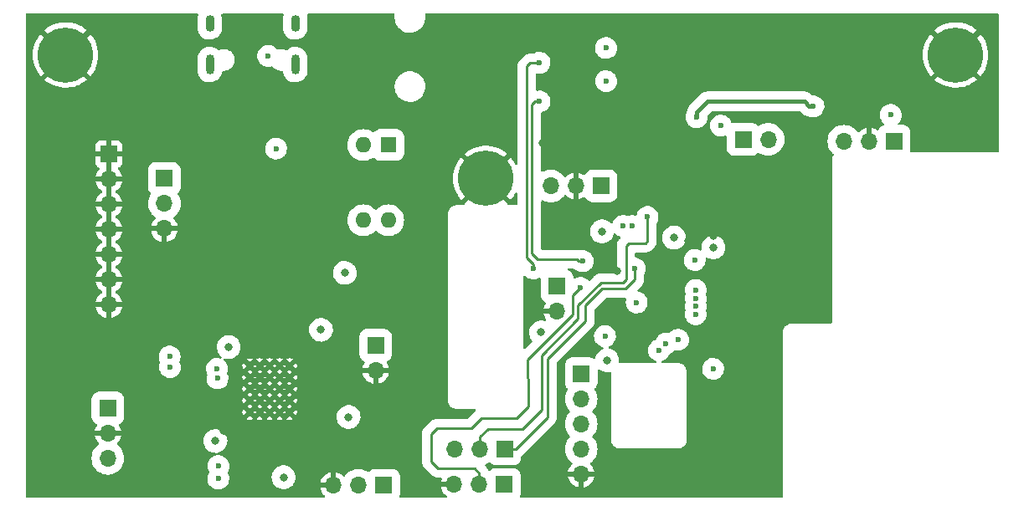
<source format=gbr>
G04 #@! TF.GenerationSoftware,KiCad,Pcbnew,(6.0.0)*
G04 #@! TF.CreationDate,2023-01-21T17:32:24+03:00*
G04 #@! TF.ProjectId,dspmodule,6473706d-6f64-4756-9c65-2e6b69636164,rev?*
G04 #@! TF.SameCoordinates,Original*
G04 #@! TF.FileFunction,Copper,L2,Inr*
G04 #@! TF.FilePolarity,Positive*
%FSLAX46Y46*%
G04 Gerber Fmt 4.6, Leading zero omitted, Abs format (unit mm)*
G04 Created by KiCad (PCBNEW (6.0.0)) date 2023-01-21 17:32:24*
%MOMM*%
%LPD*%
G01*
G04 APERTURE LIST*
G04 #@! TA.AperFunction,ComponentPad*
%ADD10R,1.700000X1.700000*%
G04 #@! TD*
G04 #@! TA.AperFunction,ComponentPad*
%ADD11O,1.700000X1.700000*%
G04 #@! TD*
G04 #@! TA.AperFunction,ComponentPad*
%ADD12C,5.600000*%
G04 #@! TD*
G04 #@! TA.AperFunction,ComponentPad*
%ADD13O,0.900000X2.000000*%
G04 #@! TD*
G04 #@! TA.AperFunction,ComponentPad*
%ADD14O,0.900000X1.700000*%
G04 #@! TD*
G04 #@! TA.AperFunction,ComponentPad*
%ADD15C,0.500000*%
G04 #@! TD*
G04 #@! TA.AperFunction,ComponentPad*
%ADD16R,1.600000X1.600000*%
G04 #@! TD*
G04 #@! TA.AperFunction,ComponentPad*
%ADD17O,1.600000X1.600000*%
G04 #@! TD*
G04 #@! TA.AperFunction,ViaPad*
%ADD18C,0.800000*%
G04 #@! TD*
G04 #@! TA.AperFunction,ViaPad*
%ADD19C,0.600000*%
G04 #@! TD*
G04 #@! TA.AperFunction,Conductor*
%ADD20C,0.250000*%
G04 #@! TD*
G04 #@! TA.AperFunction,Conductor*
%ADD21C,0.400000*%
G04 #@! TD*
G04 APERTURE END LIST*
D10*
X228520000Y-88530000D03*
D11*
X231060000Y-88530000D03*
D12*
X160000000Y-80000000D03*
X250000000Y-80000000D03*
D10*
X214150000Y-93250000D03*
D11*
X211610000Y-93250000D03*
X209070000Y-93250000D03*
D10*
X164290000Y-115740000D03*
D11*
X164290000Y-118280000D03*
X164290000Y-120820000D03*
D10*
X164380000Y-90030000D03*
D11*
X164380000Y-92570000D03*
X164380000Y-95110000D03*
X164380000Y-97650000D03*
X164380000Y-100190000D03*
X164380000Y-102730000D03*
X164380000Y-105270000D03*
D12*
X202500000Y-92500000D03*
D10*
X243790000Y-88720000D03*
D11*
X241250000Y-88720000D03*
X238710000Y-88720000D03*
D10*
X209690000Y-103400000D03*
D11*
X209690000Y-105940000D03*
D10*
X212150000Y-112270000D03*
D11*
X212150000Y-114810000D03*
X212150000Y-117350000D03*
X212150000Y-119890000D03*
X212150000Y-122430000D03*
D10*
X191360000Y-109380000D03*
D11*
X191360000Y-111920000D03*
D13*
X183230000Y-80960000D03*
X174590000Y-80960000D03*
D14*
X174590000Y-76790000D03*
X183230000Y-76790000D03*
D15*
X179650000Y-116160000D03*
X182650000Y-112635000D03*
X182650000Y-111460000D03*
X182650000Y-114985000D03*
X181650000Y-113810000D03*
X179650000Y-113810000D03*
X181650000Y-111460000D03*
X181650000Y-116160000D03*
X179650000Y-112635000D03*
X181650000Y-112635000D03*
X179650000Y-111460000D03*
X178650000Y-112635000D03*
X178650000Y-116160000D03*
X178650000Y-114985000D03*
X180650000Y-112635000D03*
X180650000Y-114985000D03*
X180650000Y-111460000D03*
X180650000Y-113810000D03*
X179650000Y-114985000D03*
X178650000Y-113810000D03*
X180650000Y-116160000D03*
X182650000Y-113810000D03*
X181650000Y-114985000D03*
X178650000Y-111460000D03*
X182650000Y-116160000D03*
D16*
X192640000Y-89100000D03*
D17*
X190100000Y-89100000D03*
X190100000Y-96720000D03*
X192640000Y-96720000D03*
D10*
X204430000Y-119860000D03*
D11*
X201890000Y-119860000D03*
X199350000Y-119860000D03*
D10*
X170000000Y-92500000D03*
D11*
X170000000Y-95040000D03*
X170000000Y-97580000D03*
D10*
X192180000Y-123550000D03*
D11*
X189640000Y-123550000D03*
X187100000Y-123550000D03*
D10*
X204385000Y-123470000D03*
D11*
X201845000Y-123470000D03*
X199305000Y-123470000D03*
D18*
X157480000Y-119380000D03*
X180920000Y-108170000D03*
X195580000Y-106680000D03*
X236220000Y-91440000D03*
X170620000Y-120800000D03*
X157480000Y-101600000D03*
X157480000Y-116840000D03*
X173470000Y-115290000D03*
X215680000Y-105270000D03*
X226060000Y-121920000D03*
X195580000Y-114300000D03*
X233680000Y-91440000D03*
X157480000Y-114300000D03*
X226270000Y-108710000D03*
X157480000Y-104140000D03*
X184060000Y-104050000D03*
X226260000Y-107680000D03*
X231140000Y-121920000D03*
X181050000Y-94870000D03*
X176010000Y-117990000D03*
X195580000Y-101600000D03*
X215800000Y-101830000D03*
X157480000Y-86360000D03*
X157480000Y-96520000D03*
X226930000Y-115430000D03*
X248920000Y-86360000D03*
X157480000Y-99060000D03*
X157480000Y-111760000D03*
X157480000Y-109220000D03*
X195580000Y-104140000D03*
X225830000Y-115440000D03*
X208280000Y-88900000D03*
X195580000Y-109220000D03*
X157480000Y-106680000D03*
X157480000Y-121920000D03*
X210820000Y-88900000D03*
X195580000Y-99060000D03*
X220120000Y-105230000D03*
X157480000Y-88900000D03*
X175290000Y-106980000D03*
X233680000Y-91440000D03*
X195580000Y-111760000D03*
X251460000Y-88900000D03*
X222960000Y-98790000D03*
X225550000Y-98290000D03*
X248920000Y-88900000D03*
X170620000Y-122040000D03*
X228600000Y-121920000D03*
X182470000Y-94870000D03*
X157480000Y-93980000D03*
X157480000Y-91440000D03*
X251460000Y-86360000D03*
D19*
X170560000Y-111590000D03*
X175370000Y-112730000D03*
D18*
X214760000Y-110890000D03*
X188247537Y-102042856D03*
X225510000Y-99450000D03*
D19*
X225490000Y-111770000D03*
D18*
X208080000Y-108080000D03*
X182050000Y-122740000D03*
X185840000Y-107810000D03*
D19*
X217760000Y-105040000D03*
D18*
X188630000Y-116640000D03*
X214240000Y-97840000D03*
X221530000Y-98480000D03*
X175160000Y-119070000D03*
X176500000Y-109560000D03*
D19*
X214670000Y-82640000D03*
X214660000Y-79290000D03*
X212330000Y-100860000D03*
X207930000Y-84690000D03*
X223620000Y-100750000D03*
X235630000Y-85190000D03*
X223840000Y-86300000D03*
X175320000Y-111770000D03*
X170530000Y-110520000D03*
X181290000Y-89460000D03*
X180490010Y-80089990D03*
X223720000Y-103780000D03*
X223728578Y-104637938D03*
X223730322Y-105437938D03*
X223719898Y-106237872D03*
X212090000Y-103570000D03*
X207940000Y-80780000D03*
X207300000Y-101610000D03*
X216400000Y-97300000D03*
X243450000Y-86050000D03*
X217270000Y-97300000D03*
X226279991Y-87134990D03*
X217579011Y-101615651D03*
X218860000Y-96390000D03*
X220690000Y-109210000D03*
X175465000Y-121605000D03*
X175455000Y-122875000D03*
X220010000Y-109900000D03*
X214550000Y-108460000D03*
X221950000Y-108820000D03*
D20*
X211905736Y-100860000D02*
X211685736Y-100640000D01*
X207170000Y-100060000D02*
X207170000Y-84980000D01*
X211685736Y-100640000D02*
X207750000Y-100640000D01*
X207170000Y-84980000D02*
X207460000Y-84690000D01*
X207750000Y-100640000D02*
X207170000Y-100060000D01*
X207460000Y-84690000D02*
X207930000Y-84690000D01*
X212330000Y-100860000D02*
X211905736Y-100860000D01*
D21*
X235630000Y-85190000D02*
X235205736Y-85190000D01*
X224930000Y-84690000D02*
X223840000Y-85780000D01*
X235205736Y-85190000D02*
X234705736Y-84690000D01*
X223840000Y-85780000D02*
X223840000Y-86300000D01*
X234705736Y-84690000D02*
X224930000Y-84690000D01*
D20*
X196980000Y-118330000D02*
X197550000Y-117760000D01*
X196980000Y-121160000D02*
X196980000Y-118330000D01*
X206730000Y-112700000D02*
X206730000Y-110820000D01*
X206780000Y-112750000D02*
X206730000Y-112700000D01*
X202020000Y-116770000D02*
X205600000Y-116770000D01*
X205600000Y-116770000D02*
X206780000Y-115590000D01*
X206780000Y-115590000D02*
X206780000Y-112750000D01*
X211310000Y-104350000D02*
X212090000Y-103570000D01*
X201845000Y-122315000D02*
X201360000Y-121830000D01*
X197550000Y-117760000D02*
X201030000Y-117760000D01*
X201360000Y-121830000D02*
X197650000Y-121830000D01*
X201030000Y-117760000D02*
X202020000Y-116770000D01*
X197650000Y-121830000D02*
X196980000Y-121160000D01*
X201845000Y-123470000D02*
X201845000Y-122315000D01*
X211310000Y-106240000D02*
X211310000Y-104350000D01*
X206730000Y-110820000D02*
X211310000Y-106240000D01*
X206980000Y-80780000D02*
X207940000Y-80780000D01*
X206630000Y-81130000D02*
X206980000Y-80780000D01*
X207300000Y-101185736D02*
X206630000Y-100515736D01*
X206630000Y-100515736D02*
X206630000Y-81130000D01*
X207300000Y-101610000D02*
X207300000Y-101185736D01*
X214260000Y-103670000D02*
X216640000Y-103670000D01*
X216640000Y-103670000D02*
X217579011Y-102730989D01*
X208740000Y-116650000D02*
X208740000Y-110780000D01*
X208740000Y-110780000D02*
X212580000Y-106940000D01*
X212580000Y-106940000D02*
X212580000Y-105350000D01*
X204430000Y-119860000D02*
X205530000Y-119860000D01*
X212580000Y-105350000D02*
X214260000Y-103670000D01*
X205530000Y-119860000D02*
X208740000Y-116650000D01*
X217579011Y-102730989D02*
X217579011Y-101615651D01*
X206240000Y-117830000D02*
X208130000Y-115940000D01*
X208130000Y-115940000D02*
X208130000Y-110370000D01*
X202717919Y-117830000D02*
X206240000Y-117830000D01*
X218640000Y-99040000D02*
X218860000Y-98820000D01*
X218860000Y-98820000D02*
X218860000Y-96390000D01*
X208130000Y-110370000D02*
X211790000Y-106710000D01*
X201890000Y-118657919D02*
X202717919Y-117830000D01*
X211790000Y-105370000D02*
X214140000Y-103020000D01*
X211790000Y-106710000D02*
X211790000Y-105370000D01*
X201890000Y-119860000D02*
X201890000Y-118657919D01*
X216930000Y-99040000D02*
X218640000Y-99040000D01*
X214140000Y-103020000D02*
X216360000Y-103020000D01*
X216360000Y-103020000D02*
X216670000Y-102710000D01*
X216670000Y-102710000D02*
X216670000Y-99300000D01*
X216670000Y-99300000D02*
X216930000Y-99040000D01*
G04 #@! TA.AperFunction,Conductor*
G36*
X173360998Y-75820002D02*
G01*
X173407491Y-75873658D01*
X173417595Y-75943932D01*
X173409785Y-75972995D01*
X173390126Y-76021899D01*
X173390124Y-76021907D01*
X173388034Y-76027105D01*
X173342767Y-76245690D01*
X173339500Y-76302349D01*
X173339500Y-77246630D01*
X173339749Y-77249417D01*
X173339749Y-77249423D01*
X173342431Y-77279474D01*
X173354289Y-77412339D01*
X173355770Y-77417753D01*
X173355771Y-77417758D01*
X173377721Y-77497991D01*
X173413192Y-77627651D01*
X173415604Y-77632709D01*
X173415606Y-77632713D01*
X173441755Y-77687535D01*
X173509292Y-77829129D01*
X173639552Y-78010405D01*
X173799854Y-78165749D01*
X173985132Y-78290250D01*
X174189529Y-78379974D01*
X174194977Y-78381282D01*
X174194983Y-78381284D01*
X174401128Y-78430775D01*
X174401129Y-78430775D01*
X174406585Y-78432085D01*
X174490803Y-78436941D01*
X174623831Y-78444611D01*
X174623834Y-78444611D01*
X174629438Y-78444934D01*
X174851044Y-78418117D01*
X175064400Y-78352481D01*
X175262759Y-78250099D01*
X175267201Y-78246690D01*
X175267205Y-78246688D01*
X175435410Y-78117620D01*
X175439854Y-78114210D01*
X175590086Y-77949107D01*
X175708707Y-77760010D01*
X175791966Y-77552895D01*
X175803785Y-77495826D01*
X175836296Y-77338834D01*
X175837233Y-77334310D01*
X175840500Y-77277651D01*
X175840500Y-76333370D01*
X175837732Y-76302349D01*
X175834041Y-76261003D01*
X175825711Y-76167661D01*
X175768695Y-75959247D01*
X175770013Y-75888264D01*
X175809498Y-75829261D01*
X175874615Y-75800971D01*
X175890229Y-75800000D01*
X181932877Y-75800000D01*
X182000998Y-75820002D01*
X182047491Y-75873658D01*
X182057595Y-75943932D01*
X182049785Y-75972995D01*
X182030126Y-76021899D01*
X182030124Y-76021907D01*
X182028034Y-76027105D01*
X181982767Y-76245690D01*
X181979500Y-76302349D01*
X181979500Y-77246630D01*
X181979749Y-77249417D01*
X181979749Y-77249423D01*
X181982431Y-77279474D01*
X181994289Y-77412339D01*
X181995770Y-77417753D01*
X181995771Y-77417758D01*
X182017721Y-77497991D01*
X182053192Y-77627651D01*
X182055604Y-77632709D01*
X182055606Y-77632713D01*
X182081755Y-77687535D01*
X182149292Y-77829129D01*
X182279552Y-78010405D01*
X182439854Y-78165749D01*
X182625132Y-78290250D01*
X182829529Y-78379974D01*
X182834977Y-78381282D01*
X182834983Y-78381284D01*
X183041128Y-78430775D01*
X183041129Y-78430775D01*
X183046585Y-78432085D01*
X183130803Y-78436941D01*
X183263831Y-78444611D01*
X183263834Y-78444611D01*
X183269438Y-78444934D01*
X183491044Y-78418117D01*
X183704400Y-78352481D01*
X183902759Y-78250099D01*
X183907201Y-78246690D01*
X183907205Y-78246688D01*
X184075410Y-78117620D01*
X184079854Y-78114210D01*
X184230086Y-77949107D01*
X184348707Y-77760010D01*
X184431966Y-77552895D01*
X184443785Y-77495826D01*
X184476296Y-77338834D01*
X184477233Y-77334310D01*
X184480500Y-77277651D01*
X184480500Y-76333370D01*
X184477732Y-76302349D01*
X184474041Y-76261003D01*
X184465711Y-76167661D01*
X184408695Y-75959247D01*
X184410013Y-75888264D01*
X184449498Y-75829261D01*
X184514615Y-75800971D01*
X184530229Y-75800000D01*
X193170336Y-75800000D01*
X193238457Y-75820002D01*
X193284950Y-75873658D01*
X193295054Y-75943932D01*
X193293673Y-75951765D01*
X193286722Y-75985039D01*
X193275404Y-76234288D01*
X193304081Y-76482140D01*
X193372017Y-76722219D01*
X193411631Y-76807172D01*
X193466802Y-76925487D01*
X193477462Y-76948348D01*
X193617706Y-77154710D01*
X193789138Y-77335994D01*
X193987349Y-77487538D01*
X194207239Y-77605443D01*
X194443152Y-77686674D01*
X194571099Y-77708774D01*
X194685107Y-77728467D01*
X194685113Y-77728468D01*
X194689017Y-77729142D01*
X194692978Y-77729322D01*
X194692979Y-77729322D01*
X194717503Y-77730436D01*
X194717522Y-77730436D01*
X194718922Y-77730500D01*
X194892691Y-77730500D01*
X194895199Y-77730298D01*
X194895204Y-77730298D01*
X195073661Y-77715940D01*
X195073666Y-77715939D01*
X195078702Y-77715534D01*
X195083610Y-77714329D01*
X195083613Y-77714328D01*
X195316092Y-77657225D01*
X195321006Y-77656018D01*
X195325658Y-77654043D01*
X195325662Y-77654042D01*
X195546022Y-77560505D01*
X195546023Y-77560505D01*
X195550677Y-77558529D01*
X195664483Y-77486862D01*
X247849950Y-77486862D01*
X247849986Y-77487704D01*
X247855037Y-77495826D01*
X249987190Y-79627980D01*
X250001131Y-79635592D01*
X250002966Y-79635461D01*
X250009580Y-79631210D01*
X252142798Y-77497991D01*
X252150412Y-77484047D01*
X252150344Y-77483089D01*
X252145836Y-77476272D01*
X252144418Y-77475065D01*
X251864813Y-77262064D01*
X251859187Y-77258240D01*
X251558214Y-77076681D01*
X251552202Y-77073484D01*
X251233370Y-76925487D01*
X251227070Y-76922967D01*
X250894129Y-76810273D01*
X250887551Y-76808437D01*
X250544417Y-76732367D01*
X250537678Y-76731251D01*
X250188310Y-76692680D01*
X250181529Y-76692301D01*
X249830015Y-76691687D01*
X249823242Y-76692042D01*
X249473720Y-76729395D01*
X249467010Y-76730482D01*
X249123586Y-76805361D01*
X249117011Y-76807172D01*
X248783683Y-76918702D01*
X248777361Y-76921205D01*
X248458034Y-77068079D01*
X248451991Y-77071265D01*
X248150401Y-77251763D01*
X248144755Y-77255571D01*
X247864408Y-77467596D01*
X247859211Y-77471987D01*
X247857972Y-77473155D01*
X247849950Y-77486862D01*
X195664483Y-77486862D01*
X195761808Y-77425573D01*
X195860194Y-77338834D01*
X195945168Y-77263920D01*
X195945171Y-77263917D01*
X195948965Y-77260572D01*
X196107334Y-77067770D01*
X196232840Y-76852128D01*
X196249612Y-76808437D01*
X196294192Y-76692301D01*
X196322255Y-76619195D01*
X196373278Y-76374961D01*
X196375040Y-76336172D01*
X196378682Y-76255954D01*
X196384596Y-76125712D01*
X196363164Y-75940480D01*
X196375204Y-75870514D01*
X196423160Y-75818162D01*
X196488329Y-75800000D01*
X254244000Y-75800000D01*
X254312121Y-75820002D01*
X254358614Y-75873658D01*
X254370000Y-75926000D01*
X254370000Y-89714000D01*
X254349998Y-89782121D01*
X254296342Y-89828614D01*
X254244000Y-89840000D01*
X245557672Y-89840000D01*
X245489551Y-89819998D01*
X245443058Y-89766342D01*
X245432954Y-89696068D01*
X245434901Y-89685658D01*
X245439025Y-89667794D01*
X245439026Y-89667786D01*
X245440226Y-89662589D01*
X245440500Y-89657837D01*
X245440500Y-88720000D01*
X245440499Y-87783957D01*
X245440499Y-87782164D01*
X245440226Y-87777411D01*
X245399827Y-87602423D01*
X245321664Y-87440734D01*
X245209620Y-87300380D01*
X245069266Y-87188336D01*
X245062829Y-87185224D01*
X244964857Y-87137863D01*
X244907577Y-87110173D01*
X244889757Y-87106059D01*
X244737788Y-87070974D01*
X244737785Y-87070974D01*
X244732589Y-87069774D01*
X244727837Y-87069500D01*
X244293894Y-87069500D01*
X244225773Y-87049498D01*
X244179280Y-86995842D01*
X244169176Y-86925568D01*
X244198670Y-86860988D01*
X244213325Y-86846626D01*
X244227068Y-86835196D01*
X244227073Y-86835191D01*
X244231505Y-86831505D01*
X244360837Y-86676001D01*
X244459664Y-86499531D01*
X244466805Y-86478496D01*
X244522820Y-86313481D01*
X244522820Y-86313479D01*
X244524678Y-86308007D01*
X244525507Y-86302291D01*
X244525508Y-86302286D01*
X244547603Y-86149892D01*
X244553700Y-86107842D01*
X244555215Y-86050000D01*
X244536708Y-85848591D01*
X244533980Y-85838916D01*
X244506480Y-85741411D01*
X244481807Y-85653926D01*
X244392351Y-85472527D01*
X244374079Y-85448057D01*
X244274788Y-85315091D01*
X244274787Y-85315090D01*
X244271335Y-85310467D01*
X244248350Y-85289220D01*
X244127053Y-85177094D01*
X244127051Y-85177092D01*
X244122812Y-85173174D01*
X244095374Y-85155862D01*
X243956637Y-85068325D01*
X243951757Y-85065246D01*
X243763898Y-84990298D01*
X243565526Y-84950839D01*
X243559752Y-84950763D01*
X243559748Y-84950763D01*
X243457257Y-84949422D01*
X243363286Y-84948192D01*
X243357589Y-84949171D01*
X243357588Y-84949171D01*
X243169646Y-84981465D01*
X243169645Y-84981465D01*
X243163949Y-84982444D01*
X242974193Y-85052449D01*
X242969232Y-85055401D01*
X242969231Y-85055401D01*
X242847015Y-85128112D01*
X242800371Y-85155862D01*
X242648305Y-85289220D01*
X242523089Y-85448057D01*
X242428914Y-85627053D01*
X242368937Y-85820213D01*
X242345164Y-86021069D01*
X242358392Y-86222894D01*
X242376164Y-86292871D01*
X242401223Y-86391541D01*
X242408178Y-86418928D01*
X242492856Y-86602607D01*
X242496189Y-86607323D01*
X242566582Y-86706927D01*
X242609588Y-86767780D01*
X242613730Y-86771815D01*
X242740398Y-86895209D01*
X242775236Y-86957070D01*
X242771099Y-87027946D01*
X242729300Y-87085334D01*
X242685805Y-87105880D01*
X242685934Y-87106247D01*
X242682371Y-87107502D01*
X242680823Y-87108233D01*
X242679289Y-87108587D01*
X242679282Y-87108590D01*
X242672423Y-87110173D01*
X242615143Y-87137863D01*
X242517172Y-87185224D01*
X242510734Y-87188336D01*
X242370380Y-87300380D01*
X242258336Y-87440734D01*
X242255270Y-87447077D01*
X242255269Y-87447078D01*
X242205937Y-87549127D01*
X242158281Y-87601752D01*
X242089739Y-87620258D01*
X242022072Y-87598769D01*
X242014407Y-87593172D01*
X242008137Y-87588221D01*
X241999552Y-87582517D01*
X241813117Y-87479599D01*
X241803705Y-87475369D01*
X241602959Y-87404280D01*
X241592988Y-87401646D01*
X241521837Y-87388972D01*
X241508540Y-87390432D01*
X241504000Y-87404989D01*
X241504000Y-88848000D01*
X241483998Y-88916121D01*
X241430342Y-88962614D01*
X241378000Y-88974000D01*
X241122000Y-88974000D01*
X241053879Y-88953998D01*
X241007386Y-88900342D01*
X240996000Y-88848000D01*
X240996000Y-87403102D01*
X240992082Y-87389758D01*
X240977806Y-87387771D01*
X240939324Y-87393660D01*
X240929288Y-87396051D01*
X240726868Y-87462212D01*
X240717359Y-87466209D01*
X240528463Y-87564542D01*
X240519738Y-87570036D01*
X240349433Y-87697905D01*
X240341726Y-87704748D01*
X240260937Y-87789289D01*
X240199413Y-87824719D01*
X240128500Y-87821262D01*
X240070714Y-87780016D01*
X240062409Y-87768070D01*
X240052002Y-87751087D01*
X240049412Y-87746860D01*
X240007601Y-87697905D01*
X239883897Y-87553067D01*
X239880689Y-87549311D01*
X239683140Y-87380588D01*
X239461628Y-87244846D01*
X239457058Y-87242953D01*
X239457054Y-87242951D01*
X239226183Y-87147321D01*
X239226181Y-87147320D01*
X239221610Y-87145427D01*
X239133276Y-87124220D01*
X238973807Y-87085934D01*
X238973801Y-87085933D01*
X238968994Y-87084779D01*
X238710000Y-87064396D01*
X238451006Y-87084779D01*
X238446199Y-87085933D01*
X238446193Y-87085934D01*
X238286724Y-87124220D01*
X238198390Y-87145427D01*
X238193819Y-87147320D01*
X238193817Y-87147321D01*
X237962946Y-87242951D01*
X237962942Y-87242953D01*
X237958372Y-87244846D01*
X237736860Y-87380588D01*
X237539311Y-87549311D01*
X237536103Y-87553067D01*
X237529264Y-87561074D01*
X237370588Y-87746860D01*
X237234846Y-87968372D01*
X237232953Y-87972942D01*
X237232951Y-87972946D01*
X237145599Y-88183832D01*
X237135427Y-88208390D01*
X237121550Y-88266193D01*
X237075934Y-88456193D01*
X237075933Y-88456199D01*
X237074779Y-88461006D01*
X237054396Y-88720000D01*
X237074779Y-88978994D01*
X237075933Y-88983801D01*
X237075934Y-88983807D01*
X237103830Y-89100000D01*
X237135427Y-89231610D01*
X237137320Y-89236181D01*
X237137321Y-89236183D01*
X237232533Y-89466043D01*
X237234846Y-89471628D01*
X237370588Y-89693140D01*
X237539311Y-89890689D01*
X237543067Y-89893897D01*
X237643370Y-89979564D01*
X237682179Y-90039015D01*
X237682685Y-90110009D01*
X237667924Y-90142889D01*
X237626222Y-90208601D01*
X237625849Y-90209186D01*
X237578896Y-90282041D01*
X237577929Y-90284699D01*
X237576415Y-90287084D01*
X237574241Y-90293188D01*
X237574240Y-90293191D01*
X237566517Y-90314880D01*
X237550379Y-90360203D01*
X237547403Y-90368560D01*
X237547138Y-90369296D01*
X237517511Y-90450696D01*
X237517157Y-90453502D01*
X237516209Y-90456163D01*
X237509503Y-90512397D01*
X237505978Y-90541960D01*
X237505871Y-90542831D01*
X237500000Y-90589308D01*
X237500000Y-90591411D01*
X237499739Y-90594279D01*
X237496079Y-90624979D01*
X237494958Y-90634380D01*
X237495694Y-90641383D01*
X237495694Y-90641384D01*
X237499310Y-90675788D01*
X237500000Y-90688958D01*
X237500000Y-107074000D01*
X237479998Y-107142121D01*
X237426342Y-107188614D01*
X237374000Y-107200000D01*
X233415393Y-107200000D01*
X233400474Y-107199114D01*
X233394825Y-107198440D01*
X233365620Y-107194958D01*
X233358617Y-107195694D01*
X233358616Y-107195694D01*
X233319863Y-107199767D01*
X233316963Y-107200000D01*
X233314871Y-107200000D01*
X233290436Y-107202741D01*
X233274019Y-107204582D01*
X233273145Y-107204677D01*
X233193563Y-107213041D01*
X233193560Y-107213042D01*
X233187125Y-107213718D01*
X233184449Y-107214629D01*
X233181640Y-107214944D01*
X233175541Y-107217068D01*
X233175536Y-107217069D01*
X233099979Y-107243381D01*
X233099148Y-107243668D01*
X233066941Y-107254632D01*
X233017221Y-107271558D01*
X233014812Y-107273040D01*
X233012144Y-107273969D01*
X232938764Y-107319822D01*
X232938202Y-107320171D01*
X232931610Y-107324226D01*
X232872220Y-107360763D01*
X232864354Y-107365602D01*
X232862332Y-107367582D01*
X232859938Y-107369078D01*
X232855364Y-107373620D01*
X232855363Y-107373621D01*
X232798577Y-107430012D01*
X232797951Y-107430629D01*
X232740742Y-107486652D01*
X232740739Y-107486655D01*
X232736122Y-107491177D01*
X232734590Y-107493554D01*
X232732585Y-107495545D01*
X232729123Y-107501000D01*
X232729120Y-107501004D01*
X232686223Y-107568600D01*
X232685857Y-107569173D01*
X232638896Y-107642041D01*
X232637929Y-107644699D01*
X232636415Y-107647084D01*
X232610285Y-107720467D01*
X232607403Y-107728560D01*
X232607138Y-107729296D01*
X232577511Y-107810696D01*
X232577157Y-107813502D01*
X232576209Y-107816163D01*
X232570604Y-107863167D01*
X232565978Y-107901960D01*
X232565871Y-107902831D01*
X232561815Y-107934941D01*
X232560000Y-107949308D01*
X232560000Y-107951411D01*
X232559739Y-107954279D01*
X232555792Y-107987384D01*
X232554958Y-107994380D01*
X232555694Y-108001383D01*
X232555694Y-108001384D01*
X232559310Y-108035788D01*
X232560000Y-108048958D01*
X232560000Y-124674000D01*
X232539998Y-124742121D01*
X232486342Y-124788614D01*
X232434000Y-124800000D01*
X206092999Y-124800000D01*
X206024878Y-124779998D01*
X205978385Y-124726342D01*
X205968281Y-124656068D01*
X205979558Y-124619162D01*
X205994827Y-124587577D01*
X206008839Y-124526883D01*
X206034026Y-124417788D01*
X206034026Y-124417785D01*
X206035226Y-124412589D01*
X206035500Y-124407837D01*
X206035500Y-123470000D01*
X206035499Y-122697966D01*
X210818257Y-122697966D01*
X210848565Y-122832446D01*
X210851645Y-122842275D01*
X210931770Y-123039603D01*
X210936413Y-123048794D01*
X211047694Y-123230388D01*
X211053777Y-123238699D01*
X211193213Y-123399667D01*
X211200580Y-123406883D01*
X211364434Y-123542916D01*
X211372881Y-123548831D01*
X211556756Y-123656279D01*
X211566042Y-123660729D01*
X211765001Y-123736703D01*
X211774899Y-123739579D01*
X211878250Y-123760606D01*
X211892299Y-123759410D01*
X211896000Y-123749065D01*
X211896000Y-123748517D01*
X212404000Y-123748517D01*
X212408064Y-123762359D01*
X212421478Y-123764393D01*
X212428184Y-123763534D01*
X212438262Y-123761392D01*
X212642255Y-123700191D01*
X212651842Y-123696433D01*
X212843095Y-123602739D01*
X212851945Y-123597464D01*
X213025328Y-123473792D01*
X213033200Y-123467139D01*
X213184052Y-123316812D01*
X213190730Y-123308965D01*
X213315003Y-123136020D01*
X213320313Y-123127183D01*
X213414670Y-122936267D01*
X213418469Y-122926672D01*
X213480377Y-122722910D01*
X213482555Y-122712837D01*
X213483986Y-122701962D01*
X213481775Y-122687778D01*
X213468617Y-122684000D01*
X212422115Y-122684000D01*
X212406876Y-122688475D01*
X212405671Y-122689865D01*
X212404000Y-122697548D01*
X212404000Y-123748517D01*
X211896000Y-123748517D01*
X211896000Y-122702115D01*
X211891525Y-122686876D01*
X211890135Y-122685671D01*
X211882452Y-122684000D01*
X210833225Y-122684000D01*
X210819694Y-122687973D01*
X210818257Y-122697966D01*
X206035499Y-122697966D01*
X206035499Y-122533957D01*
X206035499Y-122532164D01*
X206035226Y-122527411D01*
X205994827Y-122352423D01*
X205932581Y-122223660D01*
X205919731Y-122197078D01*
X205919730Y-122197077D01*
X205916664Y-122190734D01*
X205804620Y-122050380D01*
X205664266Y-121938336D01*
X205653781Y-121933267D01*
X205529001Y-121872947D01*
X205502577Y-121860173D01*
X205444072Y-121846666D01*
X205332788Y-121820974D01*
X205332785Y-121820974D01*
X205327589Y-121819774D01*
X205322837Y-121819500D01*
X205321013Y-121819500D01*
X204376963Y-121819501D01*
X203447164Y-121819501D01*
X203442411Y-121819774D01*
X203267423Y-121860173D01*
X203240999Y-121872947D01*
X203116220Y-121933267D01*
X203105734Y-121938336D01*
X202965380Y-122050380D01*
X202960987Y-122055883D01*
X202946450Y-122074093D01*
X202888319Y-122114852D01*
X202817380Y-122117712D01*
X202756156Y-122081766D01*
X202726273Y-122028096D01*
X202715498Y-121987883D01*
X202715497Y-121987879D01*
X202713788Y-121981503D01*
X202707195Y-121968563D01*
X202699630Y-121950299D01*
X202697336Y-121943239D01*
X202695144Y-121936492D01*
X202677700Y-121906278D01*
X202660266Y-121876081D01*
X202657118Y-121870283D01*
X202628463Y-121814044D01*
X202625465Y-121808160D01*
X202618638Y-121799729D01*
X202616326Y-121796873D01*
X202605131Y-121780585D01*
X202605034Y-121780417D01*
X202597870Y-121768008D01*
X202593450Y-121763099D01*
X202593447Y-121763095D01*
X202551204Y-121716179D01*
X202546920Y-121711164D01*
X202535801Y-121697434D01*
X202533725Y-121694870D01*
X202518910Y-121680055D01*
X202514369Y-121675271D01*
X202472107Y-121628334D01*
X202472105Y-121628333D01*
X202467692Y-121623431D01*
X202462354Y-121619553D01*
X202462351Y-121619550D01*
X202460161Y-121617959D01*
X202459201Y-121616714D01*
X202457444Y-121615132D01*
X202457733Y-121614811D01*
X202416808Y-121561736D01*
X202410733Y-121491000D01*
X202443865Y-121428209D01*
X202486004Y-121399616D01*
X202582222Y-121359761D01*
X202637054Y-121337049D01*
X202637058Y-121337047D01*
X202641628Y-121335154D01*
X202824135Y-121223314D01*
X202892669Y-121204776D01*
X202960346Y-121226233D01*
X202988439Y-121252135D01*
X203010380Y-121279620D01*
X203150734Y-121391664D01*
X203157077Y-121394730D01*
X203157078Y-121394731D01*
X203175406Y-121403591D01*
X203312423Y-121469827D01*
X203319284Y-121471411D01*
X203482212Y-121509026D01*
X203482215Y-121509026D01*
X203487411Y-121510226D01*
X203492163Y-121510500D01*
X203493987Y-121510500D01*
X204438037Y-121510499D01*
X205367836Y-121510499D01*
X205372589Y-121510226D01*
X205547577Y-121469827D01*
X205684594Y-121403591D01*
X205702922Y-121394731D01*
X205702923Y-121394730D01*
X205709266Y-121391664D01*
X205849620Y-121279620D01*
X205961664Y-121139266D01*
X205990801Y-121078994D01*
X206025039Y-121008167D01*
X206039827Y-120977577D01*
X206075068Y-120824930D01*
X206079026Y-120807788D01*
X206079026Y-120807785D01*
X206080226Y-120802589D01*
X206080500Y-120797837D01*
X206080500Y-120665809D01*
X206100502Y-120597688D01*
X206122191Y-120572172D01*
X206128819Y-120566205D01*
X206133826Y-120561928D01*
X206147566Y-120550801D01*
X206150130Y-120548725D01*
X206164945Y-120533910D01*
X206169729Y-120529369D01*
X206216666Y-120487107D01*
X206216667Y-120487105D01*
X206221569Y-120482692D01*
X206230110Y-120470936D01*
X206242947Y-120455908D01*
X206808855Y-119890000D01*
X210494396Y-119890000D01*
X210514779Y-120148994D01*
X210515933Y-120153801D01*
X210515934Y-120153807D01*
X210542709Y-120265329D01*
X210575427Y-120401610D01*
X210577320Y-120406181D01*
X210577321Y-120406183D01*
X210667265Y-120623325D01*
X210674846Y-120641628D01*
X210810588Y-120863140D01*
X210979311Y-121060689D01*
X211176860Y-121229412D01*
X211181076Y-121231996D01*
X211181078Y-121231997D01*
X211196327Y-121241342D01*
X211243958Y-121293990D01*
X211255564Y-121364031D01*
X211227460Y-121429229D01*
X211221585Y-121435825D01*
X211094590Y-121568717D01*
X211088104Y-121576727D01*
X210968098Y-121752649D01*
X210963000Y-121761623D01*
X210873338Y-121954783D01*
X210869775Y-121964470D01*
X210814389Y-122164183D01*
X210815912Y-122172607D01*
X210828292Y-122176000D01*
X213468344Y-122176000D01*
X213481875Y-122172027D01*
X213483180Y-122162947D01*
X213441214Y-121995875D01*
X213437894Y-121986124D01*
X213352972Y-121790814D01*
X213348105Y-121781739D01*
X213232426Y-121602926D01*
X213226136Y-121594757D01*
X213079328Y-121433418D01*
X213080901Y-121431987D01*
X213049319Y-121378672D01*
X213051903Y-121307722D01*
X213092436Y-121249433D01*
X213105591Y-121240166D01*
X213118915Y-121232001D01*
X213118914Y-121232001D01*
X213123140Y-121229412D01*
X213140612Y-121214490D01*
X213316933Y-121063897D01*
X213320689Y-121060689D01*
X213489412Y-120863140D01*
X213625154Y-120641628D01*
X213632736Y-120623325D01*
X213722679Y-120406183D01*
X213722680Y-120406181D01*
X213724573Y-120401610D01*
X213757291Y-120265329D01*
X213784066Y-120153807D01*
X213784067Y-120153801D01*
X213785221Y-120148994D01*
X213805604Y-119890000D01*
X213785221Y-119631006D01*
X213784067Y-119626199D01*
X213784066Y-119626193D01*
X213737300Y-119431400D01*
X213724573Y-119378390D01*
X213715680Y-119356921D01*
X213627049Y-119142946D01*
X213627047Y-119142942D01*
X213625154Y-119138372D01*
X213489412Y-118916860D01*
X213320689Y-118719311D01*
X213316933Y-118716103D01*
X213316928Y-118716098D01*
X213316592Y-118715811D01*
X213316500Y-118715670D01*
X213313425Y-118712595D01*
X213314071Y-118711949D01*
X213277783Y-118656361D01*
X213277275Y-118585366D01*
X213314095Y-118528075D01*
X213313425Y-118527405D01*
X213316504Y-118524326D01*
X213316592Y-118524189D01*
X213316928Y-118523902D01*
X213316933Y-118523897D01*
X213320689Y-118520689D01*
X213489412Y-118323140D01*
X213625154Y-118101628D01*
X213628060Y-118094614D01*
X213722679Y-117866183D01*
X213722680Y-117866181D01*
X213724573Y-117861610D01*
X213761564Y-117707534D01*
X213784066Y-117613807D01*
X213784067Y-117613801D01*
X213785221Y-117608994D01*
X213805604Y-117350000D01*
X213785221Y-117091006D01*
X213784067Y-117086199D01*
X213784066Y-117086193D01*
X213744573Y-116921697D01*
X213724573Y-116838390D01*
X213720705Y-116829051D01*
X213627049Y-116602946D01*
X213627047Y-116602942D01*
X213625154Y-116598372D01*
X213489412Y-116376860D01*
X213320689Y-116179311D01*
X213316933Y-116176103D01*
X213316928Y-116176098D01*
X213316592Y-116175811D01*
X213316500Y-116175670D01*
X213313425Y-116172595D01*
X213314071Y-116171949D01*
X213277783Y-116116361D01*
X213277275Y-116045366D01*
X213314095Y-115988075D01*
X213313425Y-115987405D01*
X213316504Y-115984326D01*
X213316592Y-115984189D01*
X213316928Y-115983902D01*
X213316933Y-115983897D01*
X213320689Y-115980689D01*
X213489412Y-115783140D01*
X213625154Y-115561628D01*
X213628001Y-115554756D01*
X213722679Y-115326183D01*
X213722680Y-115326181D01*
X213724573Y-115321610D01*
X213758263Y-115181283D01*
X213784066Y-115073807D01*
X213784067Y-115073801D01*
X213785221Y-115068994D01*
X213805604Y-114810000D01*
X213785221Y-114551006D01*
X213784067Y-114546199D01*
X213784066Y-114546193D01*
X213745291Y-114384688D01*
X213724573Y-114298390D01*
X213689093Y-114212733D01*
X213627049Y-114062946D01*
X213627047Y-114062942D01*
X213625154Y-114058372D01*
X213513314Y-113875865D01*
X213494776Y-113807331D01*
X213516233Y-113739654D01*
X213542135Y-113711561D01*
X213569620Y-113689620D01*
X213650014Y-113588913D01*
X213677267Y-113554774D01*
X213681664Y-113549266D01*
X213698137Y-113515191D01*
X213756761Y-113393919D01*
X213759827Y-113387577D01*
X213768280Y-113350964D01*
X213799026Y-113217788D01*
X213799026Y-113217785D01*
X213800226Y-113212589D01*
X213800500Y-113207837D01*
X213800499Y-111927868D01*
X213820501Y-111859748D01*
X213874157Y-111813255D01*
X213944431Y-111803151D01*
X214000742Y-111827743D01*
X214001264Y-111826961D01*
X214002583Y-111827842D01*
X214184717Y-111949540D01*
X214190020Y-111951818D01*
X214190023Y-111951820D01*
X214331523Y-112012613D01*
X214387436Y-112036635D01*
X214430450Y-112046368D01*
X214596995Y-112084054D01*
X214597001Y-112084055D01*
X214602632Y-112085329D01*
X214608403Y-112085556D01*
X214608405Y-112085556D01*
X214676211Y-112088220D01*
X214823098Y-112093991D01*
X215041452Y-112062331D01*
X215045182Y-112061065D01*
X215115490Y-112064580D01*
X215173225Y-112105897D01*
X215199457Y-112171870D01*
X215200000Y-112183553D01*
X215200000Y-118944607D01*
X215199114Y-118959526D01*
X215194958Y-118994380D01*
X215195694Y-119001383D01*
X215195694Y-119001384D01*
X215199767Y-119040137D01*
X215200000Y-119043037D01*
X215200000Y-119045129D01*
X215200391Y-119048614D01*
X215204582Y-119085981D01*
X215204677Y-119086855D01*
X215212827Y-119164396D01*
X215213718Y-119172875D01*
X215214629Y-119175551D01*
X215214944Y-119178360D01*
X215217068Y-119184459D01*
X215217069Y-119184464D01*
X215243381Y-119260021D01*
X215243668Y-119260852D01*
X215250185Y-119279996D01*
X215271558Y-119342779D01*
X215273040Y-119345188D01*
X215273969Y-119347856D01*
X215279634Y-119356921D01*
X215319761Y-119421138D01*
X215320225Y-119421886D01*
X215358314Y-119483799D01*
X215365602Y-119495646D01*
X215367582Y-119497668D01*
X215369078Y-119500062D01*
X215373620Y-119504636D01*
X215373621Y-119504637D01*
X215430012Y-119561423D01*
X215430629Y-119562049D01*
X215486652Y-119619258D01*
X215486655Y-119619261D01*
X215491177Y-119623878D01*
X215493554Y-119625410D01*
X215495545Y-119627415D01*
X215501000Y-119630877D01*
X215501004Y-119630880D01*
X215568600Y-119673777D01*
X215569173Y-119674143D01*
X215642041Y-119721104D01*
X215644699Y-119722071D01*
X215647084Y-119723585D01*
X215653188Y-119725759D01*
X215653191Y-119725760D01*
X215694037Y-119740304D01*
X215728638Y-119752625D01*
X215729296Y-119752862D01*
X215810696Y-119782489D01*
X215813502Y-119782843D01*
X215816163Y-119783791D01*
X215892329Y-119792873D01*
X215901960Y-119794022D01*
X215902831Y-119794129D01*
X215934941Y-119798185D01*
X215949308Y-119800000D01*
X215951411Y-119800000D01*
X215954279Y-119800261D01*
X215987384Y-119804208D01*
X215987386Y-119804208D01*
X215994380Y-119805042D01*
X216001383Y-119804306D01*
X216001384Y-119804306D01*
X216035788Y-119800690D01*
X216048958Y-119800000D01*
X221944607Y-119800000D01*
X221959527Y-119800886D01*
X221994380Y-119805042D01*
X222001383Y-119804306D01*
X222001384Y-119804306D01*
X222040137Y-119800233D01*
X222043037Y-119800000D01*
X222045129Y-119800000D01*
X222069564Y-119797259D01*
X222085981Y-119795418D01*
X222086855Y-119795323D01*
X222166437Y-119786959D01*
X222166440Y-119786958D01*
X222172875Y-119786282D01*
X222175551Y-119785371D01*
X222178360Y-119785056D01*
X222184459Y-119782932D01*
X222184464Y-119782931D01*
X222260021Y-119756619D01*
X222260852Y-119756332D01*
X222336657Y-119730526D01*
X222336656Y-119730526D01*
X222342779Y-119728442D01*
X222345188Y-119726960D01*
X222347856Y-119726031D01*
X222421236Y-119680178D01*
X222421798Y-119679829D01*
X222495646Y-119634398D01*
X222497668Y-119632418D01*
X222500062Y-119630922D01*
X222505726Y-119625298D01*
X222561423Y-119569988D01*
X222562049Y-119569371D01*
X222619258Y-119513348D01*
X222619261Y-119513345D01*
X222623878Y-119508823D01*
X222625410Y-119506446D01*
X222627415Y-119504455D01*
X222630877Y-119499000D01*
X222630880Y-119498996D01*
X222673777Y-119431400D01*
X222674143Y-119430827D01*
X222721104Y-119357959D01*
X222722071Y-119355301D01*
X222723585Y-119352916D01*
X222726335Y-119345195D01*
X222749112Y-119281228D01*
X222752684Y-119271198D01*
X222752895Y-119270613D01*
X222755228Y-119264205D01*
X222782489Y-119189304D01*
X222782843Y-119186498D01*
X222783791Y-119183837D01*
X222794022Y-119098040D01*
X222794129Y-119097169D01*
X222799505Y-119054610D01*
X222800000Y-119050692D01*
X222800000Y-119048589D01*
X222800261Y-119045721D01*
X222804208Y-119012616D01*
X222804208Y-119012614D01*
X222805042Y-119005620D01*
X222800690Y-118964212D01*
X222800000Y-118951042D01*
X222800000Y-112055393D01*
X222800886Y-112040474D01*
X222801720Y-112033481D01*
X222805042Y-112005620D01*
X222800233Y-111959863D01*
X222800000Y-111956963D01*
X222800000Y-111954871D01*
X222795418Y-111914019D01*
X222795323Y-111913145D01*
X222786959Y-111833563D01*
X222786958Y-111833560D01*
X222786282Y-111827125D01*
X222785371Y-111824449D01*
X222785056Y-111821640D01*
X222782932Y-111815541D01*
X222782931Y-111815536D01*
X222756999Y-111741069D01*
X224385164Y-111741069D01*
X224398392Y-111942894D01*
X224401143Y-111953727D01*
X224436766Y-112093991D01*
X224448178Y-112138928D01*
X224532856Y-112322607D01*
X224536189Y-112327323D01*
X224639145Y-112473003D01*
X224649588Y-112487780D01*
X224653730Y-112491815D01*
X224660216Y-112498133D01*
X224794466Y-112628913D01*
X224962637Y-112741282D01*
X224967940Y-112743560D01*
X224967943Y-112743562D01*
X225140568Y-112817727D01*
X225148470Y-112821122D01*
X225345740Y-112865760D01*
X225351509Y-112865987D01*
X225351512Y-112865987D01*
X225427683Y-112868979D01*
X225547842Y-112873700D01*
X225634132Y-112861189D01*
X225742286Y-112845508D01*
X225742291Y-112845507D01*
X225748007Y-112844678D01*
X225753479Y-112842820D01*
X225753481Y-112842820D01*
X225934067Y-112781519D01*
X225934069Y-112781518D01*
X225939531Y-112779664D01*
X226079874Y-112701069D01*
X226110964Y-112683658D01*
X226110965Y-112683657D01*
X226116001Y-112680837D01*
X226178433Y-112628913D01*
X226267073Y-112555191D01*
X226271505Y-112551505D01*
X226400837Y-112396001D01*
X226499664Y-112219531D01*
X226509023Y-112191962D01*
X226562820Y-112033481D01*
X226562820Y-112033479D01*
X226564678Y-112028007D01*
X226565507Y-112022291D01*
X226565508Y-112022286D01*
X226589074Y-111859748D01*
X226593700Y-111827842D01*
X226595215Y-111770000D01*
X226576708Y-111568591D01*
X226521807Y-111373926D01*
X226432351Y-111192527D01*
X226414079Y-111168057D01*
X226314788Y-111035091D01*
X226314787Y-111035090D01*
X226311335Y-111030467D01*
X226307099Y-111026551D01*
X226167053Y-110897094D01*
X226167051Y-110897092D01*
X226162812Y-110893174D01*
X226131729Y-110873562D01*
X225996637Y-110788325D01*
X225991757Y-110785246D01*
X225803898Y-110710298D01*
X225605526Y-110670839D01*
X225599752Y-110670763D01*
X225599748Y-110670763D01*
X225497257Y-110669422D01*
X225403286Y-110668192D01*
X225397589Y-110669171D01*
X225397588Y-110669171D01*
X225209646Y-110701465D01*
X225209645Y-110701465D01*
X225203949Y-110702444D01*
X225014193Y-110772449D01*
X225009232Y-110775401D01*
X225009231Y-110775401D01*
X224961139Y-110804013D01*
X224840371Y-110875862D01*
X224688305Y-111009220D01*
X224563089Y-111168057D01*
X224468914Y-111347053D01*
X224408937Y-111540213D01*
X224385164Y-111741069D01*
X222756999Y-111741069D01*
X222756619Y-111739979D01*
X222756332Y-111739148D01*
X222730526Y-111663343D01*
X222728442Y-111657221D01*
X222726960Y-111654812D01*
X222726031Y-111652144D01*
X222680178Y-111578764D01*
X222679775Y-111578114D01*
X222677459Y-111574348D01*
X222634398Y-111504354D01*
X222632418Y-111502332D01*
X222630922Y-111499938D01*
X222616308Y-111485221D01*
X222569988Y-111438577D01*
X222569371Y-111437951D01*
X222513348Y-111380742D01*
X222513345Y-111380739D01*
X222508823Y-111376122D01*
X222506446Y-111374590D01*
X222504455Y-111372585D01*
X222499000Y-111369123D01*
X222498996Y-111369120D01*
X222431400Y-111326223D01*
X222430827Y-111325857D01*
X222357959Y-111278896D01*
X222355301Y-111277929D01*
X222352916Y-111276415D01*
X222346812Y-111274241D01*
X222346809Y-111274240D01*
X222305963Y-111259696D01*
X222271362Y-111247375D01*
X222270704Y-111247138D01*
X222189304Y-111217511D01*
X222186498Y-111217157D01*
X222183837Y-111216209D01*
X222107671Y-111207127D01*
X222098040Y-111205978D01*
X222097169Y-111205871D01*
X222054610Y-111200495D01*
X222054611Y-111200495D01*
X222050692Y-111200000D01*
X222048589Y-111200000D01*
X222045721Y-111199739D01*
X222012616Y-111195792D01*
X222012614Y-111195792D01*
X222005620Y-111194958D01*
X221998617Y-111195694D01*
X221998616Y-111195694D01*
X221964212Y-111199310D01*
X221951042Y-111200000D01*
X220367400Y-111200000D01*
X220299279Y-111179998D01*
X220252786Y-111126342D01*
X220242682Y-111056068D01*
X220272176Y-110991488D01*
X220326898Y-110954687D01*
X220342506Y-110949389D01*
X220414253Y-110925034D01*
X220454067Y-110911519D01*
X220454069Y-110911518D01*
X220459531Y-110909664D01*
X220636001Y-110810837D01*
X220698433Y-110758913D01*
X220717887Y-110742733D01*
X220791505Y-110681505D01*
X220920837Y-110526001D01*
X220933204Y-110503919D01*
X220975372Y-110428620D01*
X221019664Y-110349531D01*
X221033905Y-110307578D01*
X221074742Y-110249502D01*
X221112717Y-110228766D01*
X221134063Y-110221520D01*
X221134062Y-110221520D01*
X221139531Y-110219664D01*
X221316001Y-110120837D01*
X221389041Y-110060090D01*
X221467065Y-109995198D01*
X221467067Y-109995196D01*
X221471505Y-109991505D01*
X221528090Y-109923470D01*
X221587026Y-109883886D01*
X221652770Y-109881146D01*
X221805740Y-109915760D01*
X221811509Y-109915987D01*
X221811512Y-109915987D01*
X221887683Y-109918979D01*
X222007842Y-109923700D01*
X222094132Y-109911189D01*
X222202286Y-109895508D01*
X222202291Y-109895507D01*
X222208007Y-109894678D01*
X222213479Y-109892820D01*
X222213481Y-109892820D01*
X222394067Y-109831519D01*
X222394069Y-109831518D01*
X222399531Y-109829664D01*
X222534274Y-109754205D01*
X222570964Y-109733658D01*
X222570965Y-109733657D01*
X222576001Y-109730837D01*
X222731505Y-109601505D01*
X222837628Y-109473907D01*
X222857146Y-109450439D01*
X222860837Y-109446001D01*
X222959664Y-109269531D01*
X222967927Y-109245191D01*
X223022820Y-109083481D01*
X223022820Y-109083479D01*
X223024678Y-109078007D01*
X223025507Y-109072291D01*
X223025508Y-109072286D01*
X223046801Y-108925426D01*
X223053700Y-108877842D01*
X223055215Y-108820000D01*
X223036708Y-108618591D01*
X223031583Y-108600417D01*
X222999247Y-108485764D01*
X222981807Y-108423926D01*
X222892351Y-108242527D01*
X222852608Y-108189304D01*
X222774788Y-108085091D01*
X222774787Y-108085090D01*
X222771335Y-108080467D01*
X222747834Y-108058743D01*
X222627053Y-107947094D01*
X222627051Y-107947092D01*
X222622812Y-107943174D01*
X222595374Y-107925862D01*
X222456637Y-107838325D01*
X222451757Y-107835246D01*
X222263898Y-107760298D01*
X222065526Y-107720839D01*
X222059752Y-107720763D01*
X222059748Y-107720763D01*
X221957257Y-107719422D01*
X221863286Y-107718192D01*
X221857589Y-107719171D01*
X221857588Y-107719171D01*
X221669646Y-107751465D01*
X221669645Y-107751465D01*
X221663949Y-107752444D01*
X221474193Y-107822449D01*
X221469232Y-107825401D01*
X221469231Y-107825401D01*
X221339083Y-107902831D01*
X221300371Y-107925862D01*
X221148305Y-108059220D01*
X221118584Y-108096921D01*
X221114466Y-108102145D01*
X221056585Y-108143259D01*
X220990935Y-108147719D01*
X220811194Y-108111966D01*
X220811189Y-108111966D01*
X220805526Y-108110839D01*
X220799752Y-108110763D01*
X220799748Y-108110763D01*
X220697257Y-108109422D01*
X220603286Y-108108192D01*
X220597589Y-108109171D01*
X220597588Y-108109171D01*
X220409646Y-108141465D01*
X220409645Y-108141465D01*
X220403949Y-108142444D01*
X220214193Y-108212449D01*
X220209232Y-108215401D01*
X220209231Y-108215401D01*
X220066396Y-108300379D01*
X220040371Y-108315862D01*
X219888305Y-108449220D01*
X219763089Y-108608057D01*
X219721272Y-108687537D01*
X219671602Y-108781943D01*
X219671600Y-108781948D01*
X219668914Y-108787053D01*
X219667203Y-108792564D01*
X219667202Y-108792566D01*
X219664304Y-108801901D01*
X219625003Y-108861028D01*
X219587581Y-108882753D01*
X219534193Y-108902449D01*
X219360371Y-109005862D01*
X219208305Y-109139220D01*
X219083089Y-109298057D01*
X218988914Y-109477053D01*
X218928937Y-109670213D01*
X218905164Y-109871069D01*
X218918392Y-110072894D01*
X218939898Y-110157576D01*
X218963051Y-110248739D01*
X218968178Y-110268928D01*
X218991073Y-110318591D01*
X219034375Y-110412518D01*
X219052856Y-110452607D01*
X219056189Y-110457323D01*
X219138742Y-110574133D01*
X219169588Y-110617780D01*
X219173730Y-110621815D01*
X219211477Y-110658586D01*
X219314466Y-110758913D01*
X219482637Y-110871282D01*
X219487940Y-110873560D01*
X219487943Y-110873562D01*
X219571974Y-110909664D01*
X219668470Y-110951122D01*
X219674104Y-110952397D01*
X219679549Y-110954166D01*
X219738156Y-110994238D01*
X219765794Y-111059634D01*
X219753689Y-111129591D01*
X219705685Y-111181899D01*
X219640616Y-111200000D01*
X216073778Y-111200000D01*
X216005657Y-111179998D01*
X215959164Y-111126342D01*
X215949082Y-111055921D01*
X215961608Y-110969531D01*
X215963459Y-110956769D01*
X215963459Y-110956764D01*
X215963991Y-110953098D01*
X215965643Y-110890000D01*
X215945454Y-110670289D01*
X215942154Y-110658586D01*
X215904113Y-110523704D01*
X215885565Y-110457936D01*
X215787980Y-110260053D01*
X215779532Y-110248739D01*
X215659420Y-110087891D01*
X215659420Y-110087890D01*
X215655967Y-110083267D01*
X215558586Y-109993249D01*
X215498189Y-109937418D01*
X215498186Y-109937416D01*
X215493949Y-109933499D01*
X215307350Y-109815764D01*
X215102421Y-109734006D01*
X215007741Y-109715173D01*
X214944832Y-109682265D01*
X214909700Y-109620570D01*
X214913500Y-109549675D01*
X214955026Y-109492089D01*
X214988802Y-109473907D01*
X214988786Y-109473870D01*
X214989274Y-109473653D01*
X214991823Y-109472281D01*
X214999531Y-109469664D01*
X215176001Y-109370837D01*
X215238433Y-109318913D01*
X215327073Y-109245191D01*
X215331505Y-109241505D01*
X215460837Y-109086001D01*
X215559664Y-108909531D01*
X215569698Y-108879974D01*
X215622820Y-108723481D01*
X215622820Y-108723479D01*
X215624678Y-108718007D01*
X215625507Y-108712291D01*
X215625508Y-108712286D01*
X215653167Y-108521516D01*
X215653700Y-108517842D01*
X215655215Y-108460000D01*
X215636708Y-108258591D01*
X215581807Y-108063926D01*
X215492351Y-107882527D01*
X215482541Y-107869389D01*
X215374788Y-107725091D01*
X215374787Y-107725090D01*
X215371335Y-107720467D01*
X215348350Y-107699220D01*
X215227053Y-107587094D01*
X215227051Y-107587092D01*
X215222812Y-107583174D01*
X215194119Y-107565070D01*
X215056637Y-107478325D01*
X215051757Y-107475246D01*
X214863898Y-107400298D01*
X214665526Y-107360839D01*
X214659752Y-107360763D01*
X214659748Y-107360763D01*
X214557257Y-107359422D01*
X214463286Y-107358192D01*
X214457589Y-107359171D01*
X214457588Y-107359171D01*
X214269646Y-107391465D01*
X214269645Y-107391465D01*
X214263949Y-107392444D01*
X214074193Y-107462449D01*
X214069232Y-107465401D01*
X214069231Y-107465401D01*
X213910006Y-107560130D01*
X213900371Y-107565862D01*
X213748305Y-107699220D01*
X213623089Y-107858057D01*
X213528914Y-108037053D01*
X213468937Y-108230213D01*
X213445164Y-108431069D01*
X213458392Y-108632894D01*
X213478555Y-108712286D01*
X213505911Y-108820000D01*
X213508178Y-108828928D01*
X213592856Y-109012607D01*
X213596189Y-109017323D01*
X213685547Y-109143762D01*
X213709588Y-109177780D01*
X213854466Y-109318913D01*
X214022637Y-109431282D01*
X214027940Y-109433560D01*
X214027943Y-109433562D01*
X214164169Y-109492089D01*
X214208470Y-109511122D01*
X214249698Y-109520451D01*
X214302106Y-109532310D01*
X214364133Y-109566853D01*
X214397637Y-109629447D01*
X214391983Y-109700218D01*
X214348964Y-109756697D01*
X214317909Y-109773415D01*
X214298794Y-109780467D01*
X214240957Y-109801804D01*
X214235996Y-109804756D01*
X214235995Y-109804756D01*
X214114842Y-109876835D01*
X214051341Y-109914614D01*
X213885457Y-110060090D01*
X213748863Y-110233360D01*
X213646131Y-110428620D01*
X213580703Y-110639333D01*
X213580623Y-110640010D01*
X213547677Y-110701029D01*
X213485527Y-110735348D01*
X213414688Y-110730617D01*
X213403327Y-110725797D01*
X213267577Y-110660173D01*
X213260703Y-110658586D01*
X213097788Y-110620974D01*
X213097785Y-110620974D01*
X213092589Y-110619774D01*
X213087837Y-110619500D01*
X213086013Y-110619500D01*
X212141963Y-110619501D01*
X211212164Y-110619501D01*
X211207411Y-110619774D01*
X211032423Y-110660173D01*
X210976668Y-110687126D01*
X210878289Y-110734684D01*
X210870734Y-110738336D01*
X210730380Y-110850380D01*
X210618336Y-110990734D01*
X210615270Y-110997077D01*
X210615269Y-110997078D01*
X210585029Y-111059634D01*
X210540173Y-111152423D01*
X210538589Y-111159284D01*
X210510975Y-111278896D01*
X210499774Y-111327411D01*
X210499500Y-111332163D01*
X210499501Y-113207836D01*
X210499774Y-113212589D01*
X210540173Y-113387577D01*
X210543239Y-113393919D01*
X210601864Y-113515191D01*
X210618336Y-113549266D01*
X210622733Y-113554774D01*
X210649986Y-113588913D01*
X210730380Y-113689620D01*
X210757864Y-113711560D01*
X210798621Y-113769691D01*
X210801481Y-113840630D01*
X210786686Y-113875864D01*
X210674846Y-114058372D01*
X210672953Y-114062942D01*
X210672951Y-114062946D01*
X210610907Y-114212733D01*
X210575427Y-114298390D01*
X210554709Y-114384688D01*
X210515934Y-114546193D01*
X210515933Y-114546199D01*
X210514779Y-114551006D01*
X210494396Y-114810000D01*
X210514779Y-115068994D01*
X210515933Y-115073801D01*
X210515934Y-115073807D01*
X210541737Y-115181283D01*
X210575427Y-115321610D01*
X210577320Y-115326181D01*
X210577321Y-115326183D01*
X210672000Y-115554756D01*
X210674846Y-115561628D01*
X210810588Y-115783140D01*
X210979311Y-115980689D01*
X210983067Y-115983897D01*
X210983072Y-115983902D01*
X210983408Y-115984189D01*
X210983500Y-115984330D01*
X210986575Y-115987405D01*
X210985929Y-115988051D01*
X211022217Y-116043639D01*
X211022725Y-116114634D01*
X210985905Y-116171925D01*
X210986575Y-116172595D01*
X210983496Y-116175674D01*
X210983408Y-116175811D01*
X210983072Y-116176098D01*
X210983067Y-116176103D01*
X210979311Y-116179311D01*
X210810588Y-116376860D01*
X210674846Y-116598372D01*
X210672953Y-116602942D01*
X210672951Y-116602946D01*
X210579295Y-116829051D01*
X210575427Y-116838390D01*
X210555427Y-116921697D01*
X210515934Y-117086193D01*
X210515933Y-117086199D01*
X210514779Y-117091006D01*
X210494396Y-117350000D01*
X210514779Y-117608994D01*
X210515933Y-117613801D01*
X210515934Y-117613807D01*
X210538436Y-117707534D01*
X210575427Y-117861610D01*
X210577320Y-117866181D01*
X210577321Y-117866183D01*
X210671941Y-118094614D01*
X210674846Y-118101628D01*
X210810588Y-118323140D01*
X210979311Y-118520689D01*
X210983067Y-118523897D01*
X210983072Y-118523902D01*
X210983408Y-118524189D01*
X210983500Y-118524330D01*
X210986575Y-118527405D01*
X210985929Y-118528051D01*
X211022217Y-118583639D01*
X211022725Y-118654634D01*
X210985905Y-118711925D01*
X210986575Y-118712595D01*
X210983496Y-118715674D01*
X210983408Y-118715811D01*
X210983072Y-118716098D01*
X210983067Y-118716103D01*
X210979311Y-118719311D01*
X210810588Y-118916860D01*
X210674846Y-119138372D01*
X210672953Y-119142942D01*
X210672951Y-119142946D01*
X210584320Y-119356921D01*
X210575427Y-119378390D01*
X210562700Y-119431400D01*
X210515934Y-119626193D01*
X210515933Y-119626199D01*
X210514779Y-119631006D01*
X210494396Y-119890000D01*
X206808855Y-119890000D01*
X209335905Y-117362949D01*
X209350939Y-117350108D01*
X209357353Y-117345448D01*
X209362692Y-117341569D01*
X209375517Y-117327326D01*
X209409378Y-117289719D01*
X209413919Y-117284935D01*
X209428725Y-117270129D01*
X209441919Y-117253836D01*
X209446203Y-117248821D01*
X209488449Y-117201902D01*
X209492870Y-117196992D01*
X209500138Y-117184404D01*
X209511330Y-117168121D01*
X209516306Y-117161976D01*
X209520465Y-117156840D01*
X209524432Y-117149056D01*
X209552118Y-117094717D01*
X209555266Y-117088919D01*
X209586843Y-117034226D01*
X209586844Y-117034224D01*
X209590144Y-117028508D01*
X209594630Y-117014700D01*
X209602195Y-116996437D01*
X209605790Y-116989381D01*
X209605790Y-116989380D01*
X209608788Y-116983497D01*
X209626856Y-116916068D01*
X209628705Y-116909830D01*
X209650262Y-116843482D01*
X209651780Y-116829038D01*
X209655379Y-116809620D01*
X209659142Y-116795577D01*
X209662792Y-116725930D01*
X209663309Y-116719355D01*
X209665156Y-116701778D01*
X209665156Y-116701775D01*
X209665500Y-116698504D01*
X209665500Y-116677542D01*
X209665673Y-116670948D01*
X209668978Y-116607888D01*
X209668978Y-116607884D01*
X209669323Y-116601296D01*
X209667051Y-116586950D01*
X209665500Y-116567241D01*
X209665500Y-111215545D01*
X209685502Y-111147424D01*
X209702405Y-111126450D01*
X213175908Y-107652947D01*
X213190936Y-107640110D01*
X213202692Y-107631569D01*
X213214352Y-107618620D01*
X213249369Y-107579729D01*
X213253910Y-107574945D01*
X213268725Y-107560130D01*
X213281920Y-107543836D01*
X213286204Y-107538821D01*
X213328447Y-107491905D01*
X213328450Y-107491901D01*
X213332870Y-107486992D01*
X213340133Y-107474412D01*
X213351326Y-107458127D01*
X213356308Y-107451974D01*
X213356310Y-107451972D01*
X213360465Y-107446840D01*
X213392118Y-107384717D01*
X213395266Y-107378919D01*
X213426843Y-107324226D01*
X213426844Y-107324224D01*
X213430144Y-107318508D01*
X213434630Y-107304700D01*
X213442195Y-107286437D01*
X213445792Y-107279377D01*
X213448788Y-107273497D01*
X213466843Y-107206115D01*
X213468715Y-107199797D01*
X213488222Y-107139761D01*
X213488222Y-107139760D01*
X213490262Y-107133482D01*
X213491779Y-107119049D01*
X213495382Y-107099607D01*
X213499141Y-107085578D01*
X213502418Y-107023063D01*
X213502791Y-107015938D01*
X213503308Y-107009364D01*
X213505156Y-106991778D01*
X213505156Y-106991776D01*
X213505500Y-106988504D01*
X213505500Y-106967536D01*
X213505673Y-106960942D01*
X213508978Y-106897889D01*
X213508978Y-106897884D01*
X213509323Y-106891297D01*
X213507051Y-106876951D01*
X213505500Y-106857242D01*
X213505500Y-106208941D01*
X222615062Y-106208941D01*
X222628290Y-106410766D01*
X222636410Y-106442739D01*
X222673433Y-106588517D01*
X222678076Y-106606800D01*
X222762754Y-106790479D01*
X222766087Y-106795195D01*
X222825352Y-106879053D01*
X222879486Y-106955652D01*
X223024364Y-107096785D01*
X223192535Y-107209154D01*
X223197838Y-107211432D01*
X223197841Y-107211434D01*
X223342605Y-107273629D01*
X223378368Y-107288994D01*
X223575638Y-107333632D01*
X223581407Y-107333859D01*
X223581410Y-107333859D01*
X223657581Y-107336851D01*
X223777740Y-107341572D01*
X223864030Y-107329061D01*
X223972184Y-107313380D01*
X223972189Y-107313379D01*
X223977905Y-107312550D01*
X223983377Y-107310692D01*
X223983379Y-107310692D01*
X224163965Y-107249391D01*
X224163967Y-107249390D01*
X224169429Y-107247536D01*
X224298192Y-107175426D01*
X224340862Y-107151530D01*
X224340863Y-107151529D01*
X224345899Y-107148709D01*
X224408331Y-107096785D01*
X224496971Y-107023063D01*
X224501403Y-107019377D01*
X224619856Y-106876953D01*
X224627044Y-106868311D01*
X224630735Y-106863873D01*
X224729562Y-106687403D01*
X224740173Y-106656146D01*
X224792718Y-106501353D01*
X224792718Y-106501351D01*
X224794576Y-106495879D01*
X224795405Y-106490163D01*
X224795406Y-106490158D01*
X224823065Y-106299388D01*
X224823598Y-106295714D01*
X224825113Y-106237872D01*
X224811746Y-106092397D01*
X224807135Y-106042217D01*
X224807134Y-106042214D01*
X224806606Y-106036463D01*
X224800148Y-106013562D01*
X224764042Y-105885543D01*
X224765998Y-105810839D01*
X224774585Y-105785545D01*
X224805000Y-105695945D01*
X224805829Y-105690229D01*
X224805830Y-105690224D01*
X224829080Y-105529865D01*
X224834022Y-105495780D01*
X224835537Y-105437938D01*
X224817030Y-105236529D01*
X224768934Y-105065993D01*
X224770890Y-104991291D01*
X224801398Y-104901419D01*
X224801398Y-104901417D01*
X224803256Y-104895945D01*
X224804085Y-104890229D01*
X224804086Y-104890224D01*
X224831745Y-104699454D01*
X224832278Y-104695780D01*
X224833793Y-104637938D01*
X224815286Y-104436529D01*
X224790258Y-104347785D01*
X224761954Y-104247426D01*
X224761953Y-104247422D01*
X224760385Y-104241864D01*
X224757912Y-104236850D01*
X224752178Y-104166145D01*
X224756235Y-104151254D01*
X224792820Y-104043481D01*
X224792820Y-104043479D01*
X224794678Y-104038007D01*
X224795507Y-104032291D01*
X224795508Y-104032286D01*
X224820566Y-103859455D01*
X224823700Y-103837842D01*
X224825215Y-103780000D01*
X224806708Y-103578591D01*
X224793114Y-103530388D01*
X224779257Y-103481258D01*
X224751807Y-103383926D01*
X224662351Y-103202527D01*
X224644079Y-103178057D01*
X224544788Y-103045091D01*
X224544787Y-103045090D01*
X224541335Y-103040467D01*
X224518350Y-103019220D01*
X224397053Y-102907094D01*
X224397051Y-102907092D01*
X224392812Y-102903174D01*
X224360743Y-102882940D01*
X224226637Y-102798325D01*
X224221757Y-102795246D01*
X224033898Y-102720298D01*
X223845485Y-102682820D01*
X223841192Y-102681966D01*
X223841191Y-102681966D01*
X223835526Y-102680839D01*
X223829752Y-102680763D01*
X223829748Y-102680763D01*
X223727257Y-102679422D01*
X223633286Y-102678192D01*
X223627589Y-102679171D01*
X223627588Y-102679171D01*
X223439646Y-102711465D01*
X223439645Y-102711465D01*
X223433949Y-102712444D01*
X223244193Y-102782449D01*
X223239232Y-102785401D01*
X223239231Y-102785401D01*
X223085995Y-102876567D01*
X223070371Y-102885862D01*
X222918305Y-103019220D01*
X222793089Y-103178057D01*
X222698914Y-103357053D01*
X222638937Y-103550213D01*
X222615164Y-103751069D01*
X222628392Y-103952894D01*
X222678178Y-104148928D01*
X222686116Y-104166145D01*
X222687702Y-104169586D01*
X222698057Y-104239823D01*
X222693609Y-104259701D01*
X222667872Y-104342589D01*
X222647515Y-104408151D01*
X222623742Y-104609007D01*
X222636970Y-104810832D01*
X222638393Y-104816434D01*
X222681329Y-104985496D01*
X222686448Y-105005653D01*
X222686448Y-105005655D01*
X222686756Y-105006866D01*
X222686518Y-105006926D01*
X222690254Y-105075077D01*
X222687932Y-105083603D01*
X222649259Y-105208151D01*
X222625486Y-105409007D01*
X222638714Y-105610832D01*
X222657804Y-105686000D01*
X222685518Y-105795124D01*
X222683728Y-105863503D01*
X222657757Y-105947146D01*
X222638835Y-106008085D01*
X222615062Y-106208941D01*
X213505500Y-106208941D01*
X213505500Y-105785545D01*
X213525502Y-105717424D01*
X213542405Y-105696450D01*
X214606450Y-104632405D01*
X214668762Y-104598379D01*
X214695545Y-104595500D01*
X216557242Y-104595500D01*
X216576951Y-104597051D01*
X216591297Y-104599323D01*
X216591298Y-104599323D01*
X216590912Y-104601759D01*
X216647366Y-104621589D01*
X216690996Y-104677598D01*
X216697419Y-104748303D01*
X216694139Y-104761253D01*
X216680651Y-104804689D01*
X216680648Y-104804702D01*
X216678937Y-104810213D01*
X216655164Y-105011069D01*
X216668392Y-105212894D01*
X216675857Y-105242286D01*
X216716742Y-105403272D01*
X216718178Y-105408928D01*
X216802856Y-105592607D01*
X216806189Y-105597323D01*
X216876245Y-105696450D01*
X216919588Y-105757780D01*
X216923730Y-105761815D01*
X216974055Y-105810839D01*
X217064466Y-105898913D01*
X217232637Y-106011282D01*
X217237940Y-106013560D01*
X217237943Y-106013562D01*
X217413163Y-106088842D01*
X217418470Y-106091122D01*
X217615740Y-106135760D01*
X217621509Y-106135987D01*
X217621512Y-106135987D01*
X217697683Y-106138979D01*
X217817842Y-106143700D01*
X217904132Y-106131189D01*
X218012286Y-106115508D01*
X218012291Y-106115507D01*
X218018007Y-106114678D01*
X218023479Y-106112820D01*
X218023481Y-106112820D01*
X218204067Y-106051519D01*
X218204069Y-106051518D01*
X218209531Y-106049664D01*
X218386001Y-105950837D01*
X218448433Y-105898913D01*
X218537073Y-105825191D01*
X218541505Y-105821505D01*
X218670837Y-105666001D01*
X218769664Y-105489531D01*
X218796999Y-105409007D01*
X218832820Y-105303481D01*
X218832820Y-105303479D01*
X218834678Y-105298007D01*
X218835507Y-105292291D01*
X218835508Y-105292286D01*
X218863167Y-105101516D01*
X218863700Y-105097842D01*
X218865215Y-105040000D01*
X218846708Y-104838591D01*
X218837253Y-104805064D01*
X218793376Y-104649490D01*
X218791807Y-104643926D01*
X218702351Y-104462527D01*
X218682938Y-104436529D01*
X218584788Y-104305091D01*
X218584787Y-104305090D01*
X218581335Y-104300467D01*
X218537235Y-104259701D01*
X218437053Y-104167094D01*
X218437051Y-104167092D01*
X218432812Y-104163174D01*
X218427929Y-104160093D01*
X218266637Y-104058325D01*
X218261757Y-104055246D01*
X218073898Y-103980298D01*
X218004525Y-103966499D01*
X217941984Y-103954058D01*
X217879075Y-103921150D01*
X217843943Y-103859455D01*
X217847743Y-103788560D01*
X217877471Y-103741384D01*
X218174919Y-103443936D01*
X218189947Y-103431099D01*
X218201703Y-103422558D01*
X218236488Y-103383926D01*
X218248380Y-103370718D01*
X218252921Y-103365934D01*
X218267736Y-103351119D01*
X218273935Y-103343464D01*
X218280931Y-103334825D01*
X218285215Y-103329810D01*
X218327458Y-103282894D01*
X218327461Y-103282890D01*
X218331881Y-103277981D01*
X218339144Y-103265401D01*
X218350337Y-103249116D01*
X218355319Y-103242963D01*
X218355321Y-103242961D01*
X218359476Y-103237829D01*
X218391129Y-103175706D01*
X218394277Y-103169908D01*
X218425854Y-103115215D01*
X218425855Y-103115213D01*
X218429155Y-103109497D01*
X218433641Y-103095689D01*
X218441206Y-103077426D01*
X218444803Y-103070366D01*
X218447799Y-103064486D01*
X218465854Y-102997104D01*
X218467726Y-102990786D01*
X218468704Y-102987778D01*
X218489273Y-102924471D01*
X218490790Y-102910038D01*
X218494393Y-102890596D01*
X218498152Y-102876567D01*
X218501802Y-102806927D01*
X218502319Y-102800353D01*
X218504167Y-102782767D01*
X218504167Y-102782765D01*
X218504511Y-102779493D01*
X218504511Y-102758525D01*
X218504684Y-102751931D01*
X218507989Y-102688878D01*
X218507989Y-102688873D01*
X218508334Y-102682286D01*
X218506062Y-102667940D01*
X218504511Y-102648231D01*
X218504511Y-102248349D01*
X218520576Y-102186783D01*
X218550606Y-102133159D01*
X218588675Y-102065182D01*
X218592930Y-102052649D01*
X218651831Y-101879132D01*
X218651831Y-101879130D01*
X218653689Y-101873658D01*
X218654518Y-101867942D01*
X218654519Y-101867937D01*
X218676729Y-101714748D01*
X218682711Y-101673493D01*
X218684226Y-101615651D01*
X218665719Y-101414242D01*
X218653514Y-101370964D01*
X218632756Y-101297364D01*
X218610818Y-101219577D01*
X218521362Y-101038178D01*
X218485676Y-100990388D01*
X218403799Y-100880742D01*
X218403798Y-100880741D01*
X218400346Y-100876118D01*
X218382910Y-100860000D01*
X218256064Y-100742745D01*
X218256062Y-100742743D01*
X218251823Y-100738825D01*
X218223682Y-100721069D01*
X222515164Y-100721069D01*
X222528392Y-100922894D01*
X222540005Y-100968620D01*
X222569906Y-101086355D01*
X222578178Y-101118928D01*
X222662856Y-101302607D01*
X222779588Y-101467780D01*
X222924466Y-101608913D01*
X222929270Y-101612123D01*
X222996651Y-101657146D01*
X223092637Y-101721282D01*
X223097940Y-101723560D01*
X223097943Y-101723562D01*
X223252985Y-101790173D01*
X223278470Y-101801122D01*
X223475740Y-101845760D01*
X223481509Y-101845987D01*
X223481512Y-101845987D01*
X223557683Y-101848979D01*
X223677842Y-101853700D01*
X223764132Y-101841189D01*
X223872286Y-101825508D01*
X223872291Y-101825507D01*
X223878007Y-101824678D01*
X223883479Y-101822820D01*
X223883481Y-101822820D01*
X224064067Y-101761519D01*
X224064069Y-101761518D01*
X224069531Y-101759664D01*
X224196173Y-101688742D01*
X224240964Y-101663658D01*
X224240965Y-101663657D01*
X224246001Y-101660837D01*
X224308433Y-101608913D01*
X224397073Y-101535191D01*
X224401505Y-101531505D01*
X224530837Y-101376001D01*
X224629664Y-101199531D01*
X224669129Y-101083273D01*
X224692820Y-101013481D01*
X224692820Y-101013479D01*
X224694678Y-101008007D01*
X224695507Y-101002291D01*
X224695508Y-101002286D01*
X224714368Y-100872202D01*
X224723700Y-100807842D01*
X224725215Y-100750000D01*
X224714271Y-100630897D01*
X224712142Y-100607725D01*
X224725827Y-100538060D01*
X224775003Y-100486852D01*
X224844058Y-100470361D01*
X224907615Y-100491431D01*
X224934717Y-100509540D01*
X224940020Y-100511818D01*
X224940023Y-100511820D01*
X225047722Y-100558091D01*
X225137436Y-100596635D01*
X225186447Y-100607725D01*
X225346995Y-100644054D01*
X225347001Y-100644055D01*
X225352632Y-100645329D01*
X225358403Y-100645556D01*
X225358405Y-100645556D01*
X225426211Y-100648220D01*
X225573098Y-100653991D01*
X225682275Y-100638161D01*
X225785738Y-100623160D01*
X225785743Y-100623159D01*
X225791452Y-100622331D01*
X225796916Y-100620476D01*
X225796921Y-100620475D01*
X225994907Y-100553268D01*
X225994912Y-100553266D01*
X226000379Y-100551410D01*
X226192884Y-100443602D01*
X226218423Y-100422362D01*
X226358086Y-100306204D01*
X226362518Y-100302518D01*
X226490983Y-100148057D01*
X226499908Y-100137326D01*
X226499910Y-100137323D01*
X226503602Y-100132884D01*
X226601859Y-99957433D01*
X226608586Y-99945422D01*
X226608587Y-99945420D01*
X226611410Y-99940379D01*
X226613266Y-99934912D01*
X226613268Y-99934907D01*
X226680475Y-99736921D01*
X226680476Y-99736916D01*
X226682331Y-99731452D01*
X226683159Y-99725743D01*
X226683160Y-99725738D01*
X226710157Y-99539540D01*
X226713991Y-99513098D01*
X226715643Y-99450000D01*
X226695454Y-99230289D01*
X226635565Y-99017936D01*
X226556808Y-98858233D01*
X226540535Y-98825234D01*
X226537980Y-98820053D01*
X226531018Y-98810729D01*
X226409420Y-98647891D01*
X226409420Y-98647890D01*
X226405967Y-98643267D01*
X226297605Y-98543098D01*
X226248189Y-98497418D01*
X226248186Y-98497416D01*
X226243949Y-98493499D01*
X226057350Y-98375764D01*
X225852421Y-98294006D01*
X225846761Y-98292880D01*
X225846757Y-98292879D01*
X225641691Y-98252089D01*
X225641688Y-98252089D01*
X225636024Y-98250962D01*
X225630249Y-98250886D01*
X225630245Y-98250886D01*
X225519504Y-98249437D01*
X225415406Y-98248074D01*
X225409709Y-98249053D01*
X225409708Y-98249053D01*
X225203654Y-98284459D01*
X225203653Y-98284459D01*
X225197957Y-98285438D01*
X224990957Y-98361804D01*
X224985996Y-98364756D01*
X224985995Y-98364756D01*
X224827645Y-98458965D01*
X224801341Y-98474614D01*
X224635457Y-98620090D01*
X224498863Y-98793360D01*
X224396131Y-98988620D01*
X224330703Y-99199333D01*
X224304770Y-99418440D01*
X224305148Y-99424206D01*
X224318416Y-99626635D01*
X224319200Y-99638604D01*
X224320474Y-99643621D01*
X224311398Y-99713840D01*
X224265675Y-99768153D01*
X224197846Y-99789124D01*
X224131979Y-99770587D01*
X224131793Y-99770952D01*
X224129965Y-99770021D01*
X224128811Y-99769696D01*
X224126644Y-99768329D01*
X224126640Y-99768327D01*
X224121757Y-99765246D01*
X223933898Y-99690298D01*
X223759261Y-99655560D01*
X223741192Y-99651966D01*
X223741191Y-99651966D01*
X223735526Y-99650839D01*
X223729752Y-99650763D01*
X223729748Y-99650763D01*
X223627257Y-99649422D01*
X223533286Y-99648192D01*
X223527589Y-99649171D01*
X223527588Y-99649171D01*
X223339646Y-99681465D01*
X223339645Y-99681465D01*
X223333949Y-99682444D01*
X223144193Y-99752449D01*
X223139232Y-99755401D01*
X223139231Y-99755401D01*
X222976103Y-99852452D01*
X222970371Y-99855862D01*
X222818305Y-99989220D01*
X222693089Y-100148057D01*
X222598914Y-100327053D01*
X222538937Y-100520213D01*
X222515164Y-100721069D01*
X218223682Y-100721069D01*
X218169166Y-100686672D01*
X218085648Y-100633976D01*
X218080768Y-100630897D01*
X217892909Y-100555949D01*
X217887244Y-100554822D01*
X217887240Y-100554821D01*
X217742095Y-100525950D01*
X217696918Y-100516964D01*
X217634009Y-100484057D01*
X217598877Y-100422362D01*
X217595500Y-100393385D01*
X217595500Y-100091500D01*
X217615502Y-100023379D01*
X217669158Y-99976886D01*
X217721500Y-99965500D01*
X218557242Y-99965500D01*
X218576951Y-99967051D01*
X218591297Y-99969323D01*
X218597884Y-99968978D01*
X218597889Y-99968978D01*
X218660942Y-99965673D01*
X218667536Y-99965500D01*
X218688504Y-99965500D01*
X218691776Y-99965156D01*
X218691778Y-99965156D01*
X218709364Y-99963308D01*
X218715938Y-99962791D01*
X218778983Y-99959487D01*
X218778986Y-99959486D01*
X218785578Y-99959141D01*
X218799607Y-99955382D01*
X218819049Y-99951779D01*
X218833482Y-99950262D01*
X218899804Y-99928713D01*
X218906115Y-99926843D01*
X218973497Y-99908788D01*
X218979377Y-99905792D01*
X218986437Y-99902195D01*
X219004701Y-99894630D01*
X219018508Y-99890144D01*
X219024224Y-99886844D01*
X219024226Y-99886843D01*
X219078919Y-99855266D01*
X219084717Y-99852118D01*
X219140956Y-99823463D01*
X219146840Y-99820465D01*
X219151974Y-99816308D01*
X219158127Y-99811326D01*
X219174412Y-99800133D01*
X219186992Y-99792870D01*
X219191901Y-99788450D01*
X219191905Y-99788447D01*
X219238821Y-99746204D01*
X219243836Y-99741920D01*
X219257566Y-99730801D01*
X219260130Y-99728725D01*
X219274945Y-99713910D01*
X219279729Y-99709369D01*
X219326666Y-99667107D01*
X219326667Y-99667105D01*
X219331569Y-99662692D01*
X219340109Y-99650938D01*
X219352946Y-99635909D01*
X219455914Y-99532941D01*
X219470936Y-99520110D01*
X219482692Y-99511569D01*
X219529369Y-99459729D01*
X219533910Y-99454945D01*
X219548725Y-99440130D01*
X219561920Y-99423836D01*
X219566204Y-99418821D01*
X219608447Y-99371905D01*
X219608450Y-99371901D01*
X219612870Y-99366992D01*
X219620133Y-99354412D01*
X219631326Y-99338127D01*
X219636308Y-99331974D01*
X219636310Y-99331972D01*
X219640465Y-99326840D01*
X219672118Y-99264717D01*
X219675266Y-99258919D01*
X219706843Y-99204226D01*
X219706844Y-99204224D01*
X219710144Y-99198508D01*
X219714630Y-99184700D01*
X219722195Y-99166437D01*
X219725792Y-99159377D01*
X219728788Y-99153497D01*
X219746843Y-99086115D01*
X219748715Y-99079797D01*
X219768222Y-99019761D01*
X219768222Y-99019760D01*
X219770262Y-99013482D01*
X219771779Y-98999049D01*
X219775382Y-98979607D01*
X219779141Y-98965578D01*
X219780311Y-98943268D01*
X219782791Y-98895938D01*
X219783308Y-98889364D01*
X219785156Y-98871778D01*
X219785156Y-98871776D01*
X219785500Y-98868504D01*
X219785500Y-98847536D01*
X219785673Y-98840942D01*
X219788978Y-98777889D01*
X219788978Y-98777884D01*
X219789323Y-98771297D01*
X219787051Y-98756951D01*
X219785500Y-98737242D01*
X219785500Y-98448440D01*
X220324770Y-98448440D01*
X220339200Y-98668604D01*
X220340621Y-98674200D01*
X220340622Y-98674205D01*
X220381822Y-98836427D01*
X220393511Y-98882452D01*
X220395928Y-98887694D01*
X220395928Y-98887695D01*
X220431833Y-98965578D01*
X220485883Y-99082821D01*
X220613222Y-99263002D01*
X220771264Y-99416961D01*
X220776060Y-99420166D01*
X220776063Y-99420168D01*
X220860261Y-99476427D01*
X220954717Y-99539540D01*
X220960020Y-99541818D01*
X220960023Y-99541820D01*
X221068674Y-99588500D01*
X221157436Y-99626635D01*
X221231655Y-99643429D01*
X221366995Y-99674054D01*
X221367001Y-99674055D01*
X221372632Y-99675329D01*
X221378403Y-99675556D01*
X221378405Y-99675556D01*
X221446211Y-99678220D01*
X221593098Y-99683991D01*
X221702275Y-99668161D01*
X221805738Y-99653160D01*
X221805743Y-99653159D01*
X221811452Y-99652331D01*
X221816916Y-99650476D01*
X221816921Y-99650475D01*
X222014907Y-99583268D01*
X222014912Y-99583266D01*
X222020379Y-99581410D01*
X222212884Y-99473602D01*
X222229565Y-99459729D01*
X222378086Y-99336204D01*
X222382518Y-99332518D01*
X222408402Y-99301397D01*
X222519908Y-99167326D01*
X222519910Y-99167323D01*
X222523602Y-99162884D01*
X222607271Y-99013482D01*
X222628586Y-98975422D01*
X222628587Y-98975420D01*
X222631410Y-98970379D01*
X222633266Y-98964912D01*
X222633268Y-98964907D01*
X222700475Y-98766921D01*
X222700476Y-98766916D01*
X222702331Y-98761452D01*
X222703159Y-98755743D01*
X222703160Y-98755738D01*
X222723089Y-98618287D01*
X222733991Y-98543098D01*
X222735643Y-98480000D01*
X222715454Y-98260289D01*
X222713142Y-98252089D01*
X222657134Y-98053500D01*
X222655565Y-98047936D01*
X222557980Y-97850053D01*
X222548960Y-97837973D01*
X222429420Y-97677891D01*
X222429420Y-97677890D01*
X222425967Y-97673267D01*
X222263949Y-97523499D01*
X222077350Y-97405764D01*
X221872421Y-97324006D01*
X221866761Y-97322880D01*
X221866757Y-97322879D01*
X221661691Y-97282089D01*
X221661688Y-97282089D01*
X221656024Y-97280962D01*
X221650249Y-97280886D01*
X221650245Y-97280886D01*
X221539504Y-97279437D01*
X221435406Y-97278074D01*
X221429709Y-97279053D01*
X221429708Y-97279053D01*
X221223654Y-97314459D01*
X221223653Y-97314459D01*
X221217957Y-97315438D01*
X221010957Y-97391804D01*
X221005996Y-97394756D01*
X221005995Y-97394756D01*
X220922745Y-97444285D01*
X220821341Y-97504614D01*
X220655457Y-97650090D01*
X220518863Y-97823360D01*
X220416131Y-98018620D01*
X220350703Y-98229333D01*
X220324770Y-98448440D01*
X219785500Y-98448440D01*
X219785500Y-97022698D01*
X219801565Y-96961132D01*
X219829291Y-96911623D01*
X219869664Y-96839531D01*
X219898442Y-96754756D01*
X219932820Y-96653481D01*
X219932820Y-96653479D01*
X219934678Y-96648007D01*
X219935507Y-96642291D01*
X219935508Y-96642286D01*
X219960654Y-96468852D01*
X219963700Y-96447842D01*
X219965215Y-96390000D01*
X219946708Y-96188591D01*
X219891807Y-95993926D01*
X219802351Y-95812527D01*
X219798361Y-95807183D01*
X219684788Y-95655091D01*
X219684787Y-95655090D01*
X219681335Y-95650467D01*
X219675741Y-95645296D01*
X219537053Y-95517094D01*
X219537051Y-95517092D01*
X219532812Y-95513174D01*
X219501594Y-95493477D01*
X219366637Y-95408325D01*
X219361757Y-95405246D01*
X219173898Y-95330298D01*
X218975526Y-95290839D01*
X218969752Y-95290763D01*
X218969748Y-95290763D01*
X218867257Y-95289422D01*
X218773286Y-95288192D01*
X218767589Y-95289171D01*
X218767588Y-95289171D01*
X218579646Y-95321465D01*
X218579645Y-95321465D01*
X218573949Y-95322444D01*
X218384193Y-95392449D01*
X218379232Y-95395401D01*
X218379231Y-95395401D01*
X218225852Y-95486652D01*
X218210371Y-95495862D01*
X218058305Y-95629220D01*
X217933089Y-95788057D01*
X217838914Y-95967053D01*
X217815533Y-96042353D01*
X217780931Y-96153792D01*
X217778937Y-96160213D01*
X217778829Y-96161121D01*
X217745852Y-96222208D01*
X217683704Y-96256530D01*
X217609643Y-96250569D01*
X217583898Y-96240298D01*
X217385526Y-96200839D01*
X217379752Y-96200763D01*
X217379748Y-96200763D01*
X217277257Y-96199422D01*
X217183286Y-96198192D01*
X217177589Y-96199171D01*
X217177588Y-96199171D01*
X216989646Y-96231465D01*
X216989645Y-96231465D01*
X216983949Y-96232444D01*
X216895964Y-96264904D01*
X216878791Y-96271239D01*
X216807958Y-96276051D01*
X216788489Y-96270057D01*
X216784526Y-96268476D01*
X216713898Y-96240298D01*
X216565045Y-96210689D01*
X216521192Y-96201966D01*
X216521191Y-96201966D01*
X216515526Y-96200839D01*
X216509752Y-96200763D01*
X216509748Y-96200763D01*
X216407257Y-96199422D01*
X216313286Y-96198192D01*
X216307589Y-96199171D01*
X216307588Y-96199171D01*
X216119646Y-96231465D01*
X216119645Y-96231465D01*
X216113949Y-96232444D01*
X215924193Y-96302449D01*
X215919232Y-96305401D01*
X215919231Y-96305401D01*
X215776754Y-96390166D01*
X215750371Y-96405862D01*
X215598305Y-96539220D01*
X215473089Y-96698057D01*
X215378914Y-96877053D01*
X215368180Y-96911623D01*
X215346073Y-96982820D01*
X215306770Y-97041945D01*
X215241741Y-97070436D01*
X215171631Y-97059246D01*
X215136307Y-97032899D01*
X215135967Y-97033267D01*
X215132489Y-97030052D01*
X215131729Y-97029350D01*
X215131726Y-97029346D01*
X214978189Y-96887418D01*
X214978186Y-96887416D01*
X214973949Y-96883499D01*
X214787350Y-96765764D01*
X214582421Y-96684006D01*
X214576761Y-96682880D01*
X214576757Y-96682879D01*
X214371691Y-96642089D01*
X214371688Y-96642089D01*
X214366024Y-96640962D01*
X214360249Y-96640886D01*
X214360245Y-96640886D01*
X214249504Y-96639437D01*
X214145406Y-96638074D01*
X214139709Y-96639053D01*
X214139708Y-96639053D01*
X213933654Y-96674459D01*
X213933653Y-96674459D01*
X213927957Y-96675438D01*
X213720957Y-96751804D01*
X213715996Y-96754756D01*
X213715995Y-96754756D01*
X213573502Y-96839531D01*
X213531341Y-96864614D01*
X213365457Y-97010090D01*
X213228863Y-97183360D01*
X213126131Y-97378620D01*
X213060703Y-97589333D01*
X213034770Y-97808440D01*
X213049200Y-98028604D01*
X213050621Y-98034200D01*
X213050622Y-98034205D01*
X213083110Y-98162123D01*
X213103511Y-98242452D01*
X213105928Y-98247694D01*
X213105928Y-98247695D01*
X213141773Y-98325449D01*
X213195883Y-98442821D01*
X213323222Y-98623002D01*
X213481264Y-98776961D01*
X213486060Y-98780166D01*
X213486063Y-98780168D01*
X213607159Y-98861081D01*
X213664717Y-98899540D01*
X213670020Y-98901818D01*
X213670023Y-98901820D01*
X213829599Y-98970379D01*
X213867436Y-98986635D01*
X213922298Y-98999049D01*
X214076995Y-99034054D01*
X214077001Y-99034055D01*
X214082632Y-99035329D01*
X214088403Y-99035556D01*
X214088405Y-99035556D01*
X214156211Y-99038220D01*
X214303098Y-99043991D01*
X214412275Y-99028161D01*
X214515738Y-99013160D01*
X214515743Y-99013159D01*
X214521452Y-99012331D01*
X214526916Y-99010476D01*
X214526921Y-99010475D01*
X214724907Y-98943268D01*
X214724912Y-98943266D01*
X214730379Y-98941410D01*
X214776156Y-98915774D01*
X214835656Y-98882452D01*
X214922884Y-98833602D01*
X214932946Y-98825234D01*
X215084927Y-98698831D01*
X215092518Y-98692518D01*
X215146985Y-98627029D01*
X215229908Y-98527326D01*
X215229910Y-98527323D01*
X215233602Y-98522884D01*
X215324930Y-98359806D01*
X215338586Y-98335422D01*
X215338587Y-98335420D01*
X215341410Y-98330379D01*
X215343266Y-98324912D01*
X215343268Y-98324907D01*
X215411181Y-98124839D01*
X215452018Y-98066763D01*
X215517771Y-98039984D01*
X215587563Y-98053005D01*
X215618411Y-98075082D01*
X215704466Y-98158913D01*
X215709270Y-98162123D01*
X215764152Y-98198794D01*
X215872637Y-98271282D01*
X215877940Y-98273560D01*
X215877943Y-98273562D01*
X215997811Y-98325061D01*
X216058470Y-98351122D01*
X216058027Y-98352154D01*
X216111806Y-98388927D01*
X216139444Y-98454323D01*
X216127339Y-98524280D01*
X216103361Y-98557783D01*
X216074091Y-98587053D01*
X216059058Y-98599894D01*
X216047308Y-98608431D01*
X216011778Y-98647891D01*
X216000630Y-98660272D01*
X215996089Y-98665056D01*
X215981275Y-98679870D01*
X215979199Y-98682434D01*
X215968080Y-98696164D01*
X215963796Y-98701179D01*
X215921553Y-98748095D01*
X215921550Y-98748099D01*
X215917130Y-98753008D01*
X215912255Y-98761452D01*
X215909869Y-98765585D01*
X215898674Y-98781873D01*
X215893692Y-98788026D01*
X215889535Y-98793160D01*
X215886537Y-98799044D01*
X215857882Y-98855283D01*
X215854734Y-98861081D01*
X215823157Y-98915774D01*
X215819856Y-98921492D01*
X215816792Y-98930923D01*
X215815370Y-98935299D01*
X215807805Y-98953563D01*
X215801212Y-98966503D01*
X215786942Y-99019761D01*
X215783159Y-99033878D01*
X215781287Y-99040196D01*
X215780128Y-99043764D01*
X215767438Y-99082821D01*
X215759738Y-99106518D01*
X215759048Y-99113084D01*
X215758221Y-99120951D01*
X215754618Y-99140393D01*
X215750859Y-99154422D01*
X215750514Y-99161014D01*
X215750513Y-99161017D01*
X215747209Y-99224062D01*
X215746692Y-99230636D01*
X215744844Y-99248222D01*
X215744500Y-99251496D01*
X215744500Y-99272464D01*
X215744327Y-99279058D01*
X215741305Y-99336727D01*
X215740677Y-99348703D01*
X215741709Y-99355219D01*
X215742949Y-99363047D01*
X215744500Y-99382758D01*
X215744500Y-101968500D01*
X215724498Y-102036621D01*
X215670842Y-102083114D01*
X215618500Y-102094500D01*
X214222758Y-102094500D01*
X214203049Y-102092949D01*
X214188703Y-102090677D01*
X214182116Y-102091022D01*
X214182111Y-102091022D01*
X214119058Y-102094327D01*
X214112464Y-102094500D01*
X214091496Y-102094500D01*
X214088224Y-102094844D01*
X214088222Y-102094844D01*
X214070636Y-102096692D01*
X214064062Y-102097209D01*
X214001017Y-102100513D01*
X214001014Y-102100514D01*
X213994422Y-102100859D01*
X213980393Y-102104618D01*
X213960951Y-102108221D01*
X213946518Y-102109738D01*
X213880196Y-102131287D01*
X213873885Y-102133157D01*
X213806503Y-102151212D01*
X213800623Y-102154208D01*
X213793563Y-102157805D01*
X213775300Y-102165370D01*
X213761492Y-102169856D01*
X213755776Y-102173156D01*
X213755774Y-102173157D01*
X213701081Y-102204734D01*
X213695283Y-102207882D01*
X213633160Y-102239535D01*
X213628028Y-102243690D01*
X213628026Y-102243692D01*
X213621873Y-102248674D01*
X213605588Y-102259867D01*
X213593008Y-102267130D01*
X213588099Y-102271550D01*
X213588095Y-102271553D01*
X213541179Y-102313796D01*
X213536164Y-102318080D01*
X213528474Y-102324308D01*
X213519870Y-102331275D01*
X213505055Y-102346090D01*
X213500271Y-102350631D01*
X213493921Y-102356349D01*
X213448431Y-102397308D01*
X213439890Y-102409064D01*
X213427053Y-102424092D01*
X213053818Y-102797327D01*
X212991506Y-102831353D01*
X212920691Y-102826288D01*
X212879194Y-102800756D01*
X212767059Y-102697099D01*
X212767053Y-102697095D01*
X212762812Y-102693174D01*
X212745556Y-102682286D01*
X212596637Y-102588325D01*
X212591757Y-102585246D01*
X212403898Y-102510298D01*
X212223071Y-102474329D01*
X212211192Y-102471966D01*
X212211191Y-102471966D01*
X212205526Y-102470839D01*
X212199752Y-102470763D01*
X212199748Y-102470763D01*
X212097257Y-102469422D01*
X212003286Y-102468192D01*
X211997589Y-102469171D01*
X211997588Y-102469171D01*
X211809646Y-102501465D01*
X211809645Y-102501465D01*
X211803949Y-102502444D01*
X211614193Y-102572449D01*
X211609232Y-102575401D01*
X211609231Y-102575401D01*
X211530922Y-102621990D01*
X211462152Y-102639630D01*
X211394762Y-102617289D01*
X211350148Y-102562062D01*
X211340499Y-102513705D01*
X211340499Y-102462164D01*
X211340226Y-102457411D01*
X211299827Y-102282423D01*
X211235572Y-102149504D01*
X211224731Y-102127078D01*
X211224730Y-102127077D01*
X211221664Y-102120734D01*
X211109620Y-101980380D01*
X210969266Y-101868336D01*
X210938521Y-101853473D01*
X210875111Y-101822820D01*
X210838124Y-101804940D01*
X210785499Y-101757284D01*
X210766993Y-101688742D01*
X210788482Y-101621075D01*
X210843142Y-101575768D01*
X210892963Y-101565500D01*
X211257768Y-101565500D01*
X211325889Y-101585502D01*
X211342071Y-101597858D01*
X211358744Y-101612870D01*
X211371324Y-101620133D01*
X211387609Y-101631326D01*
X211393762Y-101636308D01*
X211398896Y-101640465D01*
X211404780Y-101643463D01*
X211461019Y-101672118D01*
X211466817Y-101675266D01*
X211521510Y-101706843D01*
X211521512Y-101706844D01*
X211527228Y-101710144D01*
X211541035Y-101714630D01*
X211559299Y-101722195D01*
X211566359Y-101725792D01*
X211572239Y-101728788D01*
X211639621Y-101746843D01*
X211645908Y-101748705D01*
X211693858Y-101764285D01*
X211724916Y-101779350D01*
X211735874Y-101786672D01*
X211793996Y-101825508D01*
X211802637Y-101831282D01*
X211807940Y-101833560D01*
X211807943Y-101833562D01*
X211896291Y-101871519D01*
X211988470Y-101911122D01*
X212185740Y-101955760D01*
X212191509Y-101955987D01*
X212191512Y-101955987D01*
X212267683Y-101958979D01*
X212387842Y-101963700D01*
X212474132Y-101951189D01*
X212582286Y-101935508D01*
X212582291Y-101935507D01*
X212588007Y-101934678D01*
X212593479Y-101932820D01*
X212593481Y-101932820D01*
X212774067Y-101871519D01*
X212774069Y-101871518D01*
X212779531Y-101869664D01*
X212956001Y-101770837D01*
X212972825Y-101756845D01*
X213107073Y-101645191D01*
X213111505Y-101641505D01*
X213240837Y-101486001D01*
X213248782Y-101471815D01*
X213271069Y-101432017D01*
X213339664Y-101309531D01*
X213342015Y-101302607D01*
X213402820Y-101123481D01*
X213402820Y-101123479D01*
X213404678Y-101118007D01*
X213405507Y-101112291D01*
X213405508Y-101112286D01*
X213432155Y-100928496D01*
X213433700Y-100917842D01*
X213435215Y-100860000D01*
X213416708Y-100658591D01*
X213406716Y-100623160D01*
X213382715Y-100538060D01*
X213361807Y-100463926D01*
X213272351Y-100282527D01*
X213171938Y-100148057D01*
X213154788Y-100125091D01*
X213154787Y-100125090D01*
X213151335Y-100120467D01*
X213119999Y-100091500D01*
X213007053Y-99987094D01*
X213007051Y-99987092D01*
X213002812Y-99983174D01*
X212975075Y-99965673D01*
X212836637Y-99878325D01*
X212831757Y-99875246D01*
X212643898Y-99800298D01*
X212445526Y-99760839D01*
X212439752Y-99760763D01*
X212439748Y-99760763D01*
X212337257Y-99759422D01*
X212243286Y-99758192D01*
X212237589Y-99759171D01*
X212237588Y-99759171D01*
X212214682Y-99763107D01*
X212097876Y-99783178D01*
X212031693Y-99775504D01*
X212031282Y-99776576D01*
X212025112Y-99774208D01*
X212019233Y-99771212D01*
X211951851Y-99753157D01*
X211945540Y-99751287D01*
X211879218Y-99729738D01*
X211864785Y-99728221D01*
X211845343Y-99724618D01*
X211831314Y-99720859D01*
X211824722Y-99720514D01*
X211824719Y-99720513D01*
X211761674Y-99717209D01*
X211755100Y-99716692D01*
X211737514Y-99714844D01*
X211737512Y-99714844D01*
X211734240Y-99714500D01*
X211713272Y-99714500D01*
X211706678Y-99714327D01*
X211643625Y-99711022D01*
X211643620Y-99711022D01*
X211637033Y-99710677D01*
X211622687Y-99712949D01*
X211602978Y-99714500D01*
X208221500Y-99714500D01*
X208153379Y-99694498D01*
X208106886Y-99640842D01*
X208095500Y-99588500D01*
X208095500Y-94813568D01*
X208115502Y-94745447D01*
X208169158Y-94698954D01*
X208239432Y-94688850D01*
X208287334Y-94706135D01*
X208314145Y-94722565D01*
X208314158Y-94722571D01*
X208318372Y-94725154D01*
X208322942Y-94727047D01*
X208322946Y-94727049D01*
X208553817Y-94822679D01*
X208558390Y-94824573D01*
X208632861Y-94842452D01*
X208806193Y-94884066D01*
X208806199Y-94884067D01*
X208811006Y-94885221D01*
X209070000Y-94905604D01*
X209328994Y-94885221D01*
X209333801Y-94884067D01*
X209333807Y-94884066D01*
X209507139Y-94842452D01*
X209581610Y-94824573D01*
X209586183Y-94822679D01*
X209817054Y-94727049D01*
X209817058Y-94727047D01*
X209821628Y-94725154D01*
X210043140Y-94589412D01*
X210240689Y-94420689D01*
X210409412Y-94223140D01*
X210421718Y-94203058D01*
X210474365Y-94155426D01*
X210544406Y-94143818D01*
X210609604Y-94171920D01*
X210624389Y-94186393D01*
X210653216Y-94219672D01*
X210660579Y-94226881D01*
X210824434Y-94362916D01*
X210832881Y-94368831D01*
X211016756Y-94476279D01*
X211026042Y-94480729D01*
X211225001Y-94556703D01*
X211234899Y-94559579D01*
X211338250Y-94580606D01*
X211352299Y-94579410D01*
X211356000Y-94569065D01*
X211356000Y-94568517D01*
X211864000Y-94568517D01*
X211868064Y-94582359D01*
X211881478Y-94584393D01*
X211888184Y-94583534D01*
X211898262Y-94581392D01*
X212102255Y-94520191D01*
X212111842Y-94516433D01*
X212303095Y-94422739D01*
X212311945Y-94417464D01*
X212377987Y-94370357D01*
X212445061Y-94347083D01*
X212514069Y-94363767D01*
X212564595Y-94418097D01*
X212618336Y-94529266D01*
X212730380Y-94669620D01*
X212870734Y-94781664D01*
X213032423Y-94859827D01*
X213039284Y-94861411D01*
X213202212Y-94899026D01*
X213202215Y-94899026D01*
X213207411Y-94900226D01*
X213212163Y-94900500D01*
X213213987Y-94900500D01*
X214158037Y-94900499D01*
X215087836Y-94900499D01*
X215092589Y-94900226D01*
X215267577Y-94859827D01*
X215429266Y-94781664D01*
X215569620Y-94669620D01*
X215681664Y-94529266D01*
X215759827Y-94367577D01*
X215793173Y-94223140D01*
X215799026Y-94197788D01*
X215799026Y-94197785D01*
X215800226Y-94192589D01*
X215800500Y-94187837D01*
X215800500Y-93250000D01*
X215800499Y-92313957D01*
X215800499Y-92312164D01*
X215800226Y-92307411D01*
X215759827Y-92132423D01*
X215681664Y-91970734D01*
X215569620Y-91830380D01*
X215429266Y-91718336D01*
X215267577Y-91640173D01*
X215260716Y-91638589D01*
X215097788Y-91600974D01*
X215097785Y-91600974D01*
X215092589Y-91599774D01*
X215087837Y-91599500D01*
X215086013Y-91599500D01*
X214141963Y-91599501D01*
X213212164Y-91599501D01*
X213207411Y-91599774D01*
X213032423Y-91640173D01*
X212870734Y-91718336D01*
X212730380Y-91830380D01*
X212618336Y-91970734D01*
X212615270Y-91977077D01*
X212615269Y-91977078D01*
X212565937Y-92079127D01*
X212518281Y-92131752D01*
X212449739Y-92150258D01*
X212382072Y-92128769D01*
X212374407Y-92123172D01*
X212368137Y-92118221D01*
X212359552Y-92112517D01*
X212173117Y-92009599D01*
X212163705Y-92005369D01*
X211962959Y-91934280D01*
X211952988Y-91931646D01*
X211881837Y-91918972D01*
X211868540Y-91920432D01*
X211864000Y-91934989D01*
X211864000Y-94568517D01*
X211356000Y-94568517D01*
X211356000Y-91933102D01*
X211352082Y-91919758D01*
X211337806Y-91917771D01*
X211299324Y-91923660D01*
X211289288Y-91926051D01*
X211086868Y-91992212D01*
X211077359Y-91996209D01*
X210888463Y-92094542D01*
X210879738Y-92100036D01*
X210709433Y-92227905D01*
X210701726Y-92234748D01*
X210620937Y-92319289D01*
X210559413Y-92354719D01*
X210488500Y-92351262D01*
X210430714Y-92310016D01*
X210422409Y-92298070D01*
X210412002Y-92281087D01*
X210409412Y-92276860D01*
X210367601Y-92227905D01*
X210243897Y-92083067D01*
X210240689Y-92079311D01*
X210043140Y-91910588D01*
X209821628Y-91774846D01*
X209817058Y-91772953D01*
X209817054Y-91772951D01*
X209586183Y-91677321D01*
X209586181Y-91677320D01*
X209581610Y-91675427D01*
X209493276Y-91654220D01*
X209333807Y-91615934D01*
X209333801Y-91615933D01*
X209328994Y-91614779D01*
X209070000Y-91594396D01*
X208811006Y-91614779D01*
X208806199Y-91615933D01*
X208806193Y-91615934D01*
X208646724Y-91654220D01*
X208558390Y-91675427D01*
X208553819Y-91677320D01*
X208553817Y-91677321D01*
X208322946Y-91772951D01*
X208322942Y-91772953D01*
X208318372Y-91774846D01*
X208314158Y-91777429D01*
X208314145Y-91777435D01*
X208287334Y-91793865D01*
X208218800Y-91812403D01*
X208151123Y-91790946D01*
X208105791Y-91736306D01*
X208095500Y-91686432D01*
X208095500Y-86271069D01*
X222735164Y-86271069D01*
X222748392Y-86472894D01*
X222798178Y-86668928D01*
X222882856Y-86852607D01*
X222886189Y-86857323D01*
X222955522Y-86955427D01*
X222999588Y-87017780D01*
X223003730Y-87021815D01*
X223097580Y-87113239D01*
X223144466Y-87158913D01*
X223312637Y-87271282D01*
X223317940Y-87273560D01*
X223317943Y-87273562D01*
X223493163Y-87348842D01*
X223498470Y-87351122D01*
X223628690Y-87380588D01*
X223665742Y-87388972D01*
X223695740Y-87395760D01*
X223701509Y-87395987D01*
X223701512Y-87395987D01*
X223777683Y-87398979D01*
X223897842Y-87403700D01*
X223994000Y-87389758D01*
X224092286Y-87375508D01*
X224092291Y-87375507D01*
X224098007Y-87374678D01*
X224103479Y-87372820D01*
X224103481Y-87372820D01*
X224284067Y-87311519D01*
X224284069Y-87311518D01*
X224289531Y-87309664D01*
X224466001Y-87210837D01*
X224528433Y-87158913D01*
X224591982Y-87106059D01*
X225175155Y-87106059D01*
X225188383Y-87307884D01*
X225205557Y-87375508D01*
X225235889Y-87494939D01*
X225238169Y-87503918D01*
X225322847Y-87687597D01*
X225326180Y-87692313D01*
X225419755Y-87824719D01*
X225439579Y-87852770D01*
X225443721Y-87856805D01*
X225458020Y-87870734D01*
X225584457Y-87993903D01*
X225752628Y-88106272D01*
X225757931Y-88108550D01*
X225757934Y-88108552D01*
X225862922Y-88153658D01*
X225938461Y-88186112D01*
X226135731Y-88230750D01*
X226141500Y-88230977D01*
X226141503Y-88230977D01*
X226217674Y-88233969D01*
X226337833Y-88238690D01*
X226424123Y-88226179D01*
X226532277Y-88210498D01*
X226532282Y-88210497D01*
X226537998Y-88209668D01*
X226543471Y-88207810D01*
X226543476Y-88207809D01*
X226702999Y-88153658D01*
X226773934Y-88150702D01*
X226835206Y-88186565D01*
X226867363Y-88249862D01*
X226869500Y-88272971D01*
X226869501Y-88877900D01*
X226869501Y-89467836D01*
X226869774Y-89472589D01*
X226910173Y-89647577D01*
X226988336Y-89809266D01*
X227100380Y-89949620D01*
X227240734Y-90061664D01*
X227402423Y-90139827D01*
X227409284Y-90141411D01*
X227572212Y-90179026D01*
X227572215Y-90179026D01*
X227577411Y-90180226D01*
X227582163Y-90180500D01*
X227583987Y-90180500D01*
X228528037Y-90180499D01*
X229457836Y-90180499D01*
X229462589Y-90180226D01*
X229637577Y-90139827D01*
X229799266Y-90061664D01*
X229939620Y-89949620D01*
X229961560Y-89922136D01*
X230019691Y-89881379D01*
X230090630Y-89878519D01*
X230125864Y-89893314D01*
X230308372Y-90005154D01*
X230312942Y-90007047D01*
X230312946Y-90007049D01*
X230543817Y-90102679D01*
X230548390Y-90104573D01*
X230636724Y-90125780D01*
X230796193Y-90164066D01*
X230796199Y-90164067D01*
X230801006Y-90165221D01*
X231060000Y-90185604D01*
X231318994Y-90165221D01*
X231323801Y-90164067D01*
X231323807Y-90164066D01*
X231483276Y-90125780D01*
X231571610Y-90104573D01*
X231576183Y-90102679D01*
X231807054Y-90007049D01*
X231807058Y-90007047D01*
X231811628Y-90005154D01*
X232033140Y-89869412D01*
X232230689Y-89700689D01*
X232237137Y-89693140D01*
X232258784Y-89667794D01*
X232399412Y-89503140D01*
X232535154Y-89281628D01*
X232544697Y-89258591D01*
X232632679Y-89046183D01*
X232632680Y-89046181D01*
X232634573Y-89041610D01*
X232672766Y-88882527D01*
X232694066Y-88793807D01*
X232694067Y-88793801D01*
X232695221Y-88788994D01*
X232715604Y-88530000D01*
X232695221Y-88271006D01*
X232694067Y-88266199D01*
X232694066Y-88266193D01*
X232635728Y-88023202D01*
X232634573Y-88018390D01*
X232622760Y-87989870D01*
X232537049Y-87782946D01*
X232537047Y-87782942D01*
X232535154Y-87778372D01*
X232399412Y-87556860D01*
X232230689Y-87359311D01*
X232033140Y-87190588D01*
X231811628Y-87054846D01*
X231807058Y-87052953D01*
X231807054Y-87052951D01*
X231576183Y-86957321D01*
X231576181Y-86957320D01*
X231571610Y-86955427D01*
X231467528Y-86930439D01*
X231323807Y-86895934D01*
X231323801Y-86895933D01*
X231318994Y-86894779D01*
X231060000Y-86874396D01*
X230801006Y-86894779D01*
X230796199Y-86895933D01*
X230796193Y-86895934D01*
X230652472Y-86930439D01*
X230548390Y-86955427D01*
X230543819Y-86957320D01*
X230543817Y-86957321D01*
X230312946Y-87052951D01*
X230312942Y-87052953D01*
X230308372Y-87054846D01*
X230145131Y-87154880D01*
X230125865Y-87166686D01*
X230057331Y-87185224D01*
X229989654Y-87163767D01*
X229961559Y-87137863D01*
X229939620Y-87110380D01*
X229799266Y-86998336D01*
X229637577Y-86920173D01*
X229630716Y-86918589D01*
X229467788Y-86880974D01*
X229467785Y-86880974D01*
X229462589Y-86879774D01*
X229457837Y-86879500D01*
X229456013Y-86879500D01*
X228511963Y-86879501D01*
X227582164Y-86879501D01*
X227577411Y-86879774D01*
X227514098Y-86894391D01*
X227482347Y-86901721D01*
X227411472Y-86897555D01*
X227354101Y-86855733D01*
X227332736Y-86813157D01*
X227311798Y-86738916D01*
X227222342Y-86557517D01*
X227204070Y-86533047D01*
X227104779Y-86400081D01*
X227104778Y-86400080D01*
X227101326Y-86395457D01*
X227078341Y-86374210D01*
X226957044Y-86262084D01*
X226957042Y-86262082D01*
X226952803Y-86258164D01*
X226922180Y-86238842D01*
X226786628Y-86153315D01*
X226781748Y-86150236D01*
X226593889Y-86075288D01*
X226395517Y-86035829D01*
X226389743Y-86035753D01*
X226389739Y-86035753D01*
X226287248Y-86034412D01*
X226193277Y-86033182D01*
X226187580Y-86034161D01*
X226187579Y-86034161D01*
X225999637Y-86066455D01*
X225999636Y-86066455D01*
X225993940Y-86067434D01*
X225804184Y-86137439D01*
X225799223Y-86140391D01*
X225799222Y-86140391D01*
X225651131Y-86228496D01*
X225630362Y-86240852D01*
X225478296Y-86374210D01*
X225353080Y-86533047D01*
X225258905Y-86712043D01*
X225198928Y-86905203D01*
X225175155Y-87106059D01*
X224591982Y-87106059D01*
X224617073Y-87085191D01*
X224621505Y-87081505D01*
X224750837Y-86926001D01*
X224759272Y-86910940D01*
X224846845Y-86754564D01*
X224849664Y-86749531D01*
X224853268Y-86738916D01*
X224912820Y-86563481D01*
X224912820Y-86563479D01*
X224914678Y-86558007D01*
X224915507Y-86552291D01*
X224915508Y-86552286D01*
X224941327Y-86374210D01*
X224943700Y-86357842D01*
X224945215Y-86300000D01*
X224935996Y-86199664D01*
X224932925Y-86166244D01*
X224946610Y-86096579D01*
X224969301Y-86065620D01*
X225307516Y-85727405D01*
X225369828Y-85693379D01*
X225396611Y-85690500D01*
X234239125Y-85690500D01*
X234307246Y-85710502D01*
X234328220Y-85727405D01*
X234486847Y-85886032D01*
X234489299Y-85888553D01*
X234548617Y-85951280D01*
X234598040Y-85985886D01*
X234605385Y-85991441D01*
X234652139Y-86029573D01*
X234657791Y-86032528D01*
X234657796Y-86032531D01*
X234677646Y-86042908D01*
X234691543Y-86051357D01*
X234715115Y-86067863D01*
X234720966Y-86070395D01*
X234720977Y-86070401D01*
X234770472Y-86091819D01*
X234778808Y-86095795D01*
X234826606Y-86120783D01*
X234832266Y-86123742D01*
X234838400Y-86125501D01*
X234838403Y-86125502D01*
X234859933Y-86131675D01*
X234875246Y-86137158D01*
X234895791Y-86146049D01*
X234895796Y-86146051D01*
X234901655Y-86148586D01*
X234960694Y-86160920D01*
X234969637Y-86163132D01*
X235027649Y-86179767D01*
X235034014Y-86180257D01*
X235034016Y-86180257D01*
X235056349Y-86181975D01*
X235072451Y-86184267D01*
X235095871Y-86189160D01*
X235095875Y-86189161D01*
X235100616Y-86190151D01*
X235105452Y-86190404D01*
X235105456Y-86190405D01*
X235105607Y-86190413D01*
X235105623Y-86190413D01*
X235107275Y-86190500D01*
X235144722Y-86190500D01*
X235194460Y-86200732D01*
X235288470Y-86241122D01*
X235485740Y-86285760D01*
X235491509Y-86285987D01*
X235491512Y-86285987D01*
X235567683Y-86288979D01*
X235687842Y-86293700D01*
X235774132Y-86281189D01*
X235882286Y-86265508D01*
X235882291Y-86265507D01*
X235888007Y-86264678D01*
X235893479Y-86262820D01*
X235893481Y-86262820D01*
X236074067Y-86201519D01*
X236074069Y-86201518D01*
X236079531Y-86199664D01*
X236243493Y-86107842D01*
X236250964Y-86103658D01*
X236250965Y-86103657D01*
X236256001Y-86100837D01*
X236411505Y-85971505D01*
X236521779Y-85838916D01*
X236537146Y-85820439D01*
X236540837Y-85816001D01*
X236639664Y-85639531D01*
X236645637Y-85621937D01*
X236702820Y-85453481D01*
X236702820Y-85453479D01*
X236704678Y-85448007D01*
X236705507Y-85442291D01*
X236705508Y-85442286D01*
X236725188Y-85306551D01*
X236733700Y-85247842D01*
X236735215Y-85190000D01*
X236716708Y-84988591D01*
X236714975Y-84982444D01*
X236663376Y-84799490D01*
X236661807Y-84793926D01*
X236572351Y-84612527D01*
X236568293Y-84607092D01*
X236454788Y-84455091D01*
X236454787Y-84455090D01*
X236451335Y-84450467D01*
X236447099Y-84446551D01*
X236307053Y-84317094D01*
X236307051Y-84317092D01*
X236302812Y-84313174D01*
X236131757Y-84205246D01*
X235943898Y-84130298D01*
X235745526Y-84090839D01*
X235739751Y-84090763D01*
X235739747Y-84090763D01*
X235569748Y-84088538D01*
X235501895Y-84067646D01*
X235482302Y-84051645D01*
X235424624Y-83993968D01*
X235422171Y-83991445D01*
X235367244Y-83933361D01*
X235367243Y-83933360D01*
X235362855Y-83928720D01*
X235313441Y-83894120D01*
X235306076Y-83888550D01*
X235264277Y-83854459D01*
X235264275Y-83854458D01*
X235259333Y-83850427D01*
X235253681Y-83847472D01*
X235253676Y-83847469D01*
X235233826Y-83837092D01*
X235219928Y-83828642D01*
X235201585Y-83815798D01*
X235196357Y-83812137D01*
X235190506Y-83809605D01*
X235190495Y-83809599D01*
X235141000Y-83788181D01*
X235132664Y-83784205D01*
X235084864Y-83759215D01*
X235084856Y-83759212D01*
X235079206Y-83756258D01*
X235051532Y-83748323D01*
X235036230Y-83742844D01*
X235009817Y-83731414D01*
X235003573Y-83730110D01*
X235003568Y-83730108D01*
X234961054Y-83721227D01*
X234950769Y-83719078D01*
X234941819Y-83716864D01*
X234883823Y-83700234D01*
X234855124Y-83698026D01*
X234839031Y-83695735D01*
X234810856Y-83689849D01*
X234806017Y-83689595D01*
X234806014Y-83689595D01*
X234805865Y-83689587D01*
X234805849Y-83689587D01*
X234804197Y-83689500D01*
X234749171Y-83689500D01*
X234739504Y-83689129D01*
X234687525Y-83685129D01*
X234687521Y-83685129D01*
X234681165Y-83684640D01*
X234655905Y-83687831D01*
X234650563Y-83688506D01*
X234634771Y-83689500D01*
X224946170Y-83689500D01*
X224942651Y-83689451D01*
X224862729Y-83687218D01*
X224862726Y-83687218D01*
X224856347Y-83687040D01*
X224850062Y-83688148D01*
X224850052Y-83688149D01*
X224796934Y-83697516D01*
X224787792Y-83698785D01*
X224727784Y-83704880D01*
X224700307Y-83713491D01*
X224684521Y-83717338D01*
X224656179Y-83722336D01*
X224602791Y-83743473D01*
X224600101Y-83744538D01*
X224591401Y-83747619D01*
X224589155Y-83748323D01*
X224533828Y-83765662D01*
X224508926Y-83779466D01*
X224508664Y-83779611D01*
X224493962Y-83786561D01*
X224473133Y-83794808D01*
X224467195Y-83797159D01*
X224461852Y-83800655D01*
X224461849Y-83800657D01*
X224416729Y-83830184D01*
X224408820Y-83834956D01*
X224361637Y-83861109D01*
X224361634Y-83861111D01*
X224356056Y-83864203D01*
X224351211Y-83868356D01*
X224334205Y-83882932D01*
X224321199Y-83892697D01*
X224319025Y-83894120D01*
X224297118Y-83908455D01*
X224293516Y-83911698D01*
X224293401Y-83911801D01*
X224293391Y-83911811D01*
X224292162Y-83912917D01*
X224271719Y-83933361D01*
X224253247Y-83951833D01*
X224246147Y-83958407D01*
X224201729Y-83996477D01*
X224197819Y-84001518D01*
X224197816Y-84001521D01*
X224182818Y-84020857D01*
X224172353Y-84032726D01*
X223143986Y-85061094D01*
X223141465Y-85063546D01*
X223078720Y-85122881D01*
X223052959Y-85159672D01*
X223044120Y-85172295D01*
X223038550Y-85179660D01*
X223000427Y-85226403D01*
X222997472Y-85232055D01*
X222997469Y-85232060D01*
X222987092Y-85251910D01*
X222978643Y-85265807D01*
X222962137Y-85289379D01*
X222959605Y-85295230D01*
X222959599Y-85295241D01*
X222938181Y-85344736D01*
X222934205Y-85353072D01*
X222909215Y-85400872D01*
X222909212Y-85400880D01*
X222906258Y-85406530D01*
X222904500Y-85412661D01*
X222898323Y-85434203D01*
X222892844Y-85449506D01*
X222881414Y-85475919D01*
X222880110Y-85482163D01*
X222880108Y-85482168D01*
X222869080Y-85534960D01*
X222866864Y-85543917D01*
X222850234Y-85601913D01*
X222849745Y-85608273D01*
X222848026Y-85630610D01*
X222845735Y-85646705D01*
X222839849Y-85674880D01*
X222839500Y-85681539D01*
X222839500Y-85736565D01*
X222839129Y-85746232D01*
X222836678Y-85778091D01*
X222834640Y-85804571D01*
X222835440Y-85810906D01*
X222835451Y-85811342D01*
X222822631Y-85866116D01*
X222823814Y-85866606D01*
X222821606Y-85871936D01*
X222818914Y-85877053D01*
X222758937Y-86070213D01*
X222735164Y-86271069D01*
X208095500Y-86271069D01*
X208095500Y-85885674D01*
X208115502Y-85817553D01*
X208169158Y-85771060D01*
X208187424Y-85764763D01*
X208188007Y-85764678D01*
X208297809Y-85727405D01*
X208374067Y-85701519D01*
X208374069Y-85701518D01*
X208379531Y-85699664D01*
X208556001Y-85600837D01*
X208711505Y-85471505D01*
X208840837Y-85316001D01*
X208939664Y-85139531D01*
X208963836Y-85068325D01*
X209002820Y-84953481D01*
X209002820Y-84953479D01*
X209004678Y-84948007D01*
X209005507Y-84942291D01*
X209005508Y-84942286D01*
X209022809Y-84822956D01*
X209033700Y-84747842D01*
X209035215Y-84690000D01*
X209016708Y-84488591D01*
X208961807Y-84293926D01*
X208872351Y-84112527D01*
X208856998Y-84091966D01*
X208754788Y-83955091D01*
X208754787Y-83955090D01*
X208751335Y-83950467D01*
X208732830Y-83933361D01*
X208607053Y-83817094D01*
X208607051Y-83817092D01*
X208602812Y-83813174D01*
X208524485Y-83763753D01*
X208436637Y-83708325D01*
X208431757Y-83705246D01*
X208243898Y-83630298D01*
X208045526Y-83590839D01*
X208039752Y-83590763D01*
X208039748Y-83590763D01*
X207937257Y-83589422D01*
X207843286Y-83588192D01*
X207837589Y-83589171D01*
X207837588Y-83589171D01*
X207702838Y-83612325D01*
X207632314Y-83604148D01*
X207577406Y-83559141D01*
X207555500Y-83488145D01*
X207555500Y-82611069D01*
X213565164Y-82611069D01*
X213578392Y-82812894D01*
X213579815Y-82818496D01*
X213609180Y-82934121D01*
X213628178Y-83008928D01*
X213712856Y-83192607D01*
X213716189Y-83197323D01*
X213765328Y-83266853D01*
X213829588Y-83357780D01*
X213974466Y-83498913D01*
X214142637Y-83611282D01*
X214147940Y-83613560D01*
X214147943Y-83613562D01*
X214236291Y-83651519D01*
X214328470Y-83691122D01*
X214442224Y-83716862D01*
X214506534Y-83731414D01*
X214525740Y-83735760D01*
X214531509Y-83735987D01*
X214531512Y-83735987D01*
X214607683Y-83738979D01*
X214727842Y-83743700D01*
X214821586Y-83730108D01*
X214922286Y-83715508D01*
X214922291Y-83715507D01*
X214928007Y-83714678D01*
X214933479Y-83712820D01*
X214933481Y-83712820D01*
X215114067Y-83651519D01*
X215114069Y-83651518D01*
X215119531Y-83649664D01*
X215296001Y-83550837D01*
X215358433Y-83498913D01*
X215447073Y-83425191D01*
X215451505Y-83421505D01*
X215575496Y-83272423D01*
X215577146Y-83270439D01*
X215580837Y-83266001D01*
X215595784Y-83239312D01*
X215624875Y-83187364D01*
X215679664Y-83089531D01*
X215686232Y-83070184D01*
X215742820Y-82903481D01*
X215742820Y-82903479D01*
X215744678Y-82898007D01*
X215745507Y-82892291D01*
X215745508Y-82892286D01*
X215767763Y-82738791D01*
X215773700Y-82697842D01*
X215775215Y-82640000D01*
X215763856Y-82516381D01*
X247849160Y-82516381D01*
X247849237Y-82517470D01*
X247851698Y-82521206D01*
X248125632Y-82731404D01*
X248131262Y-82735259D01*
X248431591Y-82917862D01*
X248437593Y-82921080D01*
X248755897Y-83070184D01*
X248762202Y-83072732D01*
X249094743Y-83186587D01*
X249101313Y-83188446D01*
X249444183Y-83265714D01*
X249450912Y-83266853D01*
X249800143Y-83306643D01*
X249806933Y-83307046D01*
X250158419Y-83308886D01*
X250165220Y-83308554D01*
X250514853Y-83272423D01*
X250521581Y-83271357D01*
X250865274Y-83197676D01*
X250871822Y-83195897D01*
X251205549Y-83085527D01*
X251211891Y-83083041D01*
X251531718Y-82937288D01*
X251537777Y-82934121D01*
X251839995Y-82754676D01*
X251845659Y-82750884D01*
X252126732Y-82539849D01*
X252131958Y-82535464D01*
X252141613Y-82526428D01*
X252149682Y-82512750D01*
X252149654Y-82512024D01*
X252144512Y-82503723D01*
X250012810Y-80372020D01*
X249998869Y-80364408D01*
X249997034Y-80364539D01*
X249990420Y-80368790D01*
X247856774Y-82502437D01*
X247849160Y-82516381D01*
X215763856Y-82516381D01*
X215756708Y-82438591D01*
X215749111Y-82411652D01*
X215727298Y-82334312D01*
X215701807Y-82243926D01*
X215630549Y-82099428D01*
X215614906Y-82067708D01*
X215612351Y-82062527D01*
X215594079Y-82038057D01*
X215494788Y-81905091D01*
X215494787Y-81905090D01*
X215491335Y-81900467D01*
X215468350Y-81879220D01*
X215347053Y-81767094D01*
X215347051Y-81767092D01*
X215342812Y-81763174D01*
X215329155Y-81754557D01*
X215176637Y-81658325D01*
X215171757Y-81655246D01*
X214983898Y-81580298D01*
X214785526Y-81540839D01*
X214779752Y-81540763D01*
X214779748Y-81540763D01*
X214677257Y-81539422D01*
X214583286Y-81538192D01*
X214577589Y-81539171D01*
X214577588Y-81539171D01*
X214389646Y-81571465D01*
X214389645Y-81571465D01*
X214383949Y-81572444D01*
X214194193Y-81642449D01*
X214189232Y-81645401D01*
X214189231Y-81645401D01*
X214033993Y-81737758D01*
X214020371Y-81745862D01*
X213868305Y-81879220D01*
X213743089Y-82038057D01*
X213648914Y-82217053D01*
X213588937Y-82410213D01*
X213565164Y-82611069D01*
X207555500Y-82611069D01*
X207555500Y-81979095D01*
X207575502Y-81910974D01*
X207629158Y-81864481D01*
X207699432Y-81854377D01*
X207709301Y-81856201D01*
X207770590Y-81870069D01*
X207783079Y-81872895D01*
X207795740Y-81875760D01*
X207801509Y-81875987D01*
X207801512Y-81875987D01*
X207877683Y-81878979D01*
X207997842Y-81883700D01*
X208091855Y-81870069D01*
X208192286Y-81855508D01*
X208192291Y-81855507D01*
X208198007Y-81854678D01*
X208203479Y-81852820D01*
X208203481Y-81852820D01*
X208384067Y-81791519D01*
X208384069Y-81791518D01*
X208389531Y-81789664D01*
X208544684Y-81702775D01*
X208560964Y-81693658D01*
X208560965Y-81693657D01*
X208566001Y-81690837D01*
X208721505Y-81561505D01*
X208850837Y-81406001D01*
X208867688Y-81375912D01*
X208919002Y-81284282D01*
X208949664Y-81229531D01*
X208957482Y-81206502D01*
X209012820Y-81043481D01*
X209012820Y-81043479D01*
X209014678Y-81038007D01*
X209015507Y-81032291D01*
X209015508Y-81032286D01*
X209043167Y-80841516D01*
X209043700Y-80837842D01*
X209045215Y-80780000D01*
X209026708Y-80578591D01*
X209015809Y-80539944D01*
X208987179Y-80438431D01*
X208971807Y-80383926D01*
X208882351Y-80202527D01*
X208867204Y-80182242D01*
X208764788Y-80045091D01*
X208764787Y-80045090D01*
X208761335Y-80040467D01*
X208731416Y-80012810D01*
X208617053Y-79907094D01*
X208617051Y-79907092D01*
X208612812Y-79903174D01*
X208557415Y-79868221D01*
X208446637Y-79798325D01*
X208441757Y-79795246D01*
X208253898Y-79720298D01*
X208055526Y-79680839D01*
X208049752Y-79680763D01*
X208049748Y-79680763D01*
X207947257Y-79679422D01*
X207853286Y-79678192D01*
X207847589Y-79679171D01*
X207847588Y-79679171D01*
X207659646Y-79711465D01*
X207659645Y-79711465D01*
X207653949Y-79712444D01*
X207464193Y-79782449D01*
X207459232Y-79785401D01*
X207459231Y-79785401D01*
X207372862Y-79836785D01*
X207308439Y-79854500D01*
X207062759Y-79854500D01*
X207043050Y-79852949D01*
X207028704Y-79850677D01*
X207022117Y-79851022D01*
X207022112Y-79851022D01*
X206959059Y-79854327D01*
X206952465Y-79854500D01*
X206931496Y-79854500D01*
X206915077Y-79856226D01*
X206910639Y-79856692D01*
X206904064Y-79857209D01*
X206841016Y-79860513D01*
X206841012Y-79860514D01*
X206834422Y-79860859D01*
X206820393Y-79864618D01*
X206800951Y-79868221D01*
X206786518Y-79869738D01*
X206720196Y-79891287D01*
X206713885Y-79893157D01*
X206646503Y-79911212D01*
X206640623Y-79914208D01*
X206633563Y-79917805D01*
X206615300Y-79925370D01*
X206601492Y-79929856D01*
X206595776Y-79933156D01*
X206595774Y-79933157D01*
X206541081Y-79964734D01*
X206535283Y-79967882D01*
X206473160Y-79999535D01*
X206468028Y-80003690D01*
X206468026Y-80003692D01*
X206461873Y-80008674D01*
X206445588Y-80019867D01*
X206433008Y-80027130D01*
X206428099Y-80031550D01*
X206428095Y-80031553D01*
X206381179Y-80073796D01*
X206376164Y-80078080D01*
X206367525Y-80085076D01*
X206359870Y-80091275D01*
X206345055Y-80106090D01*
X206340271Y-80110631D01*
X206294190Y-80152123D01*
X206288431Y-80157308D01*
X206279896Y-80169056D01*
X206267054Y-80184091D01*
X206034091Y-80417054D01*
X206019059Y-80429893D01*
X206007308Y-80438431D01*
X206002895Y-80443333D01*
X206002893Y-80443334D01*
X205960631Y-80490271D01*
X205956090Y-80495055D01*
X205941275Y-80509870D01*
X205939199Y-80512434D01*
X205928080Y-80526164D01*
X205923796Y-80531179D01*
X205881553Y-80578095D01*
X205881550Y-80578099D01*
X205877130Y-80583008D01*
X205869869Y-80595585D01*
X205858674Y-80611873D01*
X205853692Y-80618026D01*
X205849535Y-80623160D01*
X205846537Y-80629044D01*
X205817882Y-80685283D01*
X205814734Y-80691081D01*
X205783157Y-80745774D01*
X205779856Y-80751492D01*
X205775370Y-80765299D01*
X205767805Y-80783563D01*
X205761212Y-80796503D01*
X205759504Y-80802876D01*
X205759504Y-80802877D01*
X205743159Y-80863878D01*
X205741287Y-80870196D01*
X205719738Y-80936518D01*
X205719048Y-80943084D01*
X205718221Y-80950951D01*
X205714618Y-80970393D01*
X205710859Y-80984422D01*
X205710514Y-80991014D01*
X205710513Y-80991017D01*
X205707209Y-81054062D01*
X205706692Y-81060636D01*
X205706386Y-81063552D01*
X205704500Y-81081496D01*
X205704500Y-81102464D01*
X205704327Y-81109058D01*
X205701413Y-81164668D01*
X205700677Y-81178703D01*
X205702920Y-81192861D01*
X205702949Y-81193047D01*
X205704500Y-81212758D01*
X205704500Y-90975544D01*
X205684498Y-91043665D01*
X205630842Y-91090158D01*
X205560568Y-91100262D01*
X205495988Y-91070768D01*
X205467146Y-91034503D01*
X205341269Y-90796763D01*
X205337769Y-90790937D01*
X205140697Y-90499862D01*
X205136590Y-90494453D01*
X205023565Y-90361179D01*
X205010740Y-90352743D01*
X205000416Y-90358795D01*
X202872020Y-92487190D01*
X202864408Y-92501131D01*
X202864539Y-92502966D01*
X202868790Y-92509580D01*
X204999009Y-94639798D01*
X205012605Y-94647223D01*
X205022218Y-94640522D01*
X205122518Y-94523912D01*
X205126676Y-94518514D01*
X205325762Y-94228840D01*
X205329310Y-94223029D01*
X205467560Y-93966270D01*
X205517466Y-93915774D01*
X205586751Y-93900275D01*
X205653416Y-93924695D01*
X205696295Y-93981280D01*
X205704500Y-94026005D01*
X205704500Y-95076511D01*
X205684498Y-95144632D01*
X205630842Y-95191125D01*
X205562709Y-95201518D01*
X205554610Y-95200495D01*
X205554611Y-95200495D01*
X205550692Y-95200000D01*
X205548589Y-95200000D01*
X205545721Y-95199739D01*
X205512616Y-95195792D01*
X205512614Y-95195792D01*
X205505620Y-95194958D01*
X205498617Y-95195694D01*
X205498616Y-95195694D01*
X205464212Y-95199310D01*
X205451042Y-95200000D01*
X204759839Y-95200000D01*
X204691718Y-95179998D01*
X204645225Y-95126342D01*
X204635121Y-95056068D01*
X204649747Y-95014442D01*
X204649654Y-95012024D01*
X204644512Y-95003723D01*
X202512810Y-92872020D01*
X202498869Y-92864408D01*
X202497034Y-92864539D01*
X202490420Y-92868790D01*
X200356774Y-95002437D01*
X200349160Y-95016381D01*
X200350612Y-95036694D01*
X200361590Y-95072597D01*
X200342348Y-95140936D01*
X200289214Y-95188024D01*
X200235598Y-95200000D01*
X199555393Y-95200000D01*
X199540474Y-95199114D01*
X199534825Y-95198440D01*
X199505620Y-95194958D01*
X199498617Y-95195694D01*
X199498616Y-95195694D01*
X199459863Y-95199767D01*
X199456963Y-95200000D01*
X199454871Y-95200000D01*
X199430436Y-95202741D01*
X199414019Y-95204582D01*
X199413145Y-95204677D01*
X199333563Y-95213041D01*
X199333560Y-95213042D01*
X199327125Y-95213718D01*
X199324449Y-95214629D01*
X199321640Y-95214944D01*
X199315541Y-95217068D01*
X199315536Y-95217069D01*
X199239979Y-95243381D01*
X199239148Y-95243668D01*
X199157221Y-95271558D01*
X199154812Y-95273040D01*
X199152144Y-95273969D01*
X199078764Y-95319822D01*
X199078202Y-95320171D01*
X199004354Y-95365602D01*
X199002332Y-95367582D01*
X198999938Y-95369078D01*
X198995364Y-95373620D01*
X198995363Y-95373621D01*
X198938577Y-95430012D01*
X198937951Y-95430629D01*
X198880742Y-95486652D01*
X198880739Y-95486655D01*
X198876122Y-95491177D01*
X198874590Y-95493554D01*
X198872585Y-95495545D01*
X198869123Y-95501000D01*
X198869120Y-95501004D01*
X198826223Y-95568600D01*
X198825857Y-95569173D01*
X198778896Y-95642041D01*
X198777929Y-95644699D01*
X198776415Y-95647084D01*
X198774241Y-95653188D01*
X198774240Y-95653191D01*
X198747403Y-95728560D01*
X198747138Y-95729296D01*
X198717511Y-95810696D01*
X198717157Y-95813502D01*
X198716209Y-95816163D01*
X198715442Y-95822599D01*
X198705978Y-95901960D01*
X198705871Y-95902831D01*
X198703867Y-95918699D01*
X198700000Y-95949308D01*
X198700000Y-95951411D01*
X198699739Y-95954279D01*
X198695847Y-95986921D01*
X198694958Y-95994380D01*
X198695694Y-96001383D01*
X198695694Y-96001384D01*
X198699310Y-96035788D01*
X198700000Y-96048958D01*
X198700000Y-114944607D01*
X198699114Y-114959526D01*
X198694958Y-114994380D01*
X198695694Y-115001383D01*
X198695694Y-115001384D01*
X198699767Y-115040137D01*
X198700000Y-115043037D01*
X198700000Y-115045129D01*
X198700391Y-115048614D01*
X198704582Y-115085981D01*
X198704677Y-115086855D01*
X198713718Y-115172875D01*
X198714629Y-115175551D01*
X198714944Y-115178360D01*
X198717068Y-115184459D01*
X198717069Y-115184464D01*
X198743381Y-115260021D01*
X198743668Y-115260852D01*
X198771558Y-115342779D01*
X198773040Y-115345188D01*
X198773969Y-115347856D01*
X198777394Y-115353337D01*
X198819761Y-115421138D01*
X198820171Y-115421798D01*
X198831960Y-115440962D01*
X198859758Y-115486146D01*
X198865602Y-115495646D01*
X198867582Y-115497668D01*
X198869078Y-115500062D01*
X198873620Y-115504636D01*
X198873621Y-115504637D01*
X198930012Y-115561423D01*
X198930629Y-115562049D01*
X198986652Y-115619258D01*
X198986655Y-115619261D01*
X198991177Y-115623878D01*
X198993554Y-115625410D01*
X198995545Y-115627415D01*
X199001000Y-115630877D01*
X199001004Y-115630880D01*
X199068600Y-115673777D01*
X199069173Y-115674143D01*
X199142041Y-115721104D01*
X199144699Y-115722071D01*
X199147084Y-115723585D01*
X199153188Y-115725759D01*
X199153191Y-115725760D01*
X199194037Y-115740304D01*
X199228638Y-115752625D01*
X199229296Y-115752862D01*
X199310696Y-115782489D01*
X199313502Y-115782843D01*
X199316163Y-115783791D01*
X199392329Y-115792873D01*
X199401960Y-115794022D01*
X199402831Y-115794129D01*
X199434941Y-115798185D01*
X199449308Y-115800000D01*
X199451411Y-115800000D01*
X199454279Y-115800261D01*
X199487384Y-115804208D01*
X199487386Y-115804208D01*
X199494380Y-115805042D01*
X199501383Y-115804306D01*
X199501384Y-115804306D01*
X199535788Y-115800690D01*
X199548958Y-115800000D01*
X201385914Y-115800000D01*
X201454035Y-115820002D01*
X201500528Y-115873658D01*
X201510632Y-115943932D01*
X201481138Y-116008512D01*
X201470224Y-116019637D01*
X201421179Y-116063797D01*
X201416164Y-116068080D01*
X201407525Y-116075076D01*
X201399870Y-116081275D01*
X201385055Y-116096090D01*
X201380271Y-116100631D01*
X201333931Y-116142356D01*
X201328431Y-116147308D01*
X201319896Y-116159056D01*
X201307054Y-116174091D01*
X200683550Y-116797595D01*
X200621238Y-116831621D01*
X200594455Y-116834500D01*
X197632759Y-116834500D01*
X197613050Y-116832949D01*
X197598704Y-116830677D01*
X197592117Y-116831022D01*
X197592112Y-116831022D01*
X197529059Y-116834327D01*
X197522465Y-116834500D01*
X197501496Y-116834500D01*
X197485077Y-116836226D01*
X197480639Y-116836692D01*
X197474064Y-116837209D01*
X197411016Y-116840513D01*
X197411012Y-116840514D01*
X197404422Y-116840859D01*
X197390393Y-116844618D01*
X197370951Y-116848221D01*
X197356518Y-116849738D01*
X197290196Y-116871287D01*
X197283885Y-116873157D01*
X197216503Y-116891212D01*
X197210623Y-116894208D01*
X197203563Y-116897805D01*
X197185300Y-116905370D01*
X197171492Y-116909856D01*
X197165776Y-116913156D01*
X197165774Y-116913157D01*
X197111081Y-116944734D01*
X197105283Y-116947882D01*
X197043160Y-116979535D01*
X197038028Y-116983690D01*
X197038026Y-116983692D01*
X197031873Y-116988674D01*
X197015588Y-116999867D01*
X197003008Y-117007130D01*
X196998099Y-117011550D01*
X196998095Y-117011553D01*
X196951179Y-117053796D01*
X196946164Y-117058080D01*
X196937525Y-117065076D01*
X196929870Y-117071275D01*
X196915055Y-117086090D01*
X196910271Y-117090631D01*
X196872204Y-117124907D01*
X196858431Y-117137308D01*
X196849896Y-117149056D01*
X196837054Y-117164091D01*
X196384091Y-117617054D01*
X196369059Y-117629893D01*
X196357308Y-117638431D01*
X196352895Y-117643333D01*
X196352893Y-117643334D01*
X196310631Y-117690271D01*
X196306090Y-117695055D01*
X196291275Y-117709870D01*
X196289199Y-117712434D01*
X196278080Y-117726164D01*
X196273796Y-117731179D01*
X196231553Y-117778095D01*
X196231550Y-117778099D01*
X196227130Y-117783008D01*
X196219869Y-117795585D01*
X196208674Y-117811873D01*
X196203692Y-117818026D01*
X196199535Y-117823160D01*
X196196537Y-117829044D01*
X196167882Y-117885283D01*
X196164734Y-117891081D01*
X196150263Y-117916146D01*
X196129856Y-117951492D01*
X196125370Y-117965299D01*
X196117805Y-117983563D01*
X196111212Y-117996503D01*
X196109504Y-118002876D01*
X196109504Y-118002877D01*
X196093159Y-118063878D01*
X196091287Y-118070196D01*
X196069738Y-118136518D01*
X196069048Y-118143084D01*
X196068221Y-118150951D01*
X196064618Y-118170393D01*
X196060859Y-118184422D01*
X196060514Y-118191014D01*
X196060513Y-118191017D01*
X196057209Y-118254062D01*
X196056692Y-118260636D01*
X196056416Y-118263267D01*
X196054500Y-118281496D01*
X196054500Y-118302464D01*
X196054327Y-118309058D01*
X196050677Y-118378703D01*
X196051709Y-118385219D01*
X196052949Y-118393047D01*
X196054500Y-118412758D01*
X196054500Y-121077242D01*
X196052949Y-121096951D01*
X196050677Y-121111297D01*
X196051022Y-121117884D01*
X196051022Y-121117889D01*
X196054327Y-121180942D01*
X196054500Y-121187536D01*
X196054500Y-121208504D01*
X196054844Y-121211776D01*
X196054844Y-121211778D01*
X196056692Y-121229364D01*
X196057209Y-121235938D01*
X196060252Y-121293990D01*
X196060859Y-121305578D01*
X196064618Y-121319607D01*
X196068221Y-121339049D01*
X196069738Y-121353482D01*
X196071778Y-121359760D01*
X196071778Y-121359761D01*
X196073530Y-121365154D01*
X196083141Y-121394731D01*
X196091285Y-121419797D01*
X196093157Y-121426115D01*
X196111212Y-121493497D01*
X196114208Y-121499377D01*
X196117805Y-121506437D01*
X196125370Y-121524700D01*
X196129856Y-121538508D01*
X196133156Y-121544224D01*
X196133157Y-121544226D01*
X196164734Y-121598919D01*
X196167882Y-121604717D01*
X196170099Y-121609068D01*
X196199535Y-121666840D01*
X196203690Y-121671972D01*
X196203692Y-121671974D01*
X196208674Y-121678127D01*
X196219867Y-121694412D01*
X196227130Y-121706992D01*
X196231550Y-121711901D01*
X196231553Y-121711905D01*
X196273796Y-121758821D01*
X196278080Y-121763836D01*
X196291275Y-121780130D01*
X196306090Y-121794945D01*
X196310631Y-121799729D01*
X196328680Y-121819774D01*
X196357308Y-121851569D01*
X196369064Y-121860110D01*
X196384092Y-121872947D01*
X196937054Y-122425909D01*
X196949893Y-122440941D01*
X196958431Y-122452692D01*
X196963333Y-122457105D01*
X196963334Y-122457107D01*
X197010271Y-122499369D01*
X197015055Y-122503910D01*
X197029870Y-122518725D01*
X197032434Y-122520801D01*
X197046164Y-122531920D01*
X197051179Y-122536204D01*
X197098095Y-122578447D01*
X197098099Y-122578450D01*
X197103008Y-122582870D01*
X197115588Y-122590133D01*
X197131873Y-122601326D01*
X197138026Y-122606308D01*
X197143160Y-122610465D01*
X197149044Y-122613463D01*
X197205283Y-122642118D01*
X197211081Y-122645266D01*
X197265774Y-122676843D01*
X197265776Y-122676844D01*
X197271492Y-122680144D01*
X197283360Y-122684000D01*
X197285299Y-122684630D01*
X197303563Y-122692195D01*
X197310623Y-122695792D01*
X197316503Y-122698788D01*
X197383885Y-122716843D01*
X197390196Y-122718713D01*
X197456518Y-122740262D01*
X197470951Y-122741779D01*
X197490393Y-122745382D01*
X197504422Y-122749141D01*
X197511014Y-122749486D01*
X197511017Y-122749487D01*
X197574062Y-122752791D01*
X197580636Y-122753308D01*
X197598222Y-122755156D01*
X197598224Y-122755156D01*
X197601496Y-122755500D01*
X197622464Y-122755500D01*
X197629058Y-122755673D01*
X197692111Y-122758978D01*
X197692116Y-122758978D01*
X197698703Y-122759323D01*
X197713049Y-122757051D01*
X197732758Y-122755500D01*
X197942009Y-122755500D01*
X198010130Y-122775502D01*
X198056623Y-122829158D01*
X198066727Y-122899432D01*
X198056297Y-122934550D01*
X198028339Y-122994782D01*
X198024775Y-123004470D01*
X197969389Y-123204183D01*
X197970912Y-123212607D01*
X197983292Y-123216000D01*
X199433000Y-123216000D01*
X199501121Y-123236002D01*
X199547614Y-123289658D01*
X199559000Y-123342000D01*
X199559000Y-123598000D01*
X199538998Y-123666121D01*
X199485342Y-123712614D01*
X199433000Y-123724000D01*
X197988225Y-123724000D01*
X197974694Y-123727973D01*
X197973257Y-123737966D01*
X198003565Y-123872446D01*
X198006645Y-123882275D01*
X198086770Y-124079603D01*
X198091413Y-124088794D01*
X198202694Y-124270388D01*
X198208777Y-124278699D01*
X198348213Y-124439667D01*
X198355580Y-124446882D01*
X198512375Y-124577056D01*
X198552010Y-124635959D01*
X198553508Y-124706939D01*
X198516393Y-124767462D01*
X198452449Y-124798311D01*
X198431890Y-124800000D01*
X193917659Y-124800000D01*
X193849538Y-124779998D01*
X193803045Y-124726342D01*
X193792941Y-124656068D01*
X193794888Y-124645656D01*
X193829026Y-124497788D01*
X193829026Y-124497785D01*
X193830226Y-124492589D01*
X193830500Y-124487837D01*
X193830500Y-123550000D01*
X193830499Y-122613957D01*
X193830499Y-122612164D01*
X193830226Y-122607411D01*
X193789827Y-122432423D01*
X193728407Y-122305369D01*
X193714731Y-122277078D01*
X193714730Y-122277077D01*
X193711664Y-122270734D01*
X193599620Y-122130380D01*
X193459266Y-122018336D01*
X193297577Y-121940173D01*
X193281633Y-121936492D01*
X193127788Y-121900974D01*
X193127785Y-121900974D01*
X193122589Y-121899774D01*
X193117837Y-121899500D01*
X193116013Y-121899500D01*
X192171963Y-121899501D01*
X191242164Y-121899501D01*
X191237411Y-121899774D01*
X191062423Y-121940173D01*
X190900734Y-122018336D01*
X190760380Y-122130380D01*
X190738645Y-122157607D01*
X190738441Y-122157863D01*
X190680309Y-122198621D01*
X190609370Y-122201481D01*
X190574135Y-122186686D01*
X190571753Y-122185226D01*
X190391628Y-122074846D01*
X190387058Y-122072953D01*
X190387054Y-122072951D01*
X190156183Y-121977321D01*
X190156181Y-121977320D01*
X190151610Y-121975427D01*
X190046945Y-121950299D01*
X189903807Y-121915934D01*
X189903801Y-121915933D01*
X189898994Y-121914779D01*
X189640000Y-121894396D01*
X189381006Y-121914779D01*
X189376199Y-121915933D01*
X189376193Y-121915934D01*
X189233055Y-121950299D01*
X189128390Y-121975427D01*
X189123819Y-121977320D01*
X189123817Y-121977321D01*
X188892946Y-122072951D01*
X188892942Y-122072953D01*
X188888372Y-122074846D01*
X188666860Y-122210588D01*
X188469311Y-122379311D01*
X188300588Y-122576860D01*
X188298005Y-122581075D01*
X188298000Y-122581082D01*
X188287689Y-122597907D01*
X188235041Y-122645537D01*
X188164999Y-122657143D01*
X188099802Y-122629038D01*
X188087065Y-122616870D01*
X188032806Y-122557240D01*
X188025273Y-122550215D01*
X187858139Y-122418222D01*
X187849552Y-122412517D01*
X187663117Y-122309599D01*
X187653705Y-122305369D01*
X187452959Y-122234280D01*
X187442988Y-122231646D01*
X187371837Y-122218972D01*
X187358540Y-122220432D01*
X187354000Y-122234989D01*
X187354000Y-123678000D01*
X187333998Y-123746121D01*
X187280342Y-123792614D01*
X187228000Y-123804000D01*
X185783225Y-123804000D01*
X185769694Y-123807973D01*
X185768257Y-123817966D01*
X185798565Y-123952446D01*
X185801645Y-123962275D01*
X185881770Y-124159603D01*
X185886413Y-124168794D01*
X185997694Y-124350388D01*
X186003777Y-124358699D01*
X186143213Y-124519667D01*
X186150580Y-124526883D01*
X186211014Y-124577056D01*
X186250649Y-124635959D01*
X186252147Y-124706940D01*
X186215032Y-124767462D01*
X186151088Y-124798311D01*
X186130529Y-124800000D01*
X156096000Y-124800000D01*
X156027879Y-124779998D01*
X155981386Y-124726342D01*
X155970000Y-124674000D01*
X155970000Y-122846069D01*
X174350164Y-122846069D01*
X174363392Y-123047894D01*
X174364815Y-123053496D01*
X174411018Y-123235422D01*
X174413178Y-123243928D01*
X174497856Y-123427607D01*
X174614588Y-123592780D01*
X174618730Y-123596815D01*
X174624811Y-123602739D01*
X174759466Y-123733913D01*
X174927637Y-123846282D01*
X174932940Y-123848560D01*
X174932943Y-123848562D01*
X175083300Y-123913160D01*
X175113470Y-123926122D01*
X175310740Y-123970760D01*
X175316509Y-123970987D01*
X175316512Y-123970987D01*
X175392683Y-123973979D01*
X175512842Y-123978700D01*
X175599132Y-123966189D01*
X175707286Y-123950508D01*
X175707291Y-123950507D01*
X175713007Y-123949678D01*
X175718479Y-123947820D01*
X175718481Y-123947820D01*
X175899067Y-123886519D01*
X175899069Y-123886518D01*
X175904531Y-123884664D01*
X176081001Y-123785837D01*
X176106785Y-123764393D01*
X176232073Y-123660191D01*
X176236505Y-123656505D01*
X176326057Y-123548831D01*
X176362146Y-123505439D01*
X176365837Y-123501001D01*
X176384801Y-123467139D01*
X176409875Y-123422364D01*
X176464664Y-123324531D01*
X176478361Y-123284183D01*
X176527820Y-123138481D01*
X176527820Y-123138479D01*
X176529678Y-123133007D01*
X176530507Y-123127291D01*
X176530508Y-123127286D01*
X176558167Y-122936516D01*
X176558700Y-122932842D01*
X176560215Y-122875000D01*
X176544910Y-122708440D01*
X180844770Y-122708440D01*
X180859200Y-122928604D01*
X180860621Y-122934200D01*
X180860622Y-122934205D01*
X180890919Y-123053496D01*
X180913511Y-123142452D01*
X180915928Y-123147694D01*
X180915928Y-123147695D01*
X180954046Y-123230379D01*
X181005883Y-123342821D01*
X181133222Y-123523002D01*
X181291264Y-123676961D01*
X181296060Y-123680166D01*
X181296063Y-123680168D01*
X181420830Y-123763534D01*
X181474717Y-123799540D01*
X181480020Y-123801818D01*
X181480023Y-123801820D01*
X181644410Y-123872446D01*
X181677436Y-123886635D01*
X181757088Y-123904658D01*
X181886995Y-123934054D01*
X181887001Y-123934055D01*
X181892632Y-123935329D01*
X181898403Y-123935556D01*
X181898405Y-123935556D01*
X181966211Y-123938220D01*
X182113098Y-123943991D01*
X182236338Y-123926122D01*
X182325738Y-123913160D01*
X182325743Y-123913159D01*
X182331452Y-123912331D01*
X182336916Y-123910476D01*
X182336921Y-123910475D01*
X182534907Y-123843268D01*
X182534912Y-123843266D01*
X182540379Y-123841410D01*
X182732884Y-123733602D01*
X182737360Y-123729880D01*
X182898086Y-123596204D01*
X182902518Y-123592518D01*
X182974941Y-123505439D01*
X183039908Y-123427326D01*
X183039910Y-123427323D01*
X183043602Y-123422884D01*
X183108606Y-123306812D01*
X183121279Y-123284183D01*
X185764389Y-123284183D01*
X185765912Y-123292607D01*
X185778292Y-123296000D01*
X186827885Y-123296000D01*
X186843124Y-123291525D01*
X186844329Y-123290135D01*
X186846000Y-123282452D01*
X186846000Y-122233102D01*
X186842082Y-122219758D01*
X186827806Y-122217771D01*
X186789324Y-122223660D01*
X186779288Y-122226051D01*
X186576868Y-122292212D01*
X186567359Y-122296209D01*
X186378463Y-122394542D01*
X186369738Y-122400036D01*
X186199433Y-122527905D01*
X186191726Y-122534748D01*
X186044590Y-122688717D01*
X186038104Y-122696727D01*
X185918098Y-122872649D01*
X185913000Y-122881623D01*
X185823338Y-123074783D01*
X185819775Y-123084470D01*
X185764389Y-123284183D01*
X183121279Y-123284183D01*
X183148586Y-123235422D01*
X183148587Y-123235420D01*
X183151410Y-123230379D01*
X183153266Y-123224912D01*
X183153268Y-123224907D01*
X183220475Y-123026921D01*
X183220476Y-123026916D01*
X183222331Y-123021452D01*
X183223159Y-123015743D01*
X183223160Y-123015738D01*
X183243566Y-122875000D01*
X183253991Y-122803098D01*
X183255643Y-122740000D01*
X183235454Y-122520289D01*
X183214766Y-122446932D01*
X183177134Y-122313500D01*
X183175565Y-122307936D01*
X183077980Y-122110053D01*
X183050275Y-122072951D01*
X182949420Y-121937891D01*
X182949420Y-121937890D01*
X182945967Y-121933267D01*
X182822895Y-121819500D01*
X182788189Y-121787418D01*
X182788186Y-121787416D01*
X182783949Y-121783499D01*
X182597350Y-121665764D01*
X182436940Y-121601767D01*
X182397785Y-121586146D01*
X182392421Y-121584006D01*
X182386761Y-121582880D01*
X182386757Y-121582879D01*
X182181691Y-121542089D01*
X182181688Y-121542089D01*
X182176024Y-121540962D01*
X182170249Y-121540886D01*
X182170245Y-121540886D01*
X182059504Y-121539437D01*
X181955406Y-121538074D01*
X181949709Y-121539053D01*
X181949708Y-121539053D01*
X181743654Y-121574459D01*
X181743653Y-121574459D01*
X181737957Y-121575438D01*
X181530957Y-121651804D01*
X181525996Y-121654756D01*
X181525995Y-121654756D01*
X181346957Y-121761273D01*
X181341341Y-121764614D01*
X181175457Y-121910090D01*
X181038863Y-122083360D01*
X180936131Y-122278620D01*
X180870703Y-122489333D01*
X180844770Y-122708440D01*
X176544910Y-122708440D01*
X176541708Y-122673591D01*
X176486807Y-122478926D01*
X176399152Y-122301179D01*
X176386962Y-122231237D01*
X176402223Y-122183885D01*
X176411497Y-122167325D01*
X176474664Y-122054531D01*
X176477565Y-122045987D01*
X176537820Y-121868481D01*
X176537820Y-121868479D01*
X176539678Y-121863007D01*
X176540507Y-121857291D01*
X176540508Y-121857286D01*
X176562299Y-121706992D01*
X176568700Y-121662842D01*
X176570215Y-121605000D01*
X176551708Y-121403591D01*
X176496807Y-121208926D01*
X176407351Y-121027527D01*
X176389079Y-121003057D01*
X176289788Y-120870091D01*
X176289787Y-120870090D01*
X176286335Y-120865467D01*
X176263350Y-120844220D01*
X176142053Y-120732094D01*
X176142051Y-120732092D01*
X176137812Y-120728174D01*
X176110374Y-120710862D01*
X175971637Y-120623325D01*
X175966757Y-120620246D01*
X175778898Y-120545298D01*
X175580526Y-120505839D01*
X175574752Y-120505763D01*
X175574748Y-120505763D01*
X175386921Y-120503305D01*
X175331498Y-120486240D01*
X175301765Y-120512064D01*
X175270629Y-120521691D01*
X175178949Y-120537444D01*
X174989193Y-120607449D01*
X174984232Y-120610401D01*
X174984231Y-120610401D01*
X174886253Y-120668692D01*
X174815371Y-120710862D01*
X174663305Y-120844220D01*
X174538089Y-121003057D01*
X174443914Y-121182053D01*
X174383937Y-121375213D01*
X174360164Y-121576069D01*
X174373392Y-121777894D01*
X174379775Y-121803026D01*
X174419573Y-121959732D01*
X174423178Y-121973928D01*
X174507856Y-122157607D01*
X174511189Y-122162324D01*
X174514077Y-122167325D01*
X174512459Y-122168259D01*
X174532692Y-122227411D01*
X174518322Y-122291619D01*
X174436608Y-122446932D01*
X174433914Y-122452053D01*
X174373937Y-122645213D01*
X174350164Y-122846069D01*
X155970000Y-122846069D01*
X155970000Y-120820000D01*
X162634396Y-120820000D01*
X162654779Y-121078994D01*
X162655933Y-121083801D01*
X162655934Y-121083807D01*
X162679521Y-121182053D01*
X162715427Y-121331610D01*
X162717320Y-121336181D01*
X162717321Y-121336183D01*
X162810749Y-121561736D01*
X162814846Y-121571628D01*
X162950588Y-121793140D01*
X163119311Y-121990689D01*
X163316860Y-122159412D01*
X163538372Y-122295154D01*
X163542942Y-122297047D01*
X163542946Y-122297049D01*
X163741544Y-122379311D01*
X163778390Y-122394573D01*
X163853132Y-122412517D01*
X164026193Y-122454066D01*
X164026199Y-122454067D01*
X164031006Y-122455221D01*
X164290000Y-122475604D01*
X164548994Y-122455221D01*
X164553801Y-122454067D01*
X164553807Y-122454066D01*
X164726868Y-122412517D01*
X164801610Y-122394573D01*
X164838456Y-122379311D01*
X165037054Y-122297049D01*
X165037058Y-122297047D01*
X165041628Y-122295154D01*
X165263140Y-122159412D01*
X165460689Y-121990689D01*
X165629412Y-121793140D01*
X165765154Y-121571628D01*
X165769252Y-121561736D01*
X165862679Y-121336183D01*
X165862680Y-121336181D01*
X165864573Y-121331610D01*
X165900479Y-121182053D01*
X165924066Y-121083807D01*
X165924067Y-121083801D01*
X165925221Y-121078994D01*
X165945604Y-120820000D01*
X165925221Y-120561006D01*
X165924067Y-120556199D01*
X165924066Y-120556193D01*
X165865728Y-120313202D01*
X165864573Y-120308390D01*
X165862679Y-120303817D01*
X165767049Y-120072946D01*
X165767047Y-120072942D01*
X165765154Y-120068372D01*
X165629412Y-119846860D01*
X165460689Y-119649311D01*
X165263140Y-119480588D01*
X165242407Y-119467883D01*
X165194775Y-119415236D01*
X165183167Y-119345195D01*
X165211269Y-119279996D01*
X165219300Y-119271198D01*
X165324057Y-119166805D01*
X165330730Y-119158965D01*
X165417336Y-119038440D01*
X173954770Y-119038440D01*
X173969200Y-119258604D01*
X173970621Y-119264200D01*
X173970622Y-119264205D01*
X173999622Y-119378390D01*
X174023511Y-119472452D01*
X174025928Y-119477694D01*
X174025928Y-119477695D01*
X174099731Y-119637785D01*
X174115883Y-119672821D01*
X174243222Y-119853002D01*
X174401264Y-120006961D01*
X174406060Y-120010166D01*
X174406063Y-120010168D01*
X174490261Y-120066427D01*
X174584717Y-120129540D01*
X174590020Y-120131818D01*
X174590023Y-120131820D01*
X174782129Y-120214355D01*
X174787436Y-120216635D01*
X174867088Y-120234658D01*
X174996995Y-120264054D01*
X174997001Y-120264055D01*
X175002632Y-120265329D01*
X175008403Y-120265556D01*
X175008405Y-120265556D01*
X175076211Y-120268220D01*
X175223098Y-120273991D01*
X175228807Y-120273163D01*
X175228812Y-120273163D01*
X175231216Y-120272814D01*
X175232357Y-120272977D01*
X175234583Y-120272860D01*
X175234606Y-120273297D01*
X175301501Y-120282837D01*
X175305743Y-120286504D01*
X175354657Y-120255966D01*
X175370490Y-120252620D01*
X175435738Y-120243160D01*
X175435743Y-120243159D01*
X175441452Y-120242331D01*
X175446916Y-120240476D01*
X175446921Y-120240475D01*
X175644907Y-120173268D01*
X175644912Y-120173266D01*
X175650379Y-120171410D01*
X175681812Y-120153807D01*
X175826199Y-120072946D01*
X175842884Y-120063602D01*
X176012518Y-119922518D01*
X176074256Y-119848287D01*
X176149908Y-119757326D01*
X176149910Y-119757323D01*
X176153602Y-119752884D01*
X176256029Y-119569988D01*
X176258586Y-119565422D01*
X176258587Y-119565420D01*
X176261410Y-119560379D01*
X176263266Y-119554912D01*
X176263268Y-119554907D01*
X176330475Y-119356921D01*
X176330476Y-119356916D01*
X176332331Y-119351452D01*
X176333159Y-119345743D01*
X176333160Y-119345738D01*
X176355841Y-119189304D01*
X176363991Y-119133098D01*
X176365643Y-119070000D01*
X176345454Y-118850289D01*
X176340425Y-118832455D01*
X176306432Y-118711925D01*
X176285565Y-118637936D01*
X176187980Y-118440053D01*
X176103484Y-118326899D01*
X176059420Y-118267891D01*
X176059420Y-118267890D01*
X176055967Y-118263267D01*
X175918851Y-118136518D01*
X175898189Y-118117418D01*
X175898186Y-118117416D01*
X175893949Y-118113499D01*
X175707350Y-117995764D01*
X175502421Y-117914006D01*
X175496761Y-117912880D01*
X175496757Y-117912879D01*
X175291691Y-117872089D01*
X175291688Y-117872089D01*
X175286024Y-117870962D01*
X175280249Y-117870886D01*
X175280245Y-117870886D01*
X175169504Y-117869437D01*
X175065406Y-117868074D01*
X175059709Y-117869053D01*
X175059708Y-117869053D01*
X174853654Y-117904459D01*
X174853653Y-117904459D01*
X174847957Y-117905438D01*
X174640957Y-117981804D01*
X174635996Y-117984756D01*
X174635995Y-117984756D01*
X174572374Y-118022607D01*
X174451341Y-118094614D01*
X174285457Y-118240090D01*
X174148863Y-118413360D01*
X174046131Y-118608620D01*
X173980703Y-118819333D01*
X173954770Y-119038440D01*
X165417336Y-119038440D01*
X165455003Y-118986020D01*
X165460313Y-118977183D01*
X165554670Y-118786267D01*
X165558469Y-118776672D01*
X165620377Y-118572910D01*
X165622555Y-118562837D01*
X165623986Y-118551962D01*
X165621775Y-118537778D01*
X165608617Y-118534000D01*
X162973225Y-118534000D01*
X162959694Y-118537973D01*
X162958257Y-118547966D01*
X162988565Y-118682446D01*
X162991645Y-118692275D01*
X163071770Y-118889603D01*
X163076413Y-118898794D01*
X163187694Y-119080388D01*
X163193777Y-119088699D01*
X163333214Y-119249669D01*
X163340578Y-119256882D01*
X163350120Y-119264803D01*
X163389757Y-119323706D01*
X163391256Y-119394686D01*
X163354142Y-119455210D01*
X163335474Y-119469180D01*
X163321082Y-119478000D01*
X163321075Y-119478005D01*
X163316860Y-119480588D01*
X163119311Y-119649311D01*
X162950588Y-119846860D01*
X162814846Y-120068372D01*
X162812953Y-120072942D01*
X162812951Y-120072946D01*
X162717321Y-120303817D01*
X162715427Y-120308390D01*
X162714272Y-120313202D01*
X162655934Y-120556193D01*
X162655933Y-120556199D01*
X162654779Y-120561006D01*
X162634396Y-120820000D01*
X155970000Y-120820000D01*
X155970000Y-114802163D01*
X162639500Y-114802163D01*
X162639501Y-116677836D01*
X162639774Y-116682589D01*
X162643653Y-116699389D01*
X162678113Y-116848652D01*
X162680173Y-116857577D01*
X162758336Y-117019266D01*
X162762733Y-117024774D01*
X162772379Y-117036857D01*
X162870380Y-117159620D01*
X163010734Y-117271664D01*
X163048083Y-117289719D01*
X163122091Y-117325496D01*
X163174716Y-117373152D01*
X163193222Y-117441695D01*
X163171340Y-117509940D01*
X163108098Y-117602649D01*
X163103000Y-117611623D01*
X163013338Y-117804783D01*
X163009775Y-117814470D01*
X162954389Y-118014183D01*
X162955912Y-118022607D01*
X162968292Y-118026000D01*
X165608344Y-118026000D01*
X165621875Y-118022027D01*
X165623180Y-118012947D01*
X165581214Y-117845875D01*
X165577894Y-117836124D01*
X165492972Y-117640814D01*
X165488105Y-117631739D01*
X165407486Y-117507120D01*
X165387279Y-117439060D01*
X165407075Y-117370879D01*
X165458439Y-117325240D01*
X165531917Y-117289719D01*
X165569266Y-117271664D01*
X165709620Y-117159620D01*
X165807621Y-117036857D01*
X165817267Y-117024774D01*
X165821664Y-117019266D01*
X165899827Y-116857577D01*
X165901796Y-116849048D01*
X165902746Y-116844934D01*
X178324239Y-116844934D01*
X178327022Y-116848652D01*
X178458857Y-116897681D01*
X178472448Y-116901070D01*
X178627044Y-116921697D01*
X178641040Y-116921991D01*
X178796360Y-116907855D01*
X178810085Y-116905038D01*
X178958415Y-116856843D01*
X178967055Y-116852924D01*
X178974463Y-116844934D01*
X179324239Y-116844934D01*
X179327022Y-116848652D01*
X179458857Y-116897681D01*
X179472448Y-116901070D01*
X179627044Y-116921697D01*
X179641040Y-116921991D01*
X179796360Y-116907855D01*
X179810085Y-116905038D01*
X179958415Y-116856843D01*
X179967055Y-116852924D01*
X179974463Y-116844934D01*
X180324239Y-116844934D01*
X180327022Y-116848652D01*
X180458857Y-116897681D01*
X180472448Y-116901070D01*
X180627044Y-116921697D01*
X180641040Y-116921991D01*
X180796360Y-116907855D01*
X180810085Y-116905038D01*
X180958415Y-116856843D01*
X180967055Y-116852924D01*
X180974463Y-116844934D01*
X181324239Y-116844934D01*
X181327022Y-116848652D01*
X181458857Y-116897681D01*
X181472448Y-116901070D01*
X181627044Y-116921697D01*
X181641040Y-116921991D01*
X181796360Y-116907855D01*
X181810085Y-116905038D01*
X181958415Y-116856843D01*
X181967055Y-116852924D01*
X181974463Y-116844934D01*
X182324239Y-116844934D01*
X182327022Y-116848652D01*
X182458857Y-116897681D01*
X182472448Y-116901070D01*
X182627044Y-116921697D01*
X182641040Y-116921991D01*
X182796360Y-116907855D01*
X182810085Y-116905038D01*
X182958415Y-116856843D01*
X182967055Y-116852924D01*
X182975430Y-116843891D01*
X182971925Y-116835478D01*
X182744887Y-116608440D01*
X187424770Y-116608440D01*
X187439200Y-116828604D01*
X187440621Y-116834200D01*
X187440622Y-116834205D01*
X187486011Y-117012922D01*
X187493511Y-117042452D01*
X187495928Y-117047694D01*
X187495928Y-117047695D01*
X187539701Y-117142645D01*
X187585883Y-117242821D01*
X187713222Y-117423002D01*
X187871264Y-117576961D01*
X187876060Y-117580166D01*
X187876063Y-117580168D01*
X188022226Y-117677830D01*
X188054717Y-117699540D01*
X188060020Y-117701818D01*
X188060023Y-117701820D01*
X188248994Y-117783008D01*
X188257436Y-117786635D01*
X188334938Y-117804172D01*
X188466995Y-117834054D01*
X188467001Y-117834055D01*
X188472632Y-117835329D01*
X188478403Y-117835556D01*
X188478405Y-117835556D01*
X188546211Y-117838220D01*
X188693098Y-117843991D01*
X188802275Y-117828161D01*
X188905738Y-117813160D01*
X188905743Y-117813159D01*
X188911452Y-117812331D01*
X188916916Y-117810476D01*
X188916921Y-117810475D01*
X189114907Y-117743268D01*
X189114912Y-117743266D01*
X189120379Y-117741410D01*
X189312884Y-117633602D01*
X189324348Y-117624068D01*
X189478086Y-117496204D01*
X189482518Y-117492518D01*
X189567594Y-117390226D01*
X189619908Y-117327326D01*
X189619910Y-117327323D01*
X189623602Y-117322884D01*
X189694105Y-117196992D01*
X189728586Y-117135422D01*
X189728587Y-117135420D01*
X189731410Y-117130379D01*
X189733266Y-117124912D01*
X189733268Y-117124907D01*
X189800475Y-116926921D01*
X189800476Y-116926916D01*
X189802331Y-116921452D01*
X189803159Y-116915743D01*
X189803160Y-116915738D01*
X189833458Y-116706772D01*
X189833991Y-116703098D01*
X189835643Y-116640000D01*
X189815454Y-116420289D01*
X189755565Y-116207936D01*
X189657980Y-116010053D01*
X189642659Y-115989535D01*
X189529420Y-115837891D01*
X189529420Y-115837890D01*
X189525967Y-115833267D01*
X189363949Y-115683499D01*
X189177350Y-115565764D01*
X188972421Y-115484006D01*
X188966761Y-115482880D01*
X188966757Y-115482879D01*
X188761691Y-115442089D01*
X188761688Y-115442089D01*
X188756024Y-115440962D01*
X188750249Y-115440886D01*
X188750245Y-115440886D01*
X188639504Y-115439437D01*
X188535406Y-115438074D01*
X188529709Y-115439053D01*
X188529708Y-115439053D01*
X188323654Y-115474459D01*
X188323653Y-115474459D01*
X188317957Y-115475438D01*
X188110957Y-115551804D01*
X188105996Y-115554756D01*
X188105995Y-115554756D01*
X187978043Y-115630880D01*
X187921341Y-115664614D01*
X187755457Y-115810090D01*
X187618863Y-115983360D01*
X187516131Y-116178620D01*
X187450703Y-116389333D01*
X187424770Y-116608440D01*
X182744887Y-116608440D01*
X182662812Y-116526365D01*
X182648868Y-116518751D01*
X182647035Y-116518882D01*
X182640420Y-116523133D01*
X182330999Y-116832554D01*
X182324239Y-116844934D01*
X181974463Y-116844934D01*
X181975430Y-116843891D01*
X181971925Y-116835478D01*
X181662812Y-116526365D01*
X181648868Y-116518751D01*
X181647035Y-116518882D01*
X181640420Y-116523133D01*
X181330999Y-116832554D01*
X181324239Y-116844934D01*
X180974463Y-116844934D01*
X180975430Y-116843891D01*
X180971925Y-116835478D01*
X180662812Y-116526365D01*
X180648868Y-116518751D01*
X180647035Y-116518882D01*
X180640420Y-116523133D01*
X180330999Y-116832554D01*
X180324239Y-116844934D01*
X179974463Y-116844934D01*
X179975430Y-116843891D01*
X179971925Y-116835478D01*
X179662812Y-116526365D01*
X179648868Y-116518751D01*
X179647035Y-116518882D01*
X179640420Y-116523133D01*
X179330999Y-116832554D01*
X179324239Y-116844934D01*
X178974463Y-116844934D01*
X178975430Y-116843891D01*
X178971925Y-116835478D01*
X178662812Y-116526365D01*
X178648868Y-116518751D01*
X178647035Y-116518882D01*
X178640420Y-116523133D01*
X178330999Y-116832554D01*
X178324239Y-116844934D01*
X165902746Y-116844934D01*
X165939026Y-116687788D01*
X165939026Y-116687785D01*
X165940226Y-116682589D01*
X165940500Y-116677837D01*
X165940500Y-116156362D01*
X177887966Y-116156362D01*
X177903186Y-116311585D01*
X177906097Y-116325280D01*
X177955327Y-116473270D01*
X177957729Y-116478468D01*
X177965717Y-116485772D01*
X177974338Y-116482109D01*
X178283635Y-116172812D01*
X178290013Y-116161132D01*
X179008751Y-116161132D01*
X179008882Y-116162965D01*
X179013133Y-116169580D01*
X179137188Y-116293635D01*
X179151132Y-116301249D01*
X179152965Y-116301118D01*
X179159580Y-116296867D01*
X179283635Y-116172812D01*
X179290013Y-116161132D01*
X180008751Y-116161132D01*
X180008882Y-116162965D01*
X180013133Y-116169580D01*
X180137188Y-116293635D01*
X180151132Y-116301249D01*
X180152965Y-116301118D01*
X180159580Y-116296867D01*
X180283635Y-116172812D01*
X180290013Y-116161132D01*
X181008751Y-116161132D01*
X181008882Y-116162965D01*
X181013133Y-116169580D01*
X181137188Y-116293635D01*
X181151132Y-116301249D01*
X181152965Y-116301118D01*
X181159580Y-116296867D01*
X181283635Y-116172812D01*
X181290013Y-116161132D01*
X182008751Y-116161132D01*
X182008882Y-116162965D01*
X182013133Y-116169580D01*
X182137188Y-116293635D01*
X182151132Y-116301249D01*
X182152965Y-116301118D01*
X182159580Y-116296867D01*
X182283635Y-116172812D01*
X182290013Y-116161132D01*
X183008751Y-116161132D01*
X183008882Y-116162965D01*
X183013133Y-116169580D01*
X183322178Y-116478625D01*
X183334558Y-116485385D01*
X183338374Y-116482528D01*
X183386331Y-116356283D01*
X183389811Y-116342727D01*
X183411948Y-116185221D01*
X183412554Y-116177338D01*
X183412741Y-116163962D01*
X183412354Y-116156062D01*
X183394625Y-115998003D01*
X183391523Y-115984350D01*
X183340700Y-115838407D01*
X183335141Y-115833467D01*
X183326088Y-115837465D01*
X183016365Y-116147188D01*
X183008751Y-116161132D01*
X182290013Y-116161132D01*
X182291249Y-116158868D01*
X182291118Y-116157035D01*
X182286867Y-116150420D01*
X182162812Y-116026365D01*
X182148868Y-116018751D01*
X182147035Y-116018882D01*
X182140420Y-116023133D01*
X182016365Y-116147188D01*
X182008751Y-116161132D01*
X181290013Y-116161132D01*
X181291249Y-116158868D01*
X181291118Y-116157035D01*
X181286867Y-116150420D01*
X181162812Y-116026365D01*
X181148868Y-116018751D01*
X181147035Y-116018882D01*
X181140420Y-116023133D01*
X181016365Y-116147188D01*
X181008751Y-116161132D01*
X180290013Y-116161132D01*
X180291249Y-116158868D01*
X180291118Y-116157035D01*
X180286867Y-116150420D01*
X180162812Y-116026365D01*
X180148868Y-116018751D01*
X180147035Y-116018882D01*
X180140420Y-116023133D01*
X180016365Y-116147188D01*
X180008751Y-116161132D01*
X179290013Y-116161132D01*
X179291249Y-116158868D01*
X179291118Y-116157035D01*
X179286867Y-116150420D01*
X179162812Y-116026365D01*
X179148868Y-116018751D01*
X179147035Y-116018882D01*
X179140420Y-116023133D01*
X179016365Y-116147188D01*
X179008751Y-116161132D01*
X178290013Y-116161132D01*
X178291249Y-116158868D01*
X178291118Y-116157035D01*
X178286867Y-116150420D01*
X177977039Y-115840592D01*
X177964659Y-115833832D01*
X177961037Y-115836543D01*
X177911001Y-115974016D01*
X177907709Y-115987625D01*
X177888162Y-116142356D01*
X177887966Y-116156362D01*
X165940500Y-116156362D01*
X165940500Y-115573632D01*
X178421251Y-115573632D01*
X178421382Y-115575465D01*
X178425633Y-115582080D01*
X178637188Y-115793635D01*
X178651132Y-115801249D01*
X178652965Y-115801118D01*
X178659580Y-115796867D01*
X178871135Y-115585312D01*
X178877513Y-115573632D01*
X179421251Y-115573632D01*
X179421382Y-115575465D01*
X179425633Y-115582080D01*
X179637188Y-115793635D01*
X179651132Y-115801249D01*
X179652965Y-115801118D01*
X179659580Y-115796867D01*
X179871135Y-115585312D01*
X179877513Y-115573632D01*
X180421251Y-115573632D01*
X180421382Y-115575465D01*
X180425633Y-115582080D01*
X180637188Y-115793635D01*
X180651132Y-115801249D01*
X180652965Y-115801118D01*
X180659580Y-115796867D01*
X180871135Y-115585312D01*
X180877513Y-115573632D01*
X181421251Y-115573632D01*
X181421382Y-115575465D01*
X181425633Y-115582080D01*
X181637188Y-115793635D01*
X181651132Y-115801249D01*
X181652965Y-115801118D01*
X181659580Y-115796867D01*
X181871135Y-115585312D01*
X181877513Y-115573632D01*
X182421251Y-115573632D01*
X182421382Y-115575465D01*
X182425633Y-115582080D01*
X182637188Y-115793635D01*
X182651132Y-115801249D01*
X182652965Y-115801118D01*
X182659580Y-115796867D01*
X182871135Y-115585312D01*
X182878749Y-115571368D01*
X182878618Y-115569535D01*
X182874367Y-115562920D01*
X182662812Y-115351365D01*
X182648868Y-115343751D01*
X182647035Y-115343882D01*
X182640420Y-115348133D01*
X182428865Y-115559688D01*
X182421251Y-115573632D01*
X181877513Y-115573632D01*
X181878749Y-115571368D01*
X181878618Y-115569535D01*
X181874367Y-115562920D01*
X181662812Y-115351365D01*
X181648868Y-115343751D01*
X181647035Y-115343882D01*
X181640420Y-115348133D01*
X181428865Y-115559688D01*
X181421251Y-115573632D01*
X180877513Y-115573632D01*
X180878749Y-115571368D01*
X180878618Y-115569535D01*
X180874367Y-115562920D01*
X180662812Y-115351365D01*
X180648868Y-115343751D01*
X180647035Y-115343882D01*
X180640420Y-115348133D01*
X180428865Y-115559688D01*
X180421251Y-115573632D01*
X179877513Y-115573632D01*
X179878749Y-115571368D01*
X179878618Y-115569535D01*
X179874367Y-115562920D01*
X179662812Y-115351365D01*
X179648868Y-115343751D01*
X179647035Y-115343882D01*
X179640420Y-115348133D01*
X179428865Y-115559688D01*
X179421251Y-115573632D01*
X178877513Y-115573632D01*
X178878749Y-115571368D01*
X178878618Y-115569535D01*
X178874367Y-115562920D01*
X178662812Y-115351365D01*
X178648868Y-115343751D01*
X178647035Y-115343882D01*
X178640420Y-115348133D01*
X178428865Y-115559688D01*
X178421251Y-115573632D01*
X165940500Y-115573632D01*
X165940499Y-114981362D01*
X177887966Y-114981362D01*
X177903186Y-115136585D01*
X177906097Y-115150280D01*
X177955327Y-115298270D01*
X177957729Y-115303468D01*
X177965717Y-115310772D01*
X177974338Y-115307109D01*
X178283635Y-114997812D01*
X178290013Y-114986132D01*
X179008751Y-114986132D01*
X179008882Y-114987965D01*
X179013133Y-114994580D01*
X179137188Y-115118635D01*
X179151132Y-115126249D01*
X179152965Y-115126118D01*
X179159580Y-115121867D01*
X179283635Y-114997812D01*
X179290013Y-114986132D01*
X180008751Y-114986132D01*
X180008882Y-114987965D01*
X180013133Y-114994580D01*
X180137188Y-115118635D01*
X180151132Y-115126249D01*
X180152965Y-115126118D01*
X180159580Y-115121867D01*
X180283635Y-114997812D01*
X180290013Y-114986132D01*
X181008751Y-114986132D01*
X181008882Y-114987965D01*
X181013133Y-114994580D01*
X181137188Y-115118635D01*
X181151132Y-115126249D01*
X181152965Y-115126118D01*
X181159580Y-115121867D01*
X181283635Y-114997812D01*
X181290013Y-114986132D01*
X182008751Y-114986132D01*
X182008882Y-114987965D01*
X182013133Y-114994580D01*
X182137188Y-115118635D01*
X182151132Y-115126249D01*
X182152965Y-115126118D01*
X182159580Y-115121867D01*
X182283635Y-114997812D01*
X182290013Y-114986132D01*
X183008751Y-114986132D01*
X183008882Y-114987965D01*
X183013133Y-114994580D01*
X183322178Y-115303625D01*
X183334558Y-115310385D01*
X183338374Y-115307528D01*
X183386331Y-115181283D01*
X183389811Y-115167727D01*
X183411948Y-115010221D01*
X183412554Y-115002338D01*
X183412741Y-114988962D01*
X183412354Y-114981062D01*
X183394625Y-114823003D01*
X183391523Y-114809350D01*
X183340700Y-114663407D01*
X183335141Y-114658467D01*
X183326088Y-114662465D01*
X183016365Y-114972188D01*
X183008751Y-114986132D01*
X182290013Y-114986132D01*
X182291249Y-114983868D01*
X182291118Y-114982035D01*
X182286867Y-114975420D01*
X182162812Y-114851365D01*
X182148868Y-114843751D01*
X182147035Y-114843882D01*
X182140420Y-114848133D01*
X182016365Y-114972188D01*
X182008751Y-114986132D01*
X181290013Y-114986132D01*
X181291249Y-114983868D01*
X181291118Y-114982035D01*
X181286867Y-114975420D01*
X181162812Y-114851365D01*
X181148868Y-114843751D01*
X181147035Y-114843882D01*
X181140420Y-114848133D01*
X181016365Y-114972188D01*
X181008751Y-114986132D01*
X180290013Y-114986132D01*
X180291249Y-114983868D01*
X180291118Y-114982035D01*
X180286867Y-114975420D01*
X180162812Y-114851365D01*
X180148868Y-114843751D01*
X180147035Y-114843882D01*
X180140420Y-114848133D01*
X180016365Y-114972188D01*
X180008751Y-114986132D01*
X179290013Y-114986132D01*
X179291249Y-114983868D01*
X179291118Y-114982035D01*
X179286867Y-114975420D01*
X179162812Y-114851365D01*
X179148868Y-114843751D01*
X179147035Y-114843882D01*
X179140420Y-114848133D01*
X179016365Y-114972188D01*
X179008751Y-114986132D01*
X178290013Y-114986132D01*
X178291249Y-114983868D01*
X178291118Y-114982035D01*
X178286867Y-114975420D01*
X177977039Y-114665592D01*
X177964659Y-114658832D01*
X177961037Y-114661543D01*
X177911001Y-114799016D01*
X177907709Y-114812625D01*
X177888162Y-114967356D01*
X177887966Y-114981362D01*
X165940499Y-114981362D01*
X165940499Y-114802164D01*
X165940226Y-114797411D01*
X165899827Y-114622423D01*
X165821664Y-114460734D01*
X165772088Y-114398632D01*
X178421251Y-114398632D01*
X178421382Y-114400465D01*
X178425633Y-114407080D01*
X178637188Y-114618635D01*
X178651132Y-114626249D01*
X178652965Y-114626118D01*
X178659580Y-114621867D01*
X178871135Y-114410312D01*
X178877513Y-114398632D01*
X179421251Y-114398632D01*
X179421382Y-114400465D01*
X179425633Y-114407080D01*
X179637188Y-114618635D01*
X179651132Y-114626249D01*
X179652965Y-114626118D01*
X179659580Y-114621867D01*
X179871135Y-114410312D01*
X179877513Y-114398632D01*
X180421251Y-114398632D01*
X180421382Y-114400465D01*
X180425633Y-114407080D01*
X180637188Y-114618635D01*
X180651132Y-114626249D01*
X180652965Y-114626118D01*
X180659580Y-114621867D01*
X180871135Y-114410312D01*
X180877513Y-114398632D01*
X181421251Y-114398632D01*
X181421382Y-114400465D01*
X181425633Y-114407080D01*
X181637188Y-114618635D01*
X181651132Y-114626249D01*
X181652965Y-114626118D01*
X181659580Y-114621867D01*
X181871135Y-114410312D01*
X181877513Y-114398632D01*
X182421251Y-114398632D01*
X182421382Y-114400465D01*
X182425633Y-114407080D01*
X182637188Y-114618635D01*
X182651132Y-114626249D01*
X182652965Y-114626118D01*
X182659580Y-114621867D01*
X182871135Y-114410312D01*
X182878749Y-114396368D01*
X182878618Y-114394535D01*
X182874367Y-114387920D01*
X182662812Y-114176365D01*
X182648868Y-114168751D01*
X182647035Y-114168882D01*
X182640420Y-114173133D01*
X182428865Y-114384688D01*
X182421251Y-114398632D01*
X181877513Y-114398632D01*
X181878749Y-114396368D01*
X181878618Y-114394535D01*
X181874367Y-114387920D01*
X181662812Y-114176365D01*
X181648868Y-114168751D01*
X181647035Y-114168882D01*
X181640420Y-114173133D01*
X181428865Y-114384688D01*
X181421251Y-114398632D01*
X180877513Y-114398632D01*
X180878749Y-114396368D01*
X180878618Y-114394535D01*
X180874367Y-114387920D01*
X180662812Y-114176365D01*
X180648868Y-114168751D01*
X180647035Y-114168882D01*
X180640420Y-114173133D01*
X180428865Y-114384688D01*
X180421251Y-114398632D01*
X179877513Y-114398632D01*
X179878749Y-114396368D01*
X179878618Y-114394535D01*
X179874367Y-114387920D01*
X179662812Y-114176365D01*
X179648868Y-114168751D01*
X179647035Y-114168882D01*
X179640420Y-114173133D01*
X179428865Y-114384688D01*
X179421251Y-114398632D01*
X178877513Y-114398632D01*
X178878749Y-114396368D01*
X178878618Y-114394535D01*
X178874367Y-114387920D01*
X178662812Y-114176365D01*
X178648868Y-114168751D01*
X178647035Y-114168882D01*
X178640420Y-114173133D01*
X178428865Y-114384688D01*
X178421251Y-114398632D01*
X165772088Y-114398632D01*
X165709620Y-114320380D01*
X165569266Y-114208336D01*
X165407577Y-114130173D01*
X165377677Y-114123270D01*
X165237788Y-114090974D01*
X165237785Y-114090974D01*
X165232589Y-114089774D01*
X165227837Y-114089500D01*
X165226013Y-114089500D01*
X164281963Y-114089501D01*
X163352164Y-114089501D01*
X163347411Y-114089774D01*
X163172423Y-114130173D01*
X163010734Y-114208336D01*
X162870380Y-114320380D01*
X162758336Y-114460734D01*
X162680173Y-114622423D01*
X162639774Y-114797411D01*
X162639500Y-114802163D01*
X155970000Y-114802163D01*
X155970000Y-110491069D01*
X169425164Y-110491069D01*
X169438392Y-110692894D01*
X169453925Y-110754054D01*
X169484860Y-110875862D01*
X169488178Y-110888928D01*
X169554197Y-111032132D01*
X169564552Y-111102370D01*
X169551278Y-111143553D01*
X169538914Y-111167053D01*
X169478937Y-111360213D01*
X169455164Y-111561069D01*
X169468392Y-111762894D01*
X169485422Y-111829949D01*
X169516263Y-111951386D01*
X169518178Y-111958928D01*
X169602856Y-112142607D01*
X169606189Y-112147323D01*
X169697212Y-112276118D01*
X169719588Y-112307780D01*
X169723730Y-112311815D01*
X169780454Y-112367073D01*
X169864466Y-112448913D01*
X170032637Y-112561282D01*
X170037940Y-112563560D01*
X170037943Y-112563562D01*
X170195753Y-112631362D01*
X170218470Y-112641122D01*
X170302875Y-112660221D01*
X170406451Y-112683658D01*
X170415740Y-112685760D01*
X170421509Y-112685987D01*
X170421512Y-112685987D01*
X170497683Y-112688979D01*
X170617842Y-112693700D01*
X170706558Y-112680837D01*
X170812286Y-112665508D01*
X170812291Y-112665507D01*
X170818007Y-112664678D01*
X170823479Y-112662820D01*
X170823481Y-112662820D01*
X171004067Y-112601519D01*
X171004069Y-112601518D01*
X171009531Y-112599664D01*
X171186001Y-112500837D01*
X171194364Y-112493882D01*
X171337073Y-112375191D01*
X171341505Y-112371505D01*
X171420838Y-112276118D01*
X171467146Y-112220439D01*
X171470837Y-112216001D01*
X171492134Y-112177973D01*
X171511939Y-112142607D01*
X171569664Y-112039531D01*
X171578802Y-112012613D01*
X171632820Y-111853481D01*
X171632820Y-111853479D01*
X171634678Y-111848007D01*
X171635507Y-111842291D01*
X171635508Y-111842286D01*
X171650183Y-111741069D01*
X174215164Y-111741069D01*
X174228392Y-111942894D01*
X174231143Y-111953727D01*
X174266766Y-112093991D01*
X174278178Y-112138928D01*
X174317657Y-112224564D01*
X174331390Y-112254352D01*
X174341745Y-112324590D01*
X174337298Y-112344462D01*
X174288937Y-112500213D01*
X174265164Y-112701069D01*
X174278392Y-112902894D01*
X174292267Y-112957528D01*
X174325267Y-113087464D01*
X174328178Y-113098928D01*
X174412856Y-113282607D01*
X174529588Y-113447780D01*
X174674466Y-113588913D01*
X174842637Y-113701282D01*
X174847940Y-113703560D01*
X174847943Y-113703562D01*
X175023163Y-113778842D01*
X175028470Y-113781122D01*
X175151089Y-113808868D01*
X175198429Y-113819580D01*
X175225740Y-113825760D01*
X175231509Y-113825987D01*
X175231512Y-113825987D01*
X175307683Y-113828979D01*
X175427842Y-113833700D01*
X175525228Y-113819580D01*
X175616396Y-113806362D01*
X177887966Y-113806362D01*
X177903186Y-113961585D01*
X177906097Y-113975280D01*
X177955327Y-114123270D01*
X177957729Y-114128468D01*
X177965717Y-114135772D01*
X177974338Y-114132109D01*
X178283635Y-113822812D01*
X178290013Y-113811132D01*
X179008751Y-113811132D01*
X179008882Y-113812965D01*
X179013133Y-113819580D01*
X179137188Y-113943635D01*
X179151132Y-113951249D01*
X179152965Y-113951118D01*
X179159580Y-113946867D01*
X179283635Y-113822812D01*
X179290013Y-113811132D01*
X180008751Y-113811132D01*
X180008882Y-113812965D01*
X180013133Y-113819580D01*
X180137188Y-113943635D01*
X180151132Y-113951249D01*
X180152965Y-113951118D01*
X180159580Y-113946867D01*
X180283635Y-113822812D01*
X180290013Y-113811132D01*
X181008751Y-113811132D01*
X181008882Y-113812965D01*
X181013133Y-113819580D01*
X181137188Y-113943635D01*
X181151132Y-113951249D01*
X181152965Y-113951118D01*
X181159580Y-113946867D01*
X181283635Y-113822812D01*
X181290013Y-113811132D01*
X182008751Y-113811132D01*
X182008882Y-113812965D01*
X182013133Y-113819580D01*
X182137188Y-113943635D01*
X182151132Y-113951249D01*
X182152965Y-113951118D01*
X182159580Y-113946867D01*
X182283635Y-113822812D01*
X182290013Y-113811132D01*
X183008751Y-113811132D01*
X183008882Y-113812965D01*
X183013133Y-113819580D01*
X183322178Y-114128625D01*
X183334558Y-114135385D01*
X183338374Y-114132528D01*
X183386331Y-114006283D01*
X183389811Y-113992727D01*
X183411948Y-113835221D01*
X183412554Y-113827338D01*
X183412741Y-113813962D01*
X183412354Y-113806062D01*
X183394625Y-113648003D01*
X183391523Y-113634350D01*
X183340700Y-113488407D01*
X183335141Y-113483467D01*
X183326088Y-113487465D01*
X183016365Y-113797188D01*
X183008751Y-113811132D01*
X182290013Y-113811132D01*
X182291249Y-113808868D01*
X182291118Y-113807035D01*
X182286867Y-113800420D01*
X182162812Y-113676365D01*
X182148868Y-113668751D01*
X182147035Y-113668882D01*
X182140420Y-113673133D01*
X182016365Y-113797188D01*
X182008751Y-113811132D01*
X181290013Y-113811132D01*
X181291249Y-113808868D01*
X181291118Y-113807035D01*
X181286867Y-113800420D01*
X181162812Y-113676365D01*
X181148868Y-113668751D01*
X181147035Y-113668882D01*
X181140420Y-113673133D01*
X181016365Y-113797188D01*
X181008751Y-113811132D01*
X180290013Y-113811132D01*
X180291249Y-113808868D01*
X180291118Y-113807035D01*
X180286867Y-113800420D01*
X180162812Y-113676365D01*
X180148868Y-113668751D01*
X180147035Y-113668882D01*
X180140420Y-113673133D01*
X180016365Y-113797188D01*
X180008751Y-113811132D01*
X179290013Y-113811132D01*
X179291249Y-113808868D01*
X179291118Y-113807035D01*
X179286867Y-113800420D01*
X179162812Y-113676365D01*
X179148868Y-113668751D01*
X179147035Y-113668882D01*
X179140420Y-113673133D01*
X179016365Y-113797188D01*
X179008751Y-113811132D01*
X178290013Y-113811132D01*
X178291249Y-113808868D01*
X178291118Y-113807035D01*
X178286867Y-113800420D01*
X177977039Y-113490592D01*
X177964659Y-113483832D01*
X177961037Y-113486543D01*
X177911001Y-113624016D01*
X177907709Y-113637625D01*
X177888162Y-113792356D01*
X177887966Y-113806362D01*
X175616396Y-113806362D01*
X175622286Y-113805508D01*
X175622291Y-113805507D01*
X175628007Y-113804678D01*
X175633479Y-113802820D01*
X175633481Y-113802820D01*
X175814067Y-113741519D01*
X175814069Y-113741518D01*
X175819531Y-113739664D01*
X175945923Y-113668882D01*
X175990964Y-113643658D01*
X175990965Y-113643657D01*
X175996001Y-113640837D01*
X176058433Y-113588913D01*
X176147073Y-113515191D01*
X176151505Y-113511505D01*
X176280837Y-113356001D01*
X176354966Y-113223632D01*
X178421251Y-113223632D01*
X178421382Y-113225465D01*
X178425633Y-113232080D01*
X178637188Y-113443635D01*
X178651132Y-113451249D01*
X178652965Y-113451118D01*
X178659580Y-113446867D01*
X178871135Y-113235312D01*
X178877513Y-113223632D01*
X179421251Y-113223632D01*
X179421382Y-113225465D01*
X179425633Y-113232080D01*
X179637188Y-113443635D01*
X179651132Y-113451249D01*
X179652965Y-113451118D01*
X179659580Y-113446867D01*
X179871135Y-113235312D01*
X179877513Y-113223632D01*
X180421251Y-113223632D01*
X180421382Y-113225465D01*
X180425633Y-113232080D01*
X180637188Y-113443635D01*
X180651132Y-113451249D01*
X180652965Y-113451118D01*
X180659580Y-113446867D01*
X180871135Y-113235312D01*
X180877513Y-113223632D01*
X181421251Y-113223632D01*
X181421382Y-113225465D01*
X181425633Y-113232080D01*
X181637188Y-113443635D01*
X181651132Y-113451249D01*
X181652965Y-113451118D01*
X181659580Y-113446867D01*
X181871135Y-113235312D01*
X181877513Y-113223632D01*
X182421251Y-113223632D01*
X182421382Y-113225465D01*
X182425633Y-113232080D01*
X182637188Y-113443635D01*
X182651132Y-113451249D01*
X182652965Y-113451118D01*
X182659580Y-113446867D01*
X182871135Y-113235312D01*
X182878749Y-113221368D01*
X182878618Y-113219535D01*
X182874367Y-113212920D01*
X182662812Y-113001365D01*
X182648868Y-112993751D01*
X182647035Y-112993882D01*
X182640420Y-112998133D01*
X182428865Y-113209688D01*
X182421251Y-113223632D01*
X181877513Y-113223632D01*
X181878749Y-113221368D01*
X181878618Y-113219535D01*
X181874367Y-113212920D01*
X181662812Y-113001365D01*
X181648868Y-112993751D01*
X181647035Y-112993882D01*
X181640420Y-112998133D01*
X181428865Y-113209688D01*
X181421251Y-113223632D01*
X180877513Y-113223632D01*
X180878749Y-113221368D01*
X180878618Y-113219535D01*
X180874367Y-113212920D01*
X180662812Y-113001365D01*
X180648868Y-112993751D01*
X180647035Y-112993882D01*
X180640420Y-112998133D01*
X180428865Y-113209688D01*
X180421251Y-113223632D01*
X179877513Y-113223632D01*
X179878749Y-113221368D01*
X179878618Y-113219535D01*
X179874367Y-113212920D01*
X179662812Y-113001365D01*
X179648868Y-112993751D01*
X179647035Y-112993882D01*
X179640420Y-112998133D01*
X179428865Y-113209688D01*
X179421251Y-113223632D01*
X178877513Y-113223632D01*
X178878749Y-113221368D01*
X178878618Y-113219535D01*
X178874367Y-113212920D01*
X178662812Y-113001365D01*
X178648868Y-112993751D01*
X178647035Y-112993882D01*
X178640420Y-112998133D01*
X178428865Y-113209688D01*
X178421251Y-113223632D01*
X176354966Y-113223632D01*
X176379664Y-113179531D01*
X176427426Y-113038831D01*
X176442820Y-112993481D01*
X176442820Y-112993479D01*
X176444678Y-112988007D01*
X176445507Y-112982291D01*
X176445508Y-112982286D01*
X176469367Y-112817727D01*
X176473700Y-112787842D01*
X176475215Y-112730000D01*
X176466151Y-112631362D01*
X177887966Y-112631362D01*
X177903186Y-112786585D01*
X177906097Y-112800280D01*
X177955327Y-112948270D01*
X177957729Y-112953468D01*
X177965717Y-112960772D01*
X177974338Y-112957109D01*
X178283635Y-112647812D01*
X178290013Y-112636132D01*
X179008751Y-112636132D01*
X179008882Y-112637965D01*
X179013133Y-112644580D01*
X179137188Y-112768635D01*
X179151132Y-112776249D01*
X179152965Y-112776118D01*
X179159580Y-112771867D01*
X179283635Y-112647812D01*
X179290013Y-112636132D01*
X180008751Y-112636132D01*
X180008882Y-112637965D01*
X180013133Y-112644580D01*
X180137188Y-112768635D01*
X180151132Y-112776249D01*
X180152965Y-112776118D01*
X180159580Y-112771867D01*
X180283635Y-112647812D01*
X180290013Y-112636132D01*
X181008751Y-112636132D01*
X181008882Y-112637965D01*
X181013133Y-112644580D01*
X181137188Y-112768635D01*
X181151132Y-112776249D01*
X181152965Y-112776118D01*
X181159580Y-112771867D01*
X181283635Y-112647812D01*
X181290013Y-112636132D01*
X182008751Y-112636132D01*
X182008882Y-112637965D01*
X182013133Y-112644580D01*
X182137188Y-112768635D01*
X182151132Y-112776249D01*
X182152965Y-112776118D01*
X182159580Y-112771867D01*
X182283635Y-112647812D01*
X182290013Y-112636132D01*
X183008751Y-112636132D01*
X183008882Y-112637965D01*
X183013133Y-112644580D01*
X183322178Y-112953625D01*
X183334558Y-112960385D01*
X183338374Y-112957528D01*
X183386331Y-112831283D01*
X183389811Y-112817727D01*
X183411948Y-112660221D01*
X183412554Y-112652338D01*
X183412741Y-112638962D01*
X183412354Y-112631062D01*
X183394625Y-112473003D01*
X183391523Y-112459350D01*
X183340700Y-112313407D01*
X183335141Y-112308467D01*
X183326088Y-112312465D01*
X183016365Y-112622188D01*
X183008751Y-112636132D01*
X182290013Y-112636132D01*
X182291249Y-112633868D01*
X182291118Y-112632035D01*
X182286867Y-112625420D01*
X182162812Y-112501365D01*
X182148868Y-112493751D01*
X182147035Y-112493882D01*
X182140420Y-112498133D01*
X182016365Y-112622188D01*
X182008751Y-112636132D01*
X181290013Y-112636132D01*
X181291249Y-112633868D01*
X181291118Y-112632035D01*
X181286867Y-112625420D01*
X181162812Y-112501365D01*
X181148868Y-112493751D01*
X181147035Y-112493882D01*
X181140420Y-112498133D01*
X181016365Y-112622188D01*
X181008751Y-112636132D01*
X180290013Y-112636132D01*
X180291249Y-112633868D01*
X180291118Y-112632035D01*
X180286867Y-112625420D01*
X180162812Y-112501365D01*
X180148868Y-112493751D01*
X180147035Y-112493882D01*
X180140420Y-112498133D01*
X180016365Y-112622188D01*
X180008751Y-112636132D01*
X179290013Y-112636132D01*
X179291249Y-112633868D01*
X179291118Y-112632035D01*
X179286867Y-112625420D01*
X179162812Y-112501365D01*
X179148868Y-112493751D01*
X179147035Y-112493882D01*
X179140420Y-112498133D01*
X179016365Y-112622188D01*
X179008751Y-112636132D01*
X178290013Y-112636132D01*
X178291249Y-112633868D01*
X178291118Y-112632035D01*
X178286867Y-112625420D01*
X177977039Y-112315592D01*
X177964659Y-112308832D01*
X177961037Y-112311543D01*
X177911001Y-112449016D01*
X177907709Y-112462625D01*
X177888162Y-112617356D01*
X177887966Y-112631362D01*
X176466151Y-112631362D01*
X176456708Y-112528591D01*
X176401807Y-112333926D01*
X176359160Y-112247446D01*
X176346970Y-112177505D01*
X176352852Y-112151222D01*
X176385382Y-112055393D01*
X176387677Y-112048632D01*
X178421251Y-112048632D01*
X178421382Y-112050465D01*
X178425633Y-112057080D01*
X178637188Y-112268635D01*
X178651132Y-112276249D01*
X178652965Y-112276118D01*
X178659580Y-112271867D01*
X178871135Y-112060312D01*
X178877513Y-112048632D01*
X179421251Y-112048632D01*
X179421382Y-112050465D01*
X179425633Y-112057080D01*
X179637188Y-112268635D01*
X179651132Y-112276249D01*
X179652965Y-112276118D01*
X179659580Y-112271867D01*
X179871135Y-112060312D01*
X179877513Y-112048632D01*
X180421251Y-112048632D01*
X180421382Y-112050465D01*
X180425633Y-112057080D01*
X180637188Y-112268635D01*
X180651132Y-112276249D01*
X180652965Y-112276118D01*
X180659580Y-112271867D01*
X180871135Y-112060312D01*
X180877513Y-112048632D01*
X181421251Y-112048632D01*
X181421382Y-112050465D01*
X181425633Y-112057080D01*
X181637188Y-112268635D01*
X181651132Y-112276249D01*
X181652965Y-112276118D01*
X181659580Y-112271867D01*
X181871135Y-112060312D01*
X181877513Y-112048632D01*
X182421251Y-112048632D01*
X182421382Y-112050465D01*
X182425633Y-112057080D01*
X182637188Y-112268635D01*
X182651132Y-112276249D01*
X182652965Y-112276118D01*
X182659580Y-112271867D01*
X182743481Y-112187966D01*
X190028257Y-112187966D01*
X190058565Y-112322446D01*
X190061645Y-112332275D01*
X190141770Y-112529603D01*
X190146413Y-112538794D01*
X190257694Y-112720388D01*
X190263777Y-112728699D01*
X190403213Y-112889667D01*
X190410580Y-112896883D01*
X190574434Y-113032916D01*
X190582881Y-113038831D01*
X190766756Y-113146279D01*
X190776042Y-113150729D01*
X190975001Y-113226703D01*
X190984899Y-113229579D01*
X191088250Y-113250606D01*
X191102299Y-113249410D01*
X191106000Y-113239065D01*
X191106000Y-113238517D01*
X191614000Y-113238517D01*
X191618064Y-113252359D01*
X191631478Y-113254393D01*
X191638184Y-113253534D01*
X191648262Y-113251392D01*
X191852255Y-113190191D01*
X191861842Y-113186433D01*
X192053095Y-113092739D01*
X192061945Y-113087464D01*
X192235328Y-112963792D01*
X192243200Y-112957139D01*
X192394052Y-112806812D01*
X192400730Y-112798965D01*
X192525003Y-112626020D01*
X192530313Y-112617183D01*
X192624670Y-112426267D01*
X192628469Y-112416672D01*
X192690377Y-112212910D01*
X192692555Y-112202837D01*
X192693986Y-112191962D01*
X192691775Y-112177778D01*
X192678617Y-112174000D01*
X191632115Y-112174000D01*
X191616876Y-112178475D01*
X191615671Y-112179865D01*
X191614000Y-112187548D01*
X191614000Y-113238517D01*
X191106000Y-113238517D01*
X191106000Y-112192115D01*
X191101525Y-112176876D01*
X191100135Y-112175671D01*
X191092452Y-112174000D01*
X190043225Y-112174000D01*
X190029694Y-112177973D01*
X190028257Y-112187966D01*
X182743481Y-112187966D01*
X182871135Y-112060312D01*
X182878749Y-112046368D01*
X182878618Y-112044535D01*
X182874367Y-112037920D01*
X182662812Y-111826365D01*
X182648868Y-111818751D01*
X182647035Y-111818882D01*
X182640420Y-111823133D01*
X182428865Y-112034688D01*
X182421251Y-112048632D01*
X181877513Y-112048632D01*
X181878749Y-112046368D01*
X181878618Y-112044535D01*
X181874367Y-112037920D01*
X181662812Y-111826365D01*
X181648868Y-111818751D01*
X181647035Y-111818882D01*
X181640420Y-111823133D01*
X181428865Y-112034688D01*
X181421251Y-112048632D01*
X180877513Y-112048632D01*
X180878749Y-112046368D01*
X180878618Y-112044535D01*
X180874367Y-112037920D01*
X180662812Y-111826365D01*
X180648868Y-111818751D01*
X180647035Y-111818882D01*
X180640420Y-111823133D01*
X180428865Y-112034688D01*
X180421251Y-112048632D01*
X179877513Y-112048632D01*
X179878749Y-112046368D01*
X179878618Y-112044535D01*
X179874367Y-112037920D01*
X179662812Y-111826365D01*
X179648868Y-111818751D01*
X179647035Y-111818882D01*
X179640420Y-111823133D01*
X179428865Y-112034688D01*
X179421251Y-112048632D01*
X178877513Y-112048632D01*
X178878749Y-112046368D01*
X178878618Y-112044535D01*
X178874367Y-112037920D01*
X178662812Y-111826365D01*
X178648868Y-111818751D01*
X178647035Y-111818882D01*
X178640420Y-111823133D01*
X178428865Y-112034688D01*
X178421251Y-112048632D01*
X176387677Y-112048632D01*
X176392820Y-112033481D01*
X176392820Y-112033479D01*
X176394678Y-112028007D01*
X176395507Y-112022291D01*
X176395508Y-112022286D01*
X176419074Y-111859748D01*
X176423700Y-111827842D01*
X176425215Y-111770000D01*
X176406708Y-111568591D01*
X176375056Y-111456362D01*
X177887966Y-111456362D01*
X177903186Y-111611585D01*
X177906097Y-111625280D01*
X177955327Y-111773270D01*
X177957729Y-111778468D01*
X177965717Y-111785772D01*
X177974338Y-111782109D01*
X178283635Y-111472812D01*
X178290013Y-111461132D01*
X179008751Y-111461132D01*
X179008882Y-111462965D01*
X179013133Y-111469580D01*
X179137188Y-111593635D01*
X179151132Y-111601249D01*
X179152965Y-111601118D01*
X179159580Y-111596867D01*
X179283635Y-111472812D01*
X179290013Y-111461132D01*
X180008751Y-111461132D01*
X180008882Y-111462965D01*
X180013133Y-111469580D01*
X180137188Y-111593635D01*
X180151132Y-111601249D01*
X180152965Y-111601118D01*
X180159580Y-111596867D01*
X180283635Y-111472812D01*
X180290013Y-111461132D01*
X181008751Y-111461132D01*
X181008882Y-111462965D01*
X181013133Y-111469580D01*
X181137188Y-111593635D01*
X181151132Y-111601249D01*
X181152965Y-111601118D01*
X181159580Y-111596867D01*
X181283635Y-111472812D01*
X181290013Y-111461132D01*
X182008751Y-111461132D01*
X182008882Y-111462965D01*
X182013133Y-111469580D01*
X182137188Y-111593635D01*
X182151132Y-111601249D01*
X182152965Y-111601118D01*
X182159580Y-111596867D01*
X182283635Y-111472812D01*
X182290013Y-111461132D01*
X183008751Y-111461132D01*
X183008882Y-111462965D01*
X183013133Y-111469580D01*
X183322178Y-111778625D01*
X183334558Y-111785385D01*
X183338374Y-111782528D01*
X183386331Y-111656283D01*
X183389811Y-111642727D01*
X183411948Y-111485221D01*
X183412554Y-111477338D01*
X183412741Y-111463962D01*
X183412354Y-111456062D01*
X183394625Y-111298003D01*
X183391523Y-111284350D01*
X183340700Y-111138407D01*
X183335141Y-111133467D01*
X183326088Y-111137465D01*
X183016365Y-111447188D01*
X183008751Y-111461132D01*
X182290013Y-111461132D01*
X182291249Y-111458868D01*
X182291118Y-111457035D01*
X182286867Y-111450420D01*
X182162812Y-111326365D01*
X182148868Y-111318751D01*
X182147035Y-111318882D01*
X182140420Y-111323133D01*
X182016365Y-111447188D01*
X182008751Y-111461132D01*
X181290013Y-111461132D01*
X181291249Y-111458868D01*
X181291118Y-111457035D01*
X181286867Y-111450420D01*
X181162812Y-111326365D01*
X181148868Y-111318751D01*
X181147035Y-111318882D01*
X181140420Y-111323133D01*
X181016365Y-111447188D01*
X181008751Y-111461132D01*
X180290013Y-111461132D01*
X180291249Y-111458868D01*
X180291118Y-111457035D01*
X180286867Y-111450420D01*
X180162812Y-111326365D01*
X180148868Y-111318751D01*
X180147035Y-111318882D01*
X180140420Y-111323133D01*
X180016365Y-111447188D01*
X180008751Y-111461132D01*
X179290013Y-111461132D01*
X179291249Y-111458868D01*
X179291118Y-111457035D01*
X179286867Y-111450420D01*
X179162812Y-111326365D01*
X179148868Y-111318751D01*
X179147035Y-111318882D01*
X179140420Y-111323133D01*
X179016365Y-111447188D01*
X179008751Y-111461132D01*
X178290013Y-111461132D01*
X178291249Y-111458868D01*
X178291118Y-111457035D01*
X178286867Y-111450420D01*
X177977039Y-111140592D01*
X177964659Y-111133832D01*
X177961037Y-111136543D01*
X177911001Y-111274016D01*
X177907709Y-111287625D01*
X177888162Y-111442356D01*
X177887966Y-111456362D01*
X176375056Y-111456362D01*
X176351807Y-111373926D01*
X176262351Y-111192527D01*
X176244079Y-111168057D01*
X176144788Y-111035091D01*
X176144787Y-111035090D01*
X176141335Y-111030467D01*
X176137097Y-111026549D01*
X176137093Y-111026545D01*
X176027280Y-110925034D01*
X175990835Y-110864106D01*
X175993116Y-110793146D01*
X176005411Y-110775302D01*
X178323860Y-110775302D01*
X178327684Y-110784131D01*
X178637188Y-111093635D01*
X178651132Y-111101249D01*
X178652965Y-111101118D01*
X178659580Y-111096867D01*
X178969847Y-110786600D01*
X178976016Y-110775302D01*
X179323860Y-110775302D01*
X179327684Y-110784131D01*
X179637188Y-111093635D01*
X179651132Y-111101249D01*
X179652965Y-111101118D01*
X179659580Y-111096867D01*
X179969847Y-110786600D01*
X179976016Y-110775302D01*
X180323860Y-110775302D01*
X180327684Y-110784131D01*
X180637188Y-111093635D01*
X180651132Y-111101249D01*
X180652965Y-111101118D01*
X180659580Y-111096867D01*
X180969847Y-110786600D01*
X180976016Y-110775302D01*
X181323860Y-110775302D01*
X181327684Y-110784131D01*
X181637188Y-111093635D01*
X181651132Y-111101249D01*
X181652965Y-111101118D01*
X181659580Y-111096867D01*
X181969847Y-110786600D01*
X181976016Y-110775302D01*
X182323860Y-110775302D01*
X182327684Y-110784131D01*
X182637188Y-111093635D01*
X182651132Y-111101249D01*
X182652965Y-111101118D01*
X182659580Y-111096867D01*
X182969847Y-110786600D01*
X182976607Y-110774220D01*
X182974022Y-110770766D01*
X182973722Y-110770606D01*
X182830820Y-110719720D01*
X182817195Y-110716524D01*
X182662318Y-110698057D01*
X182648321Y-110697959D01*
X182493207Y-110714262D01*
X182479533Y-110717268D01*
X182331884Y-110767532D01*
X182330113Y-110768366D01*
X182323860Y-110775302D01*
X181976016Y-110775302D01*
X181976607Y-110774220D01*
X181974022Y-110770766D01*
X181973722Y-110770606D01*
X181830820Y-110719720D01*
X181817195Y-110716524D01*
X181662318Y-110698057D01*
X181648321Y-110697959D01*
X181493207Y-110714262D01*
X181479533Y-110717268D01*
X181331884Y-110767532D01*
X181330113Y-110768366D01*
X181323860Y-110775302D01*
X180976016Y-110775302D01*
X180976607Y-110774220D01*
X180974022Y-110770766D01*
X180973722Y-110770606D01*
X180830820Y-110719720D01*
X180817195Y-110716524D01*
X180662318Y-110698057D01*
X180648321Y-110697959D01*
X180493207Y-110714262D01*
X180479533Y-110717268D01*
X180331884Y-110767532D01*
X180330113Y-110768366D01*
X180323860Y-110775302D01*
X179976016Y-110775302D01*
X179976607Y-110774220D01*
X179974022Y-110770766D01*
X179973722Y-110770606D01*
X179830820Y-110719720D01*
X179817195Y-110716524D01*
X179662318Y-110698057D01*
X179648321Y-110697959D01*
X179493207Y-110714262D01*
X179479533Y-110717268D01*
X179331884Y-110767532D01*
X179330113Y-110768366D01*
X179323860Y-110775302D01*
X178976016Y-110775302D01*
X178976607Y-110774220D01*
X178974022Y-110770766D01*
X178973722Y-110770606D01*
X178830820Y-110719720D01*
X178817195Y-110716524D01*
X178662318Y-110698057D01*
X178648321Y-110697959D01*
X178493207Y-110714262D01*
X178479533Y-110717268D01*
X178331884Y-110767532D01*
X178330113Y-110768366D01*
X178323860Y-110775302D01*
X176005411Y-110775302D01*
X176033398Y-110734684D01*
X176098893Y-110707281D01*
X176140614Y-110709617D01*
X176253980Y-110735269D01*
X176336996Y-110754054D01*
X176336999Y-110754054D01*
X176342632Y-110755329D01*
X176348403Y-110755556D01*
X176348405Y-110755556D01*
X176416211Y-110758220D01*
X176563098Y-110763991D01*
X176672275Y-110748161D01*
X176775738Y-110733160D01*
X176775743Y-110733159D01*
X176781452Y-110732331D01*
X176786916Y-110730476D01*
X176786921Y-110730475D01*
X176984907Y-110663268D01*
X176984912Y-110663266D01*
X176990379Y-110661410D01*
X177005536Y-110652922D01*
X177176968Y-110556915D01*
X177182884Y-110553602D01*
X177210735Y-110530439D01*
X177348086Y-110416204D01*
X177352518Y-110412518D01*
X177378402Y-110381397D01*
X177489908Y-110247326D01*
X177489910Y-110247323D01*
X177493602Y-110242884D01*
X177575271Y-110097053D01*
X177598586Y-110055422D01*
X177598587Y-110055420D01*
X177601410Y-110050379D01*
X177603266Y-110044912D01*
X177603268Y-110044907D01*
X177670475Y-109846921D01*
X177670476Y-109846916D01*
X177672331Y-109841452D01*
X177673159Y-109835743D01*
X177673160Y-109835738D01*
X177696328Y-109675950D01*
X177703991Y-109623098D01*
X177705643Y-109560000D01*
X177685454Y-109340289D01*
X177679426Y-109318913D01*
X177627134Y-109133500D01*
X177625565Y-109127936D01*
X177527980Y-108930053D01*
X177512656Y-108909531D01*
X177399420Y-108757891D01*
X177399420Y-108757890D01*
X177395967Y-108753267D01*
X177271809Y-108638496D01*
X177238189Y-108607418D01*
X177238186Y-108607416D01*
X177233949Y-108603499D01*
X177047350Y-108485764D01*
X176842421Y-108404006D01*
X176836761Y-108402880D01*
X176836757Y-108402879D01*
X176631691Y-108362089D01*
X176631688Y-108362089D01*
X176626024Y-108360962D01*
X176620249Y-108360886D01*
X176620245Y-108360886D01*
X176509504Y-108359437D01*
X176405406Y-108358074D01*
X176399709Y-108359053D01*
X176399708Y-108359053D01*
X176193654Y-108394459D01*
X176193653Y-108394459D01*
X176187957Y-108395438D01*
X175980957Y-108471804D01*
X175975996Y-108474756D01*
X175975995Y-108474756D01*
X175909809Y-108514133D01*
X175791341Y-108584614D01*
X175625457Y-108730090D01*
X175488863Y-108903360D01*
X175386131Y-109098620D01*
X175320703Y-109309333D01*
X175294770Y-109528440D01*
X175309200Y-109748604D01*
X175310621Y-109754200D01*
X175310622Y-109754205D01*
X175358100Y-109941145D01*
X175363511Y-109962452D01*
X175365928Y-109967694D01*
X175365928Y-109967695D01*
X175404046Y-110050379D01*
X175455883Y-110162821D01*
X175583222Y-110343002D01*
X175739307Y-110495054D01*
X175774143Y-110556915D01*
X175770006Y-110627791D01*
X175728207Y-110685178D01*
X175662017Y-110710858D01*
X175626803Y-110708886D01*
X175441194Y-110671966D01*
X175441189Y-110671966D01*
X175435526Y-110670839D01*
X175429752Y-110670763D01*
X175429748Y-110670763D01*
X175327257Y-110669422D01*
X175233286Y-110668192D01*
X175227589Y-110669171D01*
X175227588Y-110669171D01*
X175039646Y-110701465D01*
X175039645Y-110701465D01*
X175033949Y-110702444D01*
X174844193Y-110772449D01*
X174839232Y-110775401D01*
X174839231Y-110775401D01*
X174791139Y-110804013D01*
X174670371Y-110875862D01*
X174518305Y-111009220D01*
X174393089Y-111168057D01*
X174298914Y-111347053D01*
X174238937Y-111540213D01*
X174215164Y-111741069D01*
X171650183Y-111741069D01*
X171661067Y-111666000D01*
X171663700Y-111647842D01*
X171665215Y-111590000D01*
X171646708Y-111388591D01*
X171644495Y-111380742D01*
X171598514Y-111217709D01*
X171591807Y-111193926D01*
X171537731Y-111084270D01*
X171525541Y-111014328D01*
X171535629Y-110977297D01*
X171536847Y-110974560D01*
X171539664Y-110969531D01*
X171541517Y-110964073D01*
X171541519Y-110964068D01*
X171602820Y-110783481D01*
X171602820Y-110783479D01*
X171604678Y-110778007D01*
X171605507Y-110772291D01*
X171605508Y-110772286D01*
X171633167Y-110581516D01*
X171633700Y-110577842D01*
X171635215Y-110520000D01*
X171616708Y-110318591D01*
X171604182Y-110274175D01*
X171588012Y-110216844D01*
X171561807Y-110123926D01*
X171472351Y-109942527D01*
X171465610Y-109933499D01*
X171354788Y-109785091D01*
X171354787Y-109785090D01*
X171351335Y-109780467D01*
X171325621Y-109756697D01*
X171207053Y-109647094D01*
X171207051Y-109647092D01*
X171202812Y-109643174D01*
X171181056Y-109629447D01*
X171036637Y-109538325D01*
X171031757Y-109535246D01*
X170843898Y-109460298D01*
X170645526Y-109420839D01*
X170639752Y-109420763D01*
X170639748Y-109420763D01*
X170537257Y-109419422D01*
X170443286Y-109418192D01*
X170437589Y-109419171D01*
X170437588Y-109419171D01*
X170249646Y-109451465D01*
X170249645Y-109451465D01*
X170243949Y-109452444D01*
X170054193Y-109522449D01*
X170049232Y-109525401D01*
X170049231Y-109525401D01*
X169921312Y-109601505D01*
X169880371Y-109625862D01*
X169728305Y-109759220D01*
X169603089Y-109918057D01*
X169508914Y-110097053D01*
X169448937Y-110290213D01*
X169425164Y-110491069D01*
X155970000Y-110491069D01*
X155970000Y-107778440D01*
X184634770Y-107778440D01*
X184649200Y-107998604D01*
X184650621Y-108004200D01*
X184650622Y-108004205D01*
X184685482Y-108141465D01*
X184703511Y-108212452D01*
X184705928Y-108217694D01*
X184705928Y-108217695D01*
X184772495Y-108362089D01*
X184795883Y-108412821D01*
X184923222Y-108593002D01*
X185081264Y-108746961D01*
X185086060Y-108750166D01*
X185086063Y-108750168D01*
X185196118Y-108823704D01*
X185264717Y-108869540D01*
X185270020Y-108871818D01*
X185270023Y-108871820D01*
X185417624Y-108935234D01*
X185467436Y-108956635D01*
X185522329Y-108969056D01*
X185676995Y-109004054D01*
X185677001Y-109004055D01*
X185682632Y-109005329D01*
X185688403Y-109005556D01*
X185688405Y-109005556D01*
X185756211Y-109008220D01*
X185903098Y-109013991D01*
X186012275Y-108998161D01*
X186115738Y-108983160D01*
X186115743Y-108983159D01*
X186121452Y-108982331D01*
X186126916Y-108980476D01*
X186126921Y-108980475D01*
X186324907Y-108913268D01*
X186324912Y-108913266D01*
X186330379Y-108911410D01*
X186344754Y-108903360D01*
X186419951Y-108861247D01*
X186522884Y-108803602D01*
X186532785Y-108795368D01*
X186688086Y-108666204D01*
X186692518Y-108662518D01*
X186733563Y-108613167D01*
X186829908Y-108497326D01*
X186829910Y-108497323D01*
X186833602Y-108492884D01*
X186862007Y-108442163D01*
X189709500Y-108442163D01*
X189709501Y-110317836D01*
X189709774Y-110322589D01*
X189750173Y-110497577D01*
X189761013Y-110520000D01*
X189810232Y-110621815D01*
X189828336Y-110659266D01*
X189940380Y-110799620D01*
X190080734Y-110911664D01*
X190139005Y-110939833D01*
X190192091Y-110965496D01*
X190244716Y-111013152D01*
X190263222Y-111081695D01*
X190241340Y-111149940D01*
X190178098Y-111242649D01*
X190173000Y-111251623D01*
X190083338Y-111444783D01*
X190079775Y-111454470D01*
X190024389Y-111654183D01*
X190025912Y-111662607D01*
X190038292Y-111666000D01*
X192678344Y-111666000D01*
X192691875Y-111662027D01*
X192693180Y-111652947D01*
X192651214Y-111485875D01*
X192647894Y-111476124D01*
X192562972Y-111280814D01*
X192558105Y-111271739D01*
X192477486Y-111147120D01*
X192457279Y-111079060D01*
X192477075Y-111010879D01*
X192528439Y-110965240D01*
X192595525Y-110932809D01*
X192639266Y-110911664D01*
X192779620Y-110799620D01*
X192891664Y-110659266D01*
X192909769Y-110621815D01*
X192958987Y-110520000D01*
X192969827Y-110497577D01*
X192980209Y-110452607D01*
X193009026Y-110327788D01*
X193009026Y-110327785D01*
X193010226Y-110322589D01*
X193010500Y-110317837D01*
X193010499Y-108442164D01*
X193010226Y-108437411D01*
X192969827Y-108262423D01*
X192895306Y-108108268D01*
X192894731Y-108107078D01*
X192894730Y-108107077D01*
X192891664Y-108100734D01*
X192779620Y-107960380D01*
X192639266Y-107848336D01*
X192591823Y-107825401D01*
X192483919Y-107773239D01*
X192483920Y-107773239D01*
X192477577Y-107770173D01*
X192429922Y-107759171D01*
X192307788Y-107730974D01*
X192307785Y-107730974D01*
X192302589Y-107729774D01*
X192297837Y-107729500D01*
X192296013Y-107729500D01*
X191351963Y-107729501D01*
X190422164Y-107729501D01*
X190417411Y-107729774D01*
X190242423Y-107770173D01*
X190236080Y-107773239D01*
X190236081Y-107773239D01*
X190128178Y-107825401D01*
X190080734Y-107848336D01*
X189940380Y-107960380D01*
X189828336Y-108100734D01*
X189825270Y-108107077D01*
X189825269Y-108107078D01*
X189824694Y-108108268D01*
X189750173Y-108262423D01*
X189748589Y-108269284D01*
X189711603Y-108429490D01*
X189709774Y-108437411D01*
X189709500Y-108442163D01*
X186862007Y-108442163D01*
X186911988Y-108352916D01*
X186938586Y-108305422D01*
X186938587Y-108305420D01*
X186941410Y-108300379D01*
X186943266Y-108294912D01*
X186943268Y-108294907D01*
X187010475Y-108096921D01*
X187010476Y-108096916D01*
X187012331Y-108091452D01*
X187013159Y-108085743D01*
X187013160Y-108085738D01*
X187035788Y-107929672D01*
X187043991Y-107873098D01*
X187045643Y-107810000D01*
X187025454Y-107590289D01*
X187023448Y-107583174D01*
X186972476Y-107402440D01*
X186965565Y-107377936D01*
X186867980Y-107180053D01*
X186837893Y-107139761D01*
X186739420Y-107007891D01*
X186739420Y-107007890D01*
X186735967Y-107003267D01*
X186607790Y-106884781D01*
X186578189Y-106857418D01*
X186578186Y-106857416D01*
X186573949Y-106853499D01*
X186387350Y-106735764D01*
X186182421Y-106654006D01*
X186176761Y-106652880D01*
X186176757Y-106652879D01*
X185971691Y-106612089D01*
X185971688Y-106612089D01*
X185966024Y-106610962D01*
X185960249Y-106610886D01*
X185960245Y-106610886D01*
X185849504Y-106609437D01*
X185745406Y-106608074D01*
X185739709Y-106609053D01*
X185739708Y-106609053D01*
X185533654Y-106644459D01*
X185533653Y-106644459D01*
X185527957Y-106645438D01*
X185320957Y-106721804D01*
X185131341Y-106834614D01*
X184965457Y-106980090D01*
X184828863Y-107153360D01*
X184726131Y-107348620D01*
X184660703Y-107559333D01*
X184634770Y-107778440D01*
X155970000Y-107778440D01*
X155970000Y-105537966D01*
X163048257Y-105537966D01*
X163078565Y-105672446D01*
X163081645Y-105682275D01*
X163161770Y-105879603D01*
X163166413Y-105888794D01*
X163277694Y-106070388D01*
X163283777Y-106078699D01*
X163423213Y-106239667D01*
X163430580Y-106246883D01*
X163594434Y-106382916D01*
X163602881Y-106388831D01*
X163786756Y-106496279D01*
X163796042Y-106500729D01*
X163995001Y-106576703D01*
X164004899Y-106579579D01*
X164108250Y-106600606D01*
X164122299Y-106599410D01*
X164126000Y-106589065D01*
X164126000Y-106588517D01*
X164634000Y-106588517D01*
X164638064Y-106602359D01*
X164651478Y-106604393D01*
X164658184Y-106603534D01*
X164668262Y-106601392D01*
X164872255Y-106540191D01*
X164881842Y-106536433D01*
X165073095Y-106442739D01*
X165081945Y-106437464D01*
X165255328Y-106313792D01*
X165263200Y-106307139D01*
X165414052Y-106156812D01*
X165420730Y-106148965D01*
X165545003Y-105976020D01*
X165550313Y-105967183D01*
X165644670Y-105776267D01*
X165648469Y-105766672D01*
X165710377Y-105562910D01*
X165712555Y-105552837D01*
X165713986Y-105541962D01*
X165711775Y-105527778D01*
X165698617Y-105524000D01*
X164652115Y-105524000D01*
X164636876Y-105528475D01*
X164635671Y-105529865D01*
X164634000Y-105537548D01*
X164634000Y-106588517D01*
X164126000Y-106588517D01*
X164126000Y-105542115D01*
X164121525Y-105526876D01*
X164120135Y-105525671D01*
X164112452Y-105524000D01*
X163063225Y-105524000D01*
X163049694Y-105527973D01*
X163048257Y-105537966D01*
X155970000Y-105537966D01*
X155970000Y-105004183D01*
X163044389Y-105004183D01*
X163045912Y-105012607D01*
X163058292Y-105016000D01*
X164107885Y-105016000D01*
X164123124Y-105011525D01*
X164124329Y-105010135D01*
X164126000Y-105002452D01*
X164126000Y-104997885D01*
X164634000Y-104997885D01*
X164638475Y-105013124D01*
X164639865Y-105014329D01*
X164647548Y-105016000D01*
X165698344Y-105016000D01*
X165711875Y-105012027D01*
X165713180Y-105002947D01*
X165671214Y-104835875D01*
X165667894Y-104826124D01*
X165582972Y-104630814D01*
X165578105Y-104621739D01*
X165462426Y-104442926D01*
X165456136Y-104434757D01*
X165312806Y-104277240D01*
X165305273Y-104270215D01*
X165138139Y-104138222D01*
X165129552Y-104132517D01*
X165092116Y-104111851D01*
X165042146Y-104061419D01*
X165027374Y-103991976D01*
X165052490Y-103925571D01*
X165079842Y-103898964D01*
X165255327Y-103773792D01*
X165263200Y-103767139D01*
X165414052Y-103616812D01*
X165420730Y-103608965D01*
X165545003Y-103436020D01*
X165550313Y-103427183D01*
X165644670Y-103236267D01*
X165648469Y-103226672D01*
X165710377Y-103022910D01*
X165712555Y-103012837D01*
X165713986Y-103001962D01*
X165711775Y-102987778D01*
X165698617Y-102984000D01*
X164652115Y-102984000D01*
X164636876Y-102988475D01*
X164635671Y-102989865D01*
X164634000Y-102997548D01*
X164634000Y-104997885D01*
X164126000Y-104997885D01*
X164126000Y-103002115D01*
X164121525Y-102986876D01*
X164120135Y-102985671D01*
X164112452Y-102984000D01*
X163063225Y-102984000D01*
X163049694Y-102987973D01*
X163048257Y-102997966D01*
X163078565Y-103132446D01*
X163081645Y-103142275D01*
X163161770Y-103339603D01*
X163166413Y-103348794D01*
X163277694Y-103530388D01*
X163283777Y-103538699D01*
X163423213Y-103699667D01*
X163430580Y-103706883D01*
X163594434Y-103842916D01*
X163602881Y-103848831D01*
X163672479Y-103889501D01*
X163721203Y-103941140D01*
X163734274Y-104010923D01*
X163707543Y-104076694D01*
X163667087Y-104110053D01*
X163658462Y-104114542D01*
X163649738Y-104120036D01*
X163479433Y-104247905D01*
X163471726Y-104254748D01*
X163324590Y-104408717D01*
X163318104Y-104416727D01*
X163198098Y-104592649D01*
X163193000Y-104601623D01*
X163103338Y-104794783D01*
X163099775Y-104804470D01*
X163044389Y-105004183D01*
X155970000Y-105004183D01*
X155970000Y-102464183D01*
X163044389Y-102464183D01*
X163045912Y-102472607D01*
X163058292Y-102476000D01*
X164107885Y-102476000D01*
X164123124Y-102471525D01*
X164124329Y-102470135D01*
X164126000Y-102462452D01*
X164126000Y-102457885D01*
X164634000Y-102457885D01*
X164638475Y-102473124D01*
X164639865Y-102474329D01*
X164647548Y-102476000D01*
X165698344Y-102476000D01*
X165711875Y-102472027D01*
X165713180Y-102462947D01*
X165671214Y-102295875D01*
X165667894Y-102286124D01*
X165582972Y-102090814D01*
X165578105Y-102081739D01*
X165532534Y-102011296D01*
X187042307Y-102011296D01*
X187056737Y-102231460D01*
X187058158Y-102237056D01*
X187058159Y-102237061D01*
X187097736Y-102392893D01*
X187111048Y-102445308D01*
X187113465Y-102450550D01*
X187113465Y-102450551D01*
X187151583Y-102533235D01*
X187203420Y-102645677D01*
X187330759Y-102825858D01*
X187488801Y-102979817D01*
X187493597Y-102983022D01*
X187493600Y-102983024D01*
X187624318Y-103070366D01*
X187672254Y-103102396D01*
X187677557Y-103104674D01*
X187677560Y-103104676D01*
X187860253Y-103183167D01*
X187874973Y-103189491D01*
X187932584Y-103202527D01*
X188084532Y-103236910D01*
X188084538Y-103236911D01*
X188090169Y-103238185D01*
X188095940Y-103238412D01*
X188095942Y-103238412D01*
X188163748Y-103241076D01*
X188310635Y-103246847D01*
X188419812Y-103231017D01*
X188523275Y-103216016D01*
X188523280Y-103216015D01*
X188528989Y-103215187D01*
X188534453Y-103213332D01*
X188534458Y-103213331D01*
X188732444Y-103146124D01*
X188732449Y-103146122D01*
X188737916Y-103144266D01*
X188930421Y-103036458D01*
X188945687Y-103023762D01*
X189095623Y-102899060D01*
X189100055Y-102895374D01*
X189176366Y-102803621D01*
X189237445Y-102730182D01*
X189237447Y-102730179D01*
X189241139Y-102725740D01*
X189318095Y-102588325D01*
X189346123Y-102538278D01*
X189346124Y-102538276D01*
X189348947Y-102533235D01*
X189350803Y-102527768D01*
X189350805Y-102527763D01*
X189418012Y-102329777D01*
X189418013Y-102329772D01*
X189419868Y-102324308D01*
X189420696Y-102318599D01*
X189420697Y-102318594D01*
X189444966Y-102151212D01*
X189451528Y-102105954D01*
X189453180Y-102042856D01*
X189432991Y-101823145D01*
X189419035Y-101773658D01*
X189390785Y-101673493D01*
X189373102Y-101610792D01*
X189275517Y-101412909D01*
X189251271Y-101380439D01*
X189146957Y-101240747D01*
X189146957Y-101240746D01*
X189143504Y-101236123D01*
X189046123Y-101146105D01*
X188985726Y-101090274D01*
X188985723Y-101090272D01*
X188981486Y-101086355D01*
X188794887Y-100968620D01*
X188589958Y-100886862D01*
X188584298Y-100885736D01*
X188584294Y-100885735D01*
X188379228Y-100844945D01*
X188379225Y-100844945D01*
X188373561Y-100843818D01*
X188367786Y-100843742D01*
X188367782Y-100843742D01*
X188257041Y-100842293D01*
X188152943Y-100840930D01*
X188147246Y-100841909D01*
X188147245Y-100841909D01*
X187941191Y-100877315D01*
X187941190Y-100877315D01*
X187935494Y-100878294D01*
X187728494Y-100954660D01*
X187723533Y-100957612D01*
X187723532Y-100957612D01*
X187595891Y-101033551D01*
X187538878Y-101067470D01*
X187372994Y-101212946D01*
X187236400Y-101386216D01*
X187133668Y-101581476D01*
X187068240Y-101792189D01*
X187042307Y-102011296D01*
X165532534Y-102011296D01*
X165462426Y-101902926D01*
X165456136Y-101894757D01*
X165312806Y-101737240D01*
X165305273Y-101730215D01*
X165138139Y-101598222D01*
X165129552Y-101592517D01*
X165092116Y-101571851D01*
X165042146Y-101521419D01*
X165027374Y-101451976D01*
X165052490Y-101385571D01*
X165079842Y-101358964D01*
X165255327Y-101233792D01*
X165263200Y-101227139D01*
X165414052Y-101076812D01*
X165420730Y-101068965D01*
X165545003Y-100896020D01*
X165550313Y-100887183D01*
X165644670Y-100696267D01*
X165648469Y-100686672D01*
X165710377Y-100482910D01*
X165712555Y-100472837D01*
X165713986Y-100461962D01*
X165711775Y-100447778D01*
X165698617Y-100444000D01*
X164652115Y-100444000D01*
X164636876Y-100448475D01*
X164635671Y-100449865D01*
X164634000Y-100457548D01*
X164634000Y-102457885D01*
X164126000Y-102457885D01*
X164126000Y-100462115D01*
X164121525Y-100446876D01*
X164120135Y-100445671D01*
X164112452Y-100444000D01*
X163063225Y-100444000D01*
X163049694Y-100447973D01*
X163048257Y-100457966D01*
X163078565Y-100592446D01*
X163081645Y-100602275D01*
X163161770Y-100799603D01*
X163166413Y-100808794D01*
X163277694Y-100990388D01*
X163283777Y-100998699D01*
X163423213Y-101159667D01*
X163430580Y-101166883D01*
X163594434Y-101302916D01*
X163602881Y-101308831D01*
X163672479Y-101349501D01*
X163721203Y-101401140D01*
X163734274Y-101470923D01*
X163707543Y-101536694D01*
X163667087Y-101570053D01*
X163658462Y-101574542D01*
X163649738Y-101580036D01*
X163479433Y-101707905D01*
X163471726Y-101714748D01*
X163324590Y-101868717D01*
X163318104Y-101876727D01*
X163198098Y-102052649D01*
X163193000Y-102061623D01*
X163103338Y-102254783D01*
X163099775Y-102264470D01*
X163044389Y-102464183D01*
X155970000Y-102464183D01*
X155970000Y-99924183D01*
X163044389Y-99924183D01*
X163045912Y-99932607D01*
X163058292Y-99936000D01*
X164107885Y-99936000D01*
X164123124Y-99931525D01*
X164124329Y-99930135D01*
X164126000Y-99922452D01*
X164126000Y-99917885D01*
X164634000Y-99917885D01*
X164638475Y-99933124D01*
X164639865Y-99934329D01*
X164647548Y-99936000D01*
X165698344Y-99936000D01*
X165711875Y-99932027D01*
X165713180Y-99922947D01*
X165671214Y-99755875D01*
X165667894Y-99746124D01*
X165582972Y-99550814D01*
X165578105Y-99541739D01*
X165462426Y-99362926D01*
X165456136Y-99354757D01*
X165312806Y-99197240D01*
X165305273Y-99190215D01*
X165138139Y-99058222D01*
X165129552Y-99052517D01*
X165092116Y-99031851D01*
X165042146Y-98981419D01*
X165027374Y-98911976D01*
X165052490Y-98845571D01*
X165079842Y-98818964D01*
X165255327Y-98693792D01*
X165263200Y-98687139D01*
X165414052Y-98536812D01*
X165420730Y-98528965D01*
X165545003Y-98356020D01*
X165550313Y-98347183D01*
X165644670Y-98156267D01*
X165648469Y-98146672D01*
X165710377Y-97942910D01*
X165712555Y-97932837D01*
X165713986Y-97921962D01*
X165711775Y-97907778D01*
X165698617Y-97904000D01*
X164652115Y-97904000D01*
X164636876Y-97908475D01*
X164635671Y-97909865D01*
X164634000Y-97917548D01*
X164634000Y-99917885D01*
X164126000Y-99917885D01*
X164126000Y-97922115D01*
X164121525Y-97906876D01*
X164120135Y-97905671D01*
X164112452Y-97904000D01*
X163063225Y-97904000D01*
X163049694Y-97907973D01*
X163048257Y-97917966D01*
X163078565Y-98052446D01*
X163081645Y-98062275D01*
X163161770Y-98259603D01*
X163166413Y-98268794D01*
X163277694Y-98450388D01*
X163283777Y-98458699D01*
X163423213Y-98619667D01*
X163430580Y-98626883D01*
X163594434Y-98762916D01*
X163602881Y-98768831D01*
X163672479Y-98809501D01*
X163721203Y-98861140D01*
X163734274Y-98930923D01*
X163707543Y-98996694D01*
X163667087Y-99030053D01*
X163658462Y-99034542D01*
X163649738Y-99040036D01*
X163479433Y-99167905D01*
X163471726Y-99174748D01*
X163324590Y-99328717D01*
X163318104Y-99336727D01*
X163198098Y-99512649D01*
X163193000Y-99521623D01*
X163103338Y-99714783D01*
X163099775Y-99724470D01*
X163044389Y-99924183D01*
X155970000Y-99924183D01*
X155970000Y-97847966D01*
X168668257Y-97847966D01*
X168698565Y-97982446D01*
X168701645Y-97992275D01*
X168781770Y-98189603D01*
X168786413Y-98198794D01*
X168897694Y-98380388D01*
X168903777Y-98388699D01*
X169043213Y-98549667D01*
X169050580Y-98556883D01*
X169214434Y-98692916D01*
X169222881Y-98698831D01*
X169406756Y-98806279D01*
X169416042Y-98810729D01*
X169615001Y-98886703D01*
X169624899Y-98889579D01*
X169728250Y-98910606D01*
X169742299Y-98909410D01*
X169746000Y-98899065D01*
X169746000Y-98898517D01*
X170254000Y-98898517D01*
X170258064Y-98912359D01*
X170271478Y-98914393D01*
X170278184Y-98913534D01*
X170288262Y-98911392D01*
X170492255Y-98850191D01*
X170501842Y-98846433D01*
X170693095Y-98752739D01*
X170701945Y-98747464D01*
X170875328Y-98623792D01*
X170883200Y-98617139D01*
X171034052Y-98466812D01*
X171040730Y-98458965D01*
X171165003Y-98286020D01*
X171170313Y-98277183D01*
X171264670Y-98086267D01*
X171268469Y-98076672D01*
X171330377Y-97872910D01*
X171332555Y-97862837D01*
X171333986Y-97851962D01*
X171331775Y-97837778D01*
X171318617Y-97834000D01*
X170272115Y-97834000D01*
X170256876Y-97838475D01*
X170255671Y-97839865D01*
X170254000Y-97847548D01*
X170254000Y-98898517D01*
X169746000Y-98898517D01*
X169746000Y-97852115D01*
X169741525Y-97836876D01*
X169740135Y-97835671D01*
X169732452Y-97834000D01*
X168683225Y-97834000D01*
X168669694Y-97837973D01*
X168668257Y-97847966D01*
X155970000Y-97847966D01*
X155970000Y-97384183D01*
X163044389Y-97384183D01*
X163045912Y-97392607D01*
X163058292Y-97396000D01*
X164107885Y-97396000D01*
X164123124Y-97391525D01*
X164124329Y-97390135D01*
X164126000Y-97382452D01*
X164126000Y-97377885D01*
X164634000Y-97377885D01*
X164638475Y-97393124D01*
X164639865Y-97394329D01*
X164647548Y-97396000D01*
X165698344Y-97396000D01*
X165711875Y-97392027D01*
X165713180Y-97382947D01*
X165671214Y-97215875D01*
X165667894Y-97206124D01*
X165582972Y-97010814D01*
X165578105Y-97001739D01*
X165462426Y-96822926D01*
X165456136Y-96814757D01*
X165312806Y-96657240D01*
X165305273Y-96650215D01*
X165138139Y-96518222D01*
X165129552Y-96512517D01*
X165092116Y-96491851D01*
X165042146Y-96441419D01*
X165027374Y-96371976D01*
X165052490Y-96305571D01*
X165079842Y-96278964D01*
X165255327Y-96153792D01*
X165263200Y-96147139D01*
X165414052Y-95996812D01*
X165420730Y-95988965D01*
X165545003Y-95816020D01*
X165550313Y-95807183D01*
X165644670Y-95616267D01*
X165648469Y-95606672D01*
X165710377Y-95402910D01*
X165712555Y-95392837D01*
X165713986Y-95381962D01*
X165711775Y-95367778D01*
X165698617Y-95364000D01*
X164652115Y-95364000D01*
X164636876Y-95368475D01*
X164635671Y-95369865D01*
X164634000Y-95377548D01*
X164634000Y-97377885D01*
X164126000Y-97377885D01*
X164126000Y-95382115D01*
X164121525Y-95366876D01*
X164120135Y-95365671D01*
X164112452Y-95364000D01*
X163063225Y-95364000D01*
X163049694Y-95367973D01*
X163048257Y-95377966D01*
X163078565Y-95512446D01*
X163081645Y-95522275D01*
X163161770Y-95719603D01*
X163166413Y-95728794D01*
X163277694Y-95910388D01*
X163283777Y-95918699D01*
X163423213Y-96079667D01*
X163430580Y-96086883D01*
X163594434Y-96222916D01*
X163602881Y-96228831D01*
X163672479Y-96269501D01*
X163721203Y-96321140D01*
X163734274Y-96390923D01*
X163707543Y-96456694D01*
X163667087Y-96490053D01*
X163658462Y-96494542D01*
X163649738Y-96500036D01*
X163479433Y-96627905D01*
X163471726Y-96634748D01*
X163324590Y-96788717D01*
X163318104Y-96796727D01*
X163198098Y-96972649D01*
X163193000Y-96981623D01*
X163103338Y-97174783D01*
X163099775Y-97184470D01*
X163044389Y-97384183D01*
X155970000Y-97384183D01*
X155970000Y-95040000D01*
X168344396Y-95040000D01*
X168364779Y-95298994D01*
X168365933Y-95303801D01*
X168365934Y-95303807D01*
X168394881Y-95424379D01*
X168425427Y-95551610D01*
X168427320Y-95556181D01*
X168427321Y-95556183D01*
X168520261Y-95780558D01*
X168524846Y-95791628D01*
X168660588Y-96013140D01*
X168723571Y-96086883D01*
X168818638Y-96198192D01*
X168829311Y-96210689D01*
X169026860Y-96379412D01*
X169031076Y-96381996D01*
X169031078Y-96381997D01*
X169046327Y-96391342D01*
X169093958Y-96443990D01*
X169105564Y-96514031D01*
X169077460Y-96579229D01*
X169071585Y-96585825D01*
X168944590Y-96718717D01*
X168938104Y-96726727D01*
X168818098Y-96902649D01*
X168813000Y-96911623D01*
X168723338Y-97104783D01*
X168719775Y-97114470D01*
X168664389Y-97314183D01*
X168665912Y-97322607D01*
X168678292Y-97326000D01*
X171318344Y-97326000D01*
X171331875Y-97322027D01*
X171333180Y-97312947D01*
X171291214Y-97145875D01*
X171287894Y-97136124D01*
X171202972Y-96940814D01*
X171198105Y-96931739D01*
X171082426Y-96752926D01*
X171076136Y-96744757D01*
X171053609Y-96720000D01*
X188494551Y-96720000D01*
X188514317Y-96971148D01*
X188515471Y-96975955D01*
X188515472Y-96975961D01*
X188535467Y-97059246D01*
X188573127Y-97216111D01*
X188575020Y-97220682D01*
X188575021Y-97220684D01*
X188652960Y-97408845D01*
X188669534Y-97448859D01*
X188801164Y-97663659D01*
X188804376Y-97667419D01*
X188804379Y-97667424D01*
X188924819Y-97808440D01*
X188964776Y-97855224D01*
X188968538Y-97858437D01*
X189152576Y-98015621D01*
X189152581Y-98015624D01*
X189156341Y-98018836D01*
X189371141Y-98150466D01*
X189375711Y-98152359D01*
X189375715Y-98152361D01*
X189599316Y-98244979D01*
X189603889Y-98246873D01*
X189656914Y-98259603D01*
X189844039Y-98304528D01*
X189844045Y-98304529D01*
X189848852Y-98305683D01*
X190100000Y-98325449D01*
X190351148Y-98305683D01*
X190355955Y-98304529D01*
X190355961Y-98304528D01*
X190543086Y-98259603D01*
X190596111Y-98246873D01*
X190600684Y-98244979D01*
X190824285Y-98152361D01*
X190824289Y-98152359D01*
X190828859Y-98150466D01*
X191043659Y-98018836D01*
X191047419Y-98015624D01*
X191047424Y-98015621D01*
X191231457Y-97858442D01*
X191231462Y-97858437D01*
X191235224Y-97855224D01*
X191239641Y-97850053D01*
X191274189Y-97809602D01*
X191333640Y-97770793D01*
X191404634Y-97770287D01*
X191465811Y-97809602D01*
X191500360Y-97850053D01*
X191504776Y-97855224D01*
X191508538Y-97858437D01*
X191508543Y-97858442D01*
X191692576Y-98015621D01*
X191692581Y-98015624D01*
X191696341Y-98018836D01*
X191911141Y-98150466D01*
X191915711Y-98152359D01*
X191915715Y-98152361D01*
X192139316Y-98244979D01*
X192143889Y-98246873D01*
X192196914Y-98259603D01*
X192384039Y-98304528D01*
X192384045Y-98304529D01*
X192388852Y-98305683D01*
X192640000Y-98325449D01*
X192891148Y-98305683D01*
X192895955Y-98304529D01*
X192895961Y-98304528D01*
X193083086Y-98259603D01*
X193136111Y-98246873D01*
X193140684Y-98244979D01*
X193364285Y-98152361D01*
X193364289Y-98152359D01*
X193368859Y-98150466D01*
X193583659Y-98018836D01*
X193587419Y-98015624D01*
X193587424Y-98015621D01*
X193771462Y-97858437D01*
X193775224Y-97855224D01*
X193815181Y-97808440D01*
X193935621Y-97667424D01*
X193935624Y-97667419D01*
X193938836Y-97663659D01*
X194070466Y-97448859D01*
X194087041Y-97408845D01*
X194164979Y-97220684D01*
X194164980Y-97220682D01*
X194166873Y-97216111D01*
X194204533Y-97059246D01*
X194224528Y-96975961D01*
X194224529Y-96975955D01*
X194225683Y-96971148D01*
X194245449Y-96720000D01*
X194225683Y-96468852D01*
X194222765Y-96456694D01*
X194168028Y-96228701D01*
X194166873Y-96223889D01*
X194162734Y-9621389
... [41490 chars truncated]
</source>
